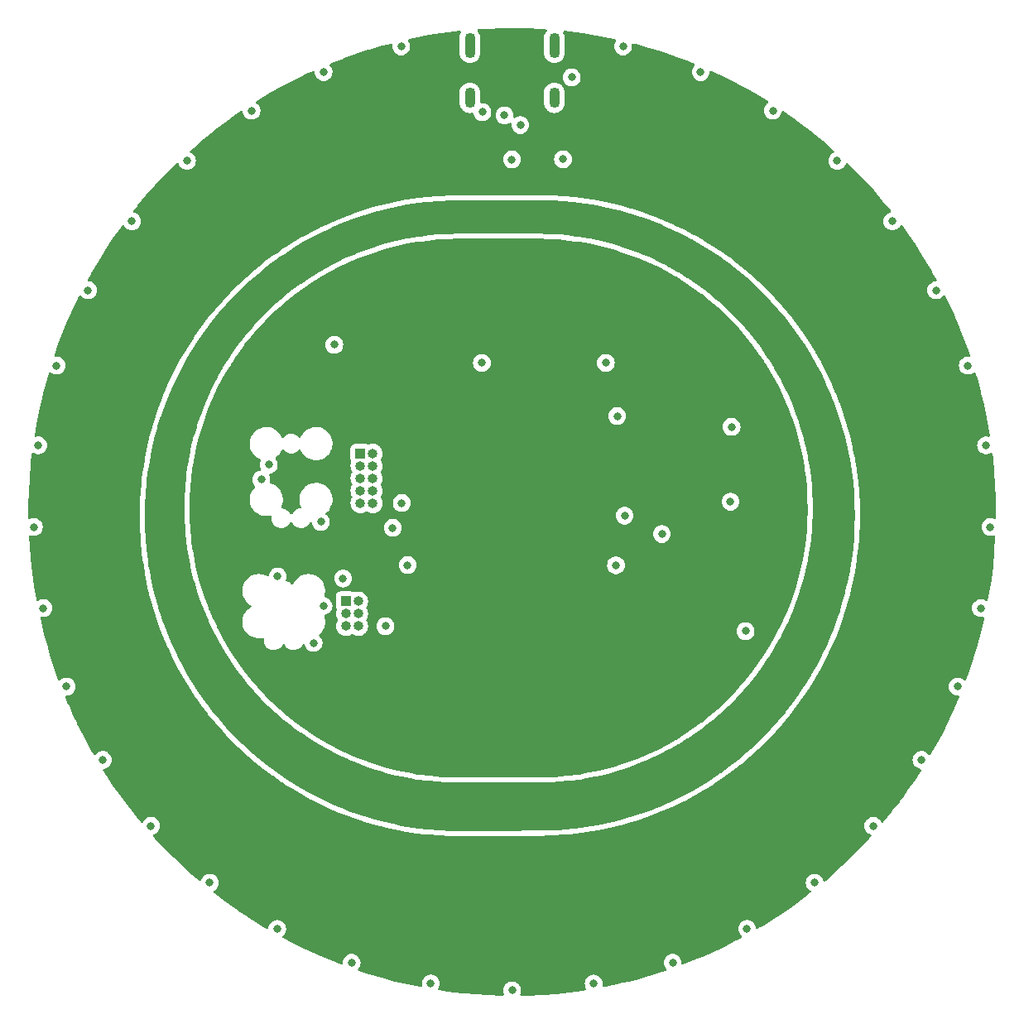
<source format=gbr>
%TF.GenerationSoftware,KiCad,Pcbnew,(6.0.7)*%
%TF.CreationDate,2022-10-20T10:19:37-04:00*%
%TF.ProjectId,SpiritBall,53706972-6974-4426-916c-6c2e6b696361,rev?*%
%TF.SameCoordinates,Original*%
%TF.FileFunction,Copper,L3,Inr*%
%TF.FilePolarity,Positive*%
%FSLAX46Y46*%
G04 Gerber Fmt 4.6, Leading zero omitted, Abs format (unit mm)*
G04 Created by KiCad (PCBNEW (6.0.7)) date 2022-10-20 10:19:37*
%MOMM*%
%LPD*%
G01*
G04 APERTURE LIST*
%TA.AperFunction,ComponentPad*%
%ADD10R,1.000000X1.000000*%
%TD*%
%TA.AperFunction,ComponentPad*%
%ADD11O,1.000000X1.000000*%
%TD*%
%TA.AperFunction,ComponentPad*%
%ADD12O,1.100000X2.100000*%
%TD*%
%TA.AperFunction,ComponentPad*%
%ADD13O,1.100000X2.600000*%
%TD*%
%TA.AperFunction,ViaPad*%
%ADD14C,0.800000*%
%TD*%
G04 APERTURE END LIST*
D10*
%TO.N,EN{slash}CHIP_PU*%
%TO.C,J3*%
X84582000Y-110744000D03*
D11*
%TO.N,Net-(D38-Pad2)*%
X85852000Y-110744000D03*
%TO.N,UART_0_TXD*%
X84582000Y-112014000D03*
%TO.N,GND*%
X85852000Y-112014000D03*
%TO.N,UART_0_RXD*%
X84582000Y-113284000D03*
%TO.N,GPIO0{slash}BOOT*%
X85852000Y-113284000D03*
%TD*%
D12*
%TO.N,unconnected-(J1-PadS1)*%
%TO.C,J1*%
X105920000Y-59240000D03*
X97280000Y-59240000D03*
D13*
X105920000Y-53880000D03*
X97280000Y-53880000D03*
%TD*%
D10*
%TO.N,Net-(D37-Pad2)*%
%TO.C,J4*%
X86077435Y-95634251D03*
D11*
%TO.N,/ESP32-S3/Debug/ESP_TMS*%
X87347435Y-95634251D03*
%TO.N,GND*%
X86077435Y-96904251D03*
%TO.N,/ESP32-S3/Debug/ESP_TCK*%
X87347435Y-96904251D03*
%TO.N,GND*%
X86077435Y-98174251D03*
%TO.N,/ESP32-S3/Debug/ESP_TDO*%
X87347435Y-98174251D03*
%TO.N,GND*%
X86077435Y-99444251D03*
%TO.N,/ESP32-S3/Debug/ESP_TDI*%
X87347435Y-99444251D03*
%TO.N,GND*%
X86077435Y-100714251D03*
%TO.N,unconnected-(J4-Pad10)*%
X87347435Y-100714251D03*
%TD*%
D14*
%TO.N,GND*%
X59733511Y-126955246D03*
X85181054Y-147709756D03*
X68344202Y-65687004D03*
X83413600Y-84505800D03*
X53653905Y-111441919D03*
X74942207Y-60550597D03*
X93268959Y-149831578D03*
X101600000Y-150545801D03*
X134855799Y-65687005D03*
X123926600Y-100558600D03*
X148202735Y-86637499D03*
X64660135Y-133711334D03*
X107696000Y-57150000D03*
X125627677Y-144242258D03*
X124041011Y-92908066D03*
X90256914Y-53986706D03*
X138539864Y-133711335D03*
X143466488Y-126955247D03*
X56028728Y-119459186D03*
X150069463Y-94788062D03*
X82318198Y-56612185D03*
X90906600Y-107035600D03*
X58224057Y-78923604D03*
X118018945Y-147709756D03*
X120881802Y-56612185D03*
X132535180Y-139530279D03*
X70664820Y-139530278D03*
X54997265Y-86637498D03*
X149546095Y-111441920D03*
X109931040Y-149831578D03*
X112215944Y-107054555D03*
X140483260Y-71871504D03*
X53130537Y-94788061D03*
X62716741Y-71871503D03*
X52678351Y-103137424D03*
X116916200Y-103860600D03*
X147171272Y-119459187D03*
X77572322Y-144242257D03*
X128257794Y-60550598D03*
X125476000Y-113792000D03*
X98552000Y-60706000D03*
X82300283Y-111217347D03*
X150521649Y-103137425D03*
X144975944Y-78923605D03*
X101574600Y-65557400D03*
X112943087Y-53986706D03*
%TO.N,EN{slash}CHIP_PU*%
X77622400Y-108204000D03*
X113106200Y-101981000D03*
%TO.N,/ESP32-S3/LED Data*%
X98501200Y-86360000D03*
X111175800Y-86360000D03*
%TO.N,UART_0_TXD*%
X84302600Y-108407200D03*
X89382600Y-103236971D03*
%TO.N,+5V*%
X142454949Y-109986316D03*
X73262677Y-70998476D03*
X140431359Y-116817843D03*
X64639284Y-82277405D03*
X115590612Y-140890202D03*
X141310270Y-88850427D03*
X138560715Y-82277405D03*
X127959920Y-133920454D03*
X129937322Y-70998475D03*
X111265463Y-61028631D03*
X124315151Y-66621734D03*
X118030056Y-63265806D03*
X68467508Y-76268298D03*
X122074025Y-137935540D03*
X87609389Y-140890202D03*
X99314000Y-67818000D03*
X137274506Y-123205248D03*
X108698894Y-142698210D03*
X60299088Y-95795536D03*
X91934536Y-61028631D03*
X62768642Y-116817843D03*
X81125976Y-137935540D03*
X138684000Y-109220000D03*
X61889730Y-88850428D03*
X101600000Y-143306800D03*
X68072000Y-84505800D03*
X60745051Y-109986317D03*
X78884848Y-66621735D03*
X85169943Y-63265807D03*
X142900912Y-95795535D03*
X143286220Y-102910042D03*
X94501107Y-142698210D03*
X59913780Y-102910043D03*
X65925494Y-123205249D03*
X75240081Y-133920455D03*
X134732491Y-76268297D03*
X62966600Y-106426000D03*
X64414400Y-91440000D03*
X133076522Y-128962122D03*
X70123479Y-128962123D03*
%TO.N,+3.3V*%
X114109888Y-106362112D03*
X112547400Y-97891600D03*
%TO.N,GPIO0{slash}BOOT*%
X88646000Y-113284000D03*
X81284283Y-114988896D03*
%TO.N,USB_D-*%
X106807000Y-65532000D03*
X112344742Y-91806598D03*
X100812600Y-61036200D03*
X102438700Y-62036100D03*
%TO.N,/ESP32-S3/Debug/ESP_TMS*%
X90311029Y-100696971D03*
X76708000Y-96774000D03*
%TO.N,/ESP32-S3/Debug/ESP_TCK*%
X75946000Y-98298000D03*
%TO.N,/ESP32-S3/Debug/ESP_TDO*%
X82042000Y-102616000D03*
%TD*%
%TA.AperFunction,Conductor*%
%TO.N,+3.3V*%
G36*
X104268199Y-73660023D02*
G01*
X104416357Y-73662861D01*
X105320175Y-73680177D01*
X105324998Y-73680362D01*
X106187665Y-73729993D01*
X106374225Y-73740726D01*
X106379036Y-73741096D01*
X107425144Y-73841600D01*
X107429939Y-73842153D01*
X108076741Y-73929408D01*
X108471482Y-73982659D01*
X108476231Y-73983393D01*
X109034783Y-74080655D01*
X109511610Y-74163686D01*
X109516348Y-74164605D01*
X110544058Y-74384424D01*
X110548758Y-74385524D01*
X111567280Y-74644542D01*
X111571935Y-74645821D01*
X112198385Y-74830949D01*
X112579804Y-74943665D01*
X112584386Y-74945115D01*
X113580148Y-75281358D01*
X113584651Y-75282976D01*
X114566760Y-75657097D01*
X114571237Y-75658901D01*
X115538318Y-76070375D01*
X115542722Y-76072350D01*
X116493293Y-76520544D01*
X116497619Y-76522686D01*
X117430334Y-77006967D01*
X117434575Y-77009273D01*
X118348054Y-77528921D01*
X118352203Y-77531387D01*
X119245126Y-78085654D01*
X119249178Y-78088278D01*
X120120207Y-78676335D01*
X120124155Y-78679112D01*
X120972029Y-79300106D01*
X120975868Y-79303033D01*
X121799311Y-79956028D01*
X121803035Y-79959099D01*
X122600879Y-80643169D01*
X122604482Y-80646380D01*
X123375545Y-81360514D01*
X123379023Y-81363862D01*
X124122138Y-82106977D01*
X124125486Y-82110455D01*
X124839620Y-82881518D01*
X124842831Y-82885121D01*
X125526901Y-83682965D01*
X125529972Y-83686689D01*
X126182967Y-84510132D01*
X126185894Y-84513971D01*
X126806888Y-85361845D01*
X126809665Y-85365793D01*
X127103693Y-85801307D01*
X127348419Y-86163794D01*
X127397722Y-86236822D01*
X127400340Y-86240865D01*
X127588112Y-86543365D01*
X127954613Y-87133797D01*
X127957079Y-87137946D01*
X128476727Y-88051425D01*
X128479033Y-88055666D01*
X128963314Y-88988381D01*
X128965456Y-88992707D01*
X129413650Y-89943278D01*
X129415625Y-89947682D01*
X129827099Y-90914763D01*
X129828900Y-90919232D01*
X130164430Y-91800033D01*
X130203017Y-91901329D01*
X130204642Y-91905852D01*
X130481146Y-92724701D01*
X130540882Y-92901604D01*
X130542335Y-92906196D01*
X130650832Y-93273337D01*
X130840179Y-93914065D01*
X130841458Y-93918720D01*
X131100476Y-94937242D01*
X131101576Y-94941942D01*
X131321395Y-95969652D01*
X131322314Y-95974390D01*
X131395856Y-96396721D01*
X131495719Y-96970206D01*
X131502605Y-97009753D01*
X131503341Y-97014518D01*
X131537991Y-97271374D01*
X131643847Y-98056061D01*
X131644400Y-98060856D01*
X131744904Y-99106964D01*
X131745274Y-99111777D01*
X131805638Y-100161002D01*
X131805823Y-100165825D01*
X131809001Y-100331700D01*
X131825706Y-101203622D01*
X131825954Y-101216586D01*
X131825954Y-101221401D01*
X131816274Y-101726680D01*
X131805823Y-102272175D01*
X131805638Y-102276998D01*
X131745274Y-103326223D01*
X131744904Y-103331036D01*
X131644400Y-104377144D01*
X131643847Y-104381939D01*
X131503342Y-105423476D01*
X131502605Y-105428247D01*
X131322314Y-106463610D01*
X131321395Y-106468348D01*
X131101576Y-107496058D01*
X131100476Y-107500758D01*
X130841458Y-108519280D01*
X130840179Y-108523935D01*
X130542338Y-109531794D01*
X130540885Y-109536386D01*
X130204696Y-110531990D01*
X130204649Y-110532128D01*
X130203024Y-110536651D01*
X129873872Y-111400712D01*
X129828903Y-111518760D01*
X129827102Y-111523230D01*
X129785649Y-111620656D01*
X129415625Y-112490318D01*
X129413650Y-112494722D01*
X129299822Y-112736139D01*
X129039845Y-113287523D01*
X128965456Y-113445293D01*
X128963318Y-113449611D01*
X128838841Y-113689351D01*
X128479033Y-114382334D01*
X128476727Y-114386575D01*
X127957079Y-115300054D01*
X127954613Y-115304203D01*
X127400346Y-116197126D01*
X127397722Y-116201178D01*
X126809665Y-117072207D01*
X126806888Y-117076155D01*
X126185894Y-117924029D01*
X126182967Y-117927868D01*
X125529972Y-118751311D01*
X125526901Y-118755035D01*
X124842831Y-119552879D01*
X124839620Y-119556482D01*
X124125486Y-120327545D01*
X124122138Y-120331023D01*
X123379023Y-121074138D01*
X123375545Y-121077486D01*
X122604482Y-121791620D01*
X122600879Y-121794831D01*
X121803035Y-122478901D01*
X121799311Y-122481972D01*
X120975868Y-123134967D01*
X120972029Y-123137894D01*
X120124155Y-123758888D01*
X120120207Y-123761665D01*
X119249178Y-124349722D01*
X119245126Y-124352346D01*
X118352203Y-124906613D01*
X118348054Y-124909079D01*
X117434575Y-125428727D01*
X117430334Y-125431033D01*
X116497619Y-125915314D01*
X116493293Y-125917456D01*
X115542722Y-126365650D01*
X115538318Y-126367625D01*
X114571237Y-126779099D01*
X114566768Y-126780900D01*
X113584651Y-127155024D01*
X113580148Y-127156642D01*
X112584386Y-127492885D01*
X112579804Y-127494335D01*
X112198385Y-127607051D01*
X111571935Y-127792179D01*
X111567280Y-127793458D01*
X110548758Y-128052476D01*
X110544058Y-128053576D01*
X109516348Y-128273395D01*
X109511610Y-128274314D01*
X109034783Y-128357345D01*
X108476231Y-128454607D01*
X108471482Y-128455341D01*
X108076741Y-128508592D01*
X107429939Y-128595847D01*
X107425144Y-128596400D01*
X106379036Y-128696904D01*
X106374225Y-128697274D01*
X106187665Y-128708007D01*
X105324998Y-128757638D01*
X105320175Y-128757823D01*
X104416357Y-128775139D01*
X104268199Y-128777977D01*
X104265788Y-128778000D01*
X96140212Y-128778000D01*
X96137801Y-128777977D01*
X95989643Y-128775139D01*
X95085825Y-128757823D01*
X95081002Y-128757638D01*
X94218335Y-128708007D01*
X94031775Y-128697274D01*
X94026964Y-128696904D01*
X92980856Y-128596400D01*
X92976061Y-128595847D01*
X92329259Y-128508592D01*
X91934518Y-128455341D01*
X91929769Y-128454607D01*
X91371217Y-128357345D01*
X90894390Y-128274314D01*
X90889652Y-128273395D01*
X89861942Y-128053576D01*
X89857242Y-128052476D01*
X88838720Y-127793458D01*
X88834065Y-127792179D01*
X88207615Y-127607051D01*
X87826196Y-127494335D01*
X87821614Y-127492885D01*
X86825852Y-127156642D01*
X86821349Y-127155024D01*
X85839232Y-126780900D01*
X85834763Y-126779099D01*
X84867682Y-126367625D01*
X84863278Y-126365650D01*
X83912707Y-125917456D01*
X83908381Y-125915314D01*
X82975666Y-125431033D01*
X82971425Y-125428727D01*
X82057946Y-124909079D01*
X82053797Y-124906613D01*
X81160874Y-124352346D01*
X81156822Y-124349722D01*
X80285793Y-123761665D01*
X80281845Y-123758888D01*
X79433971Y-123137894D01*
X79430132Y-123134967D01*
X78606689Y-122481972D01*
X78602965Y-122478901D01*
X77805121Y-121794831D01*
X77801518Y-121791620D01*
X77030455Y-121077486D01*
X77026977Y-121074138D01*
X76283862Y-120331023D01*
X76280514Y-120327545D01*
X75566380Y-119556482D01*
X75563169Y-119552879D01*
X74879099Y-118755035D01*
X74876028Y-118751311D01*
X74223033Y-117927868D01*
X74220106Y-117924029D01*
X73599112Y-117076155D01*
X73596335Y-117072207D01*
X73008278Y-116201178D01*
X73005654Y-116197126D01*
X72451387Y-115304203D01*
X72448921Y-115300054D01*
X71929273Y-114386575D01*
X71926967Y-114382334D01*
X71567159Y-113689351D01*
X71442682Y-113449611D01*
X71440544Y-113445293D01*
X71366156Y-113287523D01*
X71108411Y-112740876D01*
X73997673Y-112740876D01*
X74003752Y-112998833D01*
X74004586Y-113003537D01*
X74046057Y-113237536D01*
X74048780Y-113252903D01*
X74050318Y-113257433D01*
X74050318Y-113257434D01*
X74058146Y-113280495D01*
X74131721Y-113497238D01*
X74133925Y-113501480D01*
X74133925Y-113501481D01*
X74235063Y-113696179D01*
X74250666Y-113726217D01*
X74253492Y-113730085D01*
X74253493Y-113730087D01*
X74323454Y-113825852D01*
X74402877Y-113934569D01*
X74406248Y-113937958D01*
X74406250Y-113937960D01*
X74581477Y-114114107D01*
X74581482Y-114114111D01*
X74584853Y-114117500D01*
X74792405Y-114270800D01*
X74796635Y-114273026D01*
X74796639Y-114273028D01*
X75016521Y-114388713D01*
X75020758Y-114390942D01*
X75264656Y-114475161D01*
X75518486Y-114521519D01*
X75601050Y-114525846D01*
X75761896Y-114525846D01*
X75764275Y-114525665D01*
X75764276Y-114525665D01*
X75948802Y-114511629D01*
X75948807Y-114511628D01*
X75953569Y-114511266D01*
X75958222Y-114510187D01*
X75958225Y-114510187D01*
X76067137Y-114484942D01*
X76138015Y-114489046D01*
X76195422Y-114530817D01*
X76221133Y-114596995D01*
X76221415Y-114614276D01*
X76212511Y-114784184D01*
X76243005Y-114985818D01*
X76313420Y-115177202D01*
X76420881Y-115350518D01*
X76560997Y-115498687D01*
X76566227Y-115502349D01*
X76566228Y-115502350D01*
X76722811Y-115611990D01*
X76728044Y-115615654D01*
X76915199Y-115696643D01*
X76921447Y-115697948D01*
X76921446Y-115697948D01*
X77110071Y-115737355D01*
X77110075Y-115737355D01*
X77114816Y-115738346D01*
X77119653Y-115738599D01*
X77119657Y-115738600D01*
X77119723Y-115738603D01*
X77121495Y-115738696D01*
X77271250Y-115738696D01*
X77343896Y-115731317D01*
X77416817Y-115723910D01*
X77416818Y-115723910D01*
X77423166Y-115723265D01*
X77617761Y-115662282D01*
X77796120Y-115563417D01*
X77950956Y-115430706D01*
X78075944Y-115269572D01*
X78078757Y-115263855D01*
X78078764Y-115263844D01*
X78120710Y-115178598D01*
X78168732Y-115126307D01*
X78237402Y-115108281D01*
X78304917Y-115130241D01*
X78345388Y-115177114D01*
X78345420Y-115177202D01*
X78452881Y-115350518D01*
X78592997Y-115498687D01*
X78598227Y-115502349D01*
X78598228Y-115502350D01*
X78754811Y-115611990D01*
X78760044Y-115615654D01*
X78947199Y-115696643D01*
X78953447Y-115697948D01*
X78953446Y-115697948D01*
X79142071Y-115737355D01*
X79142075Y-115737355D01*
X79146816Y-115738346D01*
X79151653Y-115738599D01*
X79151657Y-115738600D01*
X79151723Y-115738603D01*
X79153495Y-115738696D01*
X79303250Y-115738696D01*
X79375896Y-115731317D01*
X79448817Y-115723910D01*
X79448818Y-115723910D01*
X79455166Y-115723265D01*
X79649761Y-115662282D01*
X79828120Y-115563417D01*
X79982956Y-115430706D01*
X80107944Y-115269572D01*
X80110757Y-115263855D01*
X80110764Y-115263844D01*
X80159031Y-115165752D01*
X80207053Y-115113461D01*
X80275723Y-115095435D01*
X80343238Y-115117395D01*
X80388162Y-115172371D01*
X80391917Y-115182443D01*
X80449756Y-115360452D01*
X80545243Y-115525840D01*
X80673030Y-115667762D01*
X80827531Y-115780014D01*
X80833559Y-115782698D01*
X80833561Y-115782699D01*
X80995964Y-115855005D01*
X81001995Y-115857690D01*
X81095395Y-115877543D01*
X81182339Y-115896024D01*
X81182344Y-115896024D01*
X81188796Y-115897396D01*
X81379770Y-115897396D01*
X81386222Y-115896024D01*
X81386227Y-115896024D01*
X81473171Y-115877543D01*
X81566571Y-115857690D01*
X81572602Y-115855005D01*
X81735005Y-115782699D01*
X81735007Y-115782698D01*
X81741035Y-115780014D01*
X81895536Y-115667762D01*
X82023323Y-115525840D01*
X82118810Y-115360452D01*
X82177825Y-115178824D01*
X82184282Y-115117395D01*
X82197097Y-114995461D01*
X82197787Y-114988896D01*
X82196800Y-114979501D01*
X82178515Y-114805531D01*
X82178515Y-114805529D01*
X82177825Y-114798968D01*
X82118810Y-114617340D01*
X82023323Y-114451952D01*
X82002074Y-114428352D01*
X81899958Y-114314941D01*
X81899957Y-114314940D01*
X81895536Y-114310030D01*
X81890192Y-114306147D01*
X81885285Y-114301729D01*
X81887279Y-114299515D01*
X81851906Y-114253322D01*
X81846069Y-114182565D01*
X81879412Y-114119886D01*
X81889924Y-114110291D01*
X81943423Y-114066737D01*
X81943429Y-114066731D01*
X81947134Y-114063715D01*
X82120290Y-113872415D01*
X82149978Y-113827477D01*
X82259880Y-113661117D01*
X82262518Y-113657124D01*
X82265285Y-113651123D01*
X82368538Y-113427148D01*
X82368539Y-113427145D01*
X82370544Y-113422796D01*
X82409461Y-113287523D01*
X82414545Y-113269851D01*
X83568719Y-113269851D01*
X83569235Y-113275995D01*
X83581562Y-113422796D01*
X83585268Y-113466934D01*
X83589074Y-113480206D01*
X83636134Y-113644324D01*
X83639783Y-113657050D01*
X83642602Y-113662535D01*
X83724014Y-113820944D01*
X83730187Y-113832956D01*
X83853035Y-113987953D01*
X83857728Y-113991947D01*
X83857729Y-113991948D01*
X83988051Y-114102860D01*
X84003650Y-114116136D01*
X84176294Y-114212624D01*
X84364392Y-114273740D01*
X84560777Y-114297158D01*
X84566912Y-114296686D01*
X84566914Y-114296686D01*
X84751830Y-114282457D01*
X84751834Y-114282456D01*
X84757972Y-114281984D01*
X84948463Y-114228798D01*
X84953967Y-114226018D01*
X84953969Y-114226017D01*
X85119493Y-114142405D01*
X85119495Y-114142404D01*
X85124996Y-114139625D01*
X85129850Y-114135833D01*
X85129859Y-114135827D01*
X85138548Y-114129038D01*
X85204542Y-114102860D01*
X85277592Y-114118339D01*
X85446294Y-114212624D01*
X85634392Y-114273740D01*
X85830777Y-114297158D01*
X85836912Y-114296686D01*
X85836914Y-114296686D01*
X86021830Y-114282457D01*
X86021834Y-114282456D01*
X86027972Y-114281984D01*
X86218463Y-114228798D01*
X86223967Y-114226018D01*
X86223969Y-114226017D01*
X86389495Y-114142404D01*
X86389497Y-114142403D01*
X86394996Y-114139625D01*
X86550847Y-114017861D01*
X86649749Y-113903282D01*
X86676049Y-113872813D01*
X86676050Y-113872811D01*
X86680078Y-113868145D01*
X86777769Y-113696179D01*
X86840197Y-113508513D01*
X86864985Y-113312295D01*
X86865380Y-113284000D01*
X87732496Y-113284000D01*
X87733186Y-113290565D01*
X87735100Y-113308771D01*
X87752458Y-113473928D01*
X87811473Y-113655556D01*
X87814776Y-113661278D01*
X87814777Y-113661279D01*
X87834927Y-113696179D01*
X87906960Y-113820944D01*
X87911378Y-113825851D01*
X87911379Y-113825852D01*
X88030325Y-113957955D01*
X88034747Y-113962866D01*
X88110441Y-114017861D01*
X88177713Y-114066737D01*
X88189248Y-114075118D01*
X88195276Y-114077802D01*
X88195278Y-114077803D01*
X88357681Y-114150109D01*
X88363712Y-114152794D01*
X88457112Y-114172647D01*
X88544056Y-114191128D01*
X88544061Y-114191128D01*
X88550513Y-114192500D01*
X88741487Y-114192500D01*
X88747939Y-114191128D01*
X88747944Y-114191128D01*
X88834888Y-114172647D01*
X88928288Y-114152794D01*
X88934319Y-114150109D01*
X89096722Y-114077803D01*
X89096724Y-114077802D01*
X89102752Y-114075118D01*
X89114288Y-114066737D01*
X89181559Y-114017861D01*
X89257253Y-113962866D01*
X89261675Y-113957955D01*
X89380621Y-113825852D01*
X89380622Y-113825851D01*
X89385040Y-113820944D01*
X89401751Y-113792000D01*
X124562496Y-113792000D01*
X124563186Y-113798565D01*
X124580863Y-113966749D01*
X124582458Y-113981928D01*
X124641473Y-114163556D01*
X124736960Y-114328944D01*
X124741378Y-114333851D01*
X124741379Y-114333852D01*
X124847717Y-114451952D01*
X124864747Y-114470866D01*
X125019248Y-114583118D01*
X125025276Y-114585802D01*
X125025278Y-114585803D01*
X125187681Y-114658109D01*
X125193712Y-114660794D01*
X125287113Y-114680647D01*
X125374056Y-114699128D01*
X125374061Y-114699128D01*
X125380513Y-114700500D01*
X125571487Y-114700500D01*
X125577939Y-114699128D01*
X125577944Y-114699128D01*
X125664887Y-114680647D01*
X125758288Y-114660794D01*
X125764319Y-114658109D01*
X125926722Y-114585803D01*
X125926724Y-114585802D01*
X125932752Y-114583118D01*
X126087253Y-114470866D01*
X126104283Y-114451952D01*
X126210621Y-114333852D01*
X126210622Y-114333851D01*
X126215040Y-114328944D01*
X126310527Y-114163556D01*
X126369542Y-113981928D01*
X126371138Y-113966749D01*
X126388814Y-113798565D01*
X126389504Y-113792000D01*
X126384657Y-113745882D01*
X126370232Y-113608635D01*
X126370232Y-113608633D01*
X126369542Y-113602072D01*
X126310527Y-113420444D01*
X126215040Y-113255056D01*
X126208862Y-113248194D01*
X126091675Y-113118045D01*
X126091674Y-113118044D01*
X126087253Y-113113134D01*
X125932752Y-113000882D01*
X125926724Y-112998198D01*
X125926722Y-112998197D01*
X125764319Y-112925891D01*
X125764318Y-112925891D01*
X125758288Y-112923206D01*
X125638909Y-112897831D01*
X125577944Y-112884872D01*
X125577939Y-112884872D01*
X125571487Y-112883500D01*
X125380513Y-112883500D01*
X125374061Y-112884872D01*
X125374056Y-112884872D01*
X125313091Y-112897831D01*
X125193712Y-112923206D01*
X125187682Y-112925891D01*
X125187681Y-112925891D01*
X125025278Y-112998197D01*
X125025276Y-112998198D01*
X125019248Y-113000882D01*
X124864747Y-113113134D01*
X124860326Y-113118044D01*
X124860325Y-113118045D01*
X124743139Y-113248194D01*
X124736960Y-113255056D01*
X124641473Y-113420444D01*
X124582458Y-113602072D01*
X124581768Y-113608633D01*
X124581768Y-113608635D01*
X124567343Y-113745882D01*
X124562496Y-113792000D01*
X89401751Y-113792000D01*
X89457073Y-113696179D01*
X89477223Y-113661279D01*
X89477224Y-113661278D01*
X89480527Y-113655556D01*
X89539542Y-113473928D01*
X89556901Y-113308771D01*
X89558814Y-113290565D01*
X89559504Y-113284000D01*
X89555741Y-113248194D01*
X89540232Y-113100635D01*
X89540232Y-113100633D01*
X89539542Y-113094072D01*
X89480527Y-112912444D01*
X89385040Y-112747056D01*
X89368465Y-112728647D01*
X89261675Y-112610045D01*
X89261674Y-112610044D01*
X89257253Y-112605134D01*
X89102752Y-112492882D01*
X89096724Y-112490198D01*
X89096722Y-112490197D01*
X88934319Y-112417891D01*
X88934318Y-112417891D01*
X88928288Y-112415206D01*
X88821630Y-112392535D01*
X88747944Y-112376872D01*
X88747939Y-112376872D01*
X88741487Y-112375500D01*
X88550513Y-112375500D01*
X88544061Y-112376872D01*
X88544056Y-112376872D01*
X88470370Y-112392535D01*
X88363712Y-112415206D01*
X88357682Y-112417891D01*
X88357681Y-112417891D01*
X88195278Y-112490197D01*
X88195276Y-112490198D01*
X88189248Y-112492882D01*
X88034747Y-112605134D01*
X88030326Y-112610044D01*
X88030325Y-112610045D01*
X87923536Y-112728647D01*
X87906960Y-112747056D01*
X87811473Y-112912444D01*
X87752458Y-113094072D01*
X87751768Y-113100633D01*
X87751768Y-113100635D01*
X87736259Y-113248194D01*
X87732496Y-113284000D01*
X86865380Y-113284000D01*
X86846080Y-113087167D01*
X86788916Y-112897831D01*
X86696066Y-112723204D01*
X86692167Y-112718424D01*
X86691715Y-112717743D01*
X86670676Y-112649935D01*
X86687105Y-112585775D01*
X86774723Y-112431542D01*
X86774725Y-112431537D01*
X86777769Y-112426179D01*
X86840197Y-112238513D01*
X86864985Y-112042295D01*
X86865380Y-112014000D01*
X86846080Y-111817167D01*
X86788916Y-111627831D01*
X86696066Y-111453204D01*
X86692167Y-111448424D01*
X86691715Y-111447743D01*
X86670676Y-111379935D01*
X86687105Y-111315775D01*
X86774723Y-111161542D01*
X86774725Y-111161537D01*
X86777769Y-111156179D01*
X86840197Y-110968513D01*
X86864985Y-110772295D01*
X86865380Y-110744000D01*
X86846080Y-110547167D01*
X86841540Y-110532128D01*
X86810738Y-110430110D01*
X86788916Y-110357831D01*
X86696066Y-110183204D01*
X86613880Y-110082434D01*
X86574960Y-110034713D01*
X86574957Y-110034710D01*
X86571065Y-110029938D01*
X86566316Y-110026009D01*
X86423425Y-109907799D01*
X86423421Y-109907797D01*
X86418675Y-109903870D01*
X86244701Y-109809802D01*
X86055768Y-109751318D01*
X86049643Y-109750674D01*
X86049642Y-109750674D01*
X85865204Y-109731289D01*
X85865202Y-109731289D01*
X85859075Y-109730645D01*
X85776576Y-109738153D01*
X85668251Y-109748011D01*
X85668248Y-109748012D01*
X85662112Y-109748570D01*
X85656206Y-109750308D01*
X85656202Y-109750309D01*
X85520551Y-109790233D01*
X85472381Y-109804410D01*
X85466797Y-109807329D01*
X85466727Y-109807343D01*
X85461209Y-109809573D01*
X85460785Y-109808524D01*
X85397164Y-109821165D01*
X85344846Y-109801096D01*
X85343760Y-109803079D01*
X85335892Y-109798771D01*
X85328705Y-109793385D01*
X85192316Y-109742255D01*
X85130134Y-109735500D01*
X84033866Y-109735500D01*
X83971684Y-109742255D01*
X83835295Y-109793385D01*
X83718739Y-109880739D01*
X83631385Y-109997295D01*
X83580255Y-110133684D01*
X83573500Y-110195866D01*
X83573500Y-111292134D01*
X83580255Y-111354316D01*
X83631385Y-111490705D01*
X83636771Y-111497892D01*
X83641079Y-111505760D01*
X83638858Y-111506976D01*
X83659013Y-111560910D01*
X83649993Y-111614605D01*
X83650567Y-111614787D01*
X83648706Y-111620654D01*
X83648705Y-111620656D01*
X83604757Y-111759199D01*
X83590765Y-111803306D01*
X83568719Y-111999851D01*
X83569235Y-112005995D01*
X83580594Y-112141267D01*
X83585268Y-112196934D01*
X83639783Y-112387050D01*
X83730187Y-112562956D01*
X83734016Y-112567787D01*
X83735839Y-112570088D01*
X83736414Y-112571509D01*
X83737353Y-112572966D01*
X83737076Y-112573144D01*
X83762474Y-112635898D01*
X83749301Y-112705662D01*
X83745846Y-112711474D01*
X83650567Y-112884787D01*
X83648706Y-112890654D01*
X83648705Y-112890656D01*
X83638815Y-112921834D01*
X83590765Y-113073306D01*
X83568719Y-113269851D01*
X82414545Y-113269851D01*
X82440562Y-113179418D01*
X82440563Y-113179413D01*
X82441883Y-113174825D01*
X82450342Y-113109251D01*
X82474282Y-112923653D01*
X82474893Y-112918916D01*
X82470152Y-112717743D01*
X82468927Y-112665738D01*
X82468927Y-112665733D01*
X82468814Y-112660959D01*
X82439714Y-112496763D01*
X82424621Y-112411598D01*
X82424620Y-112411592D01*
X82423786Y-112406889D01*
X82422247Y-112402354D01*
X82378498Y-112273474D01*
X82375542Y-112202539D01*
X82411405Y-112141267D01*
X82471614Y-112109726D01*
X82506356Y-112102341D01*
X82582571Y-112086141D01*
X82588602Y-112083456D01*
X82751005Y-112011150D01*
X82751007Y-112011149D01*
X82757035Y-112008465D01*
X82777322Y-111993726D01*
X82865438Y-111929705D01*
X82911536Y-111896213D01*
X83009532Y-111787377D01*
X83034904Y-111759199D01*
X83034905Y-111759198D01*
X83039323Y-111754291D01*
X83097597Y-111653357D01*
X83131506Y-111594626D01*
X83131507Y-111594625D01*
X83134810Y-111588903D01*
X83193825Y-111407275D01*
X83198614Y-111361715D01*
X83213097Y-111223912D01*
X83213787Y-111217347D01*
X83193825Y-111027419D01*
X83134810Y-110845791D01*
X83039323Y-110680403D01*
X82911536Y-110538481D01*
X82757035Y-110426229D01*
X82751007Y-110423545D01*
X82751005Y-110423544D01*
X82588602Y-110351238D01*
X82588601Y-110351238D01*
X82582571Y-110348553D01*
X82576110Y-110347180D01*
X82576105Y-110347178D01*
X82487728Y-110328392D01*
X82425254Y-110294664D01*
X82390933Y-110232514D01*
X82392836Y-110170310D01*
X82440562Y-110004418D01*
X82440563Y-110004413D01*
X82441883Y-109999825D01*
X82443137Y-109990109D01*
X82474282Y-109748653D01*
X82474893Y-109743916D01*
X82470586Y-109561139D01*
X82468927Y-109490738D01*
X82468927Y-109490733D01*
X82468814Y-109485959D01*
X82438464Y-109314708D01*
X82424621Y-109236598D01*
X82424620Y-109236592D01*
X82423786Y-109231889D01*
X82340845Y-108987554D01*
X82288841Y-108887442D01*
X82224109Y-108762827D01*
X82224107Y-108762824D01*
X82221900Y-108758575D01*
X82069689Y-108550223D01*
X82057350Y-108537819D01*
X81927413Y-108407200D01*
X83389096Y-108407200D01*
X83409058Y-108597128D01*
X83468073Y-108778756D01*
X83563560Y-108944144D01*
X83567978Y-108949051D01*
X83567979Y-108949052D01*
X83665756Y-109057644D01*
X83691347Y-109086066D01*
X83845848Y-109198318D01*
X83851876Y-109201002D01*
X83851878Y-109201003D01*
X84014281Y-109273309D01*
X84020312Y-109275994D01*
X84113712Y-109295847D01*
X84200656Y-109314328D01*
X84200661Y-109314328D01*
X84207113Y-109315700D01*
X84398087Y-109315700D01*
X84404539Y-109314328D01*
X84404544Y-109314328D01*
X84491488Y-109295847D01*
X84584888Y-109275994D01*
X84590919Y-109273309D01*
X84753322Y-109201003D01*
X84753324Y-109201002D01*
X84759352Y-109198318D01*
X84913853Y-109086066D01*
X84939444Y-109057644D01*
X85037221Y-108949052D01*
X85037222Y-108949051D01*
X85041640Y-108944144D01*
X85137127Y-108778756D01*
X85196142Y-108597128D01*
X85216104Y-108407200D01*
X85196142Y-108217272D01*
X85137127Y-108035644D01*
X85124673Y-108014072D01*
X85095218Y-107963055D01*
X85041640Y-107870256D01*
X85019506Y-107845673D01*
X84918275Y-107733245D01*
X84918274Y-107733244D01*
X84913853Y-107728334D01*
X84759352Y-107616082D01*
X84753324Y-107613398D01*
X84753322Y-107613397D01*
X84590919Y-107541091D01*
X84590918Y-107541091D01*
X84584888Y-107538406D01*
X84491488Y-107518553D01*
X84404544Y-107500072D01*
X84404539Y-107500072D01*
X84398087Y-107498700D01*
X84207113Y-107498700D01*
X84200661Y-107500072D01*
X84200656Y-107500072D01*
X84113712Y-107518553D01*
X84020312Y-107538406D01*
X84014282Y-107541091D01*
X84014281Y-107541091D01*
X83851878Y-107613397D01*
X83851876Y-107613398D01*
X83845848Y-107616082D01*
X83691347Y-107728334D01*
X83686926Y-107733244D01*
X83686925Y-107733245D01*
X83585695Y-107845673D01*
X83563560Y-107870256D01*
X83509982Y-107963055D01*
X83480528Y-108014072D01*
X83468073Y-108035644D01*
X83409058Y-108217272D01*
X83389096Y-108407200D01*
X81927413Y-108407200D01*
X81891089Y-108370685D01*
X81891084Y-108370681D01*
X81887713Y-108367292D01*
X81733070Y-108253071D01*
X81684013Y-108216837D01*
X81684012Y-108216836D01*
X81680161Y-108213992D01*
X81675931Y-108211766D01*
X81675927Y-108211764D01*
X81456045Y-108096079D01*
X81456043Y-108096078D01*
X81451808Y-108093850D01*
X81207910Y-108009631D01*
X80954080Y-107963273D01*
X80871516Y-107958946D01*
X80710670Y-107958946D01*
X80708291Y-107959127D01*
X80708290Y-107959127D01*
X80523764Y-107973163D01*
X80523759Y-107973164D01*
X80518997Y-107973526D01*
X80514344Y-107974605D01*
X80514341Y-107974605D01*
X80363231Y-108009631D01*
X80267632Y-108031790D01*
X80027972Y-108127404D01*
X79805533Y-108258170D01*
X79801822Y-108261191D01*
X79801818Y-108261194D01*
X79631068Y-108400206D01*
X79605432Y-108421077D01*
X79432276Y-108612377D01*
X79290048Y-108827668D01*
X79288047Y-108832008D01*
X79288045Y-108832012D01*
X79219091Y-108981586D01*
X79172407Y-109035075D01*
X79104215Y-109054834D01*
X79036166Y-109034589D01*
X79013116Y-109015408D01*
X78899954Y-108895742D01*
X78895569Y-108891105D01*
X78728522Y-108774138D01*
X78541367Y-108693149D01*
X78542281Y-108691037D01*
X78492036Y-108657189D01*
X78463946Y-108591986D01*
X78469189Y-108537819D01*
X78508103Y-108418055D01*
X78515942Y-108393928D01*
X78519041Y-108364448D01*
X78535214Y-108210565D01*
X78535904Y-108204000D01*
X78524163Y-108092286D01*
X78516632Y-108020635D01*
X78516632Y-108020633D01*
X78515942Y-108014072D01*
X78456927Y-107832444D01*
X78451381Y-107822837D01*
X78399654Y-107733245D01*
X78361440Y-107667056D01*
X78297828Y-107596407D01*
X78238075Y-107530045D01*
X78238074Y-107530044D01*
X78233653Y-107525134D01*
X78079152Y-107412882D01*
X78073124Y-107410198D01*
X78073122Y-107410197D01*
X77910719Y-107337891D01*
X77910718Y-107337891D01*
X77904688Y-107335206D01*
X77811288Y-107315353D01*
X77724344Y-107296872D01*
X77724339Y-107296872D01*
X77717887Y-107295500D01*
X77526913Y-107295500D01*
X77520461Y-107296872D01*
X77520456Y-107296872D01*
X77433513Y-107315353D01*
X77340112Y-107335206D01*
X77334082Y-107337891D01*
X77334081Y-107337891D01*
X77171678Y-107410197D01*
X77171676Y-107410198D01*
X77165648Y-107412882D01*
X77011147Y-107525134D01*
X77006726Y-107530044D01*
X77006725Y-107530045D01*
X76946973Y-107596407D01*
X76883360Y-107667056D01*
X76845146Y-107733245D01*
X76793420Y-107822837D01*
X76787873Y-107832444D01*
X76728858Y-108014072D01*
X76728168Y-108020633D01*
X76728168Y-108020635D01*
X76721638Y-108082770D01*
X76694625Y-108148427D01*
X76636404Y-108189057D01*
X76565459Y-108191760D01*
X76537661Y-108181109D01*
X76376045Y-108096079D01*
X76376043Y-108096078D01*
X76371808Y-108093850D01*
X76127910Y-108009631D01*
X75874080Y-107963273D01*
X75791516Y-107958946D01*
X75630670Y-107958946D01*
X75628291Y-107959127D01*
X75628290Y-107959127D01*
X75443764Y-107973163D01*
X75443759Y-107973164D01*
X75438997Y-107973526D01*
X75434344Y-107974605D01*
X75434341Y-107974605D01*
X75283231Y-108009631D01*
X75187632Y-108031790D01*
X74947972Y-108127404D01*
X74725533Y-108258170D01*
X74721822Y-108261191D01*
X74721818Y-108261194D01*
X74551068Y-108400206D01*
X74525432Y-108421077D01*
X74352276Y-108612377D01*
X74210048Y-108827668D01*
X74208047Y-108832008D01*
X74208045Y-108832012D01*
X74104028Y-109057644D01*
X74102022Y-109061996D01*
X74100698Y-109066597D01*
X74100698Y-109066598D01*
X74040457Y-109275994D01*
X74030683Y-109309967D01*
X74030072Y-109314702D01*
X74030071Y-109314708D01*
X74007365Y-109490738D01*
X73997673Y-109565876D01*
X73997786Y-109570653D01*
X74003362Y-109807264D01*
X74003752Y-109823833D01*
X74004586Y-109828537D01*
X74041126Y-110034713D01*
X74048780Y-110077903D01*
X74131721Y-110322238D01*
X74133925Y-110326480D01*
X74133925Y-110326481D01*
X74243100Y-110536651D01*
X74250666Y-110551217D01*
X74253492Y-110555085D01*
X74253493Y-110555087D01*
X74329114Y-110658600D01*
X74402877Y-110759569D01*
X74406248Y-110762958D01*
X74406250Y-110762960D01*
X74581477Y-110939107D01*
X74581482Y-110939111D01*
X74584853Y-110942500D01*
X74792405Y-111095800D01*
X74796636Y-111098026D01*
X74796644Y-111098031D01*
X74859621Y-111131165D01*
X74910594Y-111180585D01*
X74926756Y-111249717D01*
X74902977Y-111316613D01*
X74864808Y-111351294D01*
X74725533Y-111433170D01*
X74721822Y-111436191D01*
X74721818Y-111436194D01*
X74614911Y-111523230D01*
X74525432Y-111596077D01*
X74352276Y-111787377D01*
X74210048Y-112002668D01*
X74208047Y-112007008D01*
X74208045Y-112007012D01*
X74104144Y-112232393D01*
X74102022Y-112236996D01*
X74100698Y-112241597D01*
X74100698Y-112241598D01*
X74047596Y-112426179D01*
X74030683Y-112484967D01*
X74030072Y-112489702D01*
X74030071Y-112489708D01*
X73999250Y-112728647D01*
X73997673Y-112740876D01*
X71108411Y-112740876D01*
X71106178Y-112736139D01*
X70992350Y-112494722D01*
X70990375Y-112490318D01*
X70620351Y-111620656D01*
X70578898Y-111523230D01*
X70577097Y-111518760D01*
X70532128Y-111400712D01*
X70202976Y-110536651D01*
X70201351Y-110532128D01*
X70201305Y-110531990D01*
X69865115Y-109536386D01*
X69863662Y-109531794D01*
X69565821Y-108523935D01*
X69564542Y-108519280D01*
X69305524Y-107500758D01*
X69304424Y-107496058D01*
X69205936Y-107035600D01*
X89993096Y-107035600D01*
X90013058Y-107225528D01*
X90072073Y-107407156D01*
X90075376Y-107412878D01*
X90075377Y-107412879D01*
X90079388Y-107419826D01*
X90167560Y-107572544D01*
X90171978Y-107577451D01*
X90171979Y-107577452D01*
X90184627Y-107591499D01*
X90295347Y-107714466D01*
X90449848Y-107826718D01*
X90455876Y-107829402D01*
X90455878Y-107829403D01*
X90547636Y-107870256D01*
X90624312Y-107904394D01*
X90700856Y-107920664D01*
X90804656Y-107942728D01*
X90804661Y-107942728D01*
X90811113Y-107944100D01*
X91002087Y-107944100D01*
X91008539Y-107942728D01*
X91008544Y-107942728D01*
X91112344Y-107920664D01*
X91188888Y-107904394D01*
X91265564Y-107870256D01*
X91357322Y-107829403D01*
X91357324Y-107829402D01*
X91363352Y-107826718D01*
X91517853Y-107714466D01*
X91628573Y-107591499D01*
X91641221Y-107577452D01*
X91641222Y-107577451D01*
X91645640Y-107572544D01*
X91733812Y-107419826D01*
X91737823Y-107412879D01*
X91737824Y-107412878D01*
X91741127Y-107407156D01*
X91800142Y-107225528D01*
X91818112Y-107054555D01*
X111302440Y-107054555D01*
X111303130Y-107061120D01*
X111321070Y-107231806D01*
X111322402Y-107244483D01*
X111381417Y-107426111D01*
X111476904Y-107591499D01*
X111481322Y-107596406D01*
X111481323Y-107596407D01*
X111544936Y-107667056D01*
X111604691Y-107733421D01*
X111759192Y-107845673D01*
X111765220Y-107848357D01*
X111765222Y-107848358D01*
X111927625Y-107920664D01*
X111933656Y-107923349D01*
X112024827Y-107942728D01*
X112114000Y-107961683D01*
X112114005Y-107961683D01*
X112120457Y-107963055D01*
X112311431Y-107963055D01*
X112317883Y-107961683D01*
X112317888Y-107961683D01*
X112407061Y-107942728D01*
X112498232Y-107923349D01*
X112504263Y-107920664D01*
X112666666Y-107848358D01*
X112666668Y-107848357D01*
X112672696Y-107845673D01*
X112827197Y-107733421D01*
X112886952Y-107667056D01*
X112950565Y-107596407D01*
X112950566Y-107596406D01*
X112954984Y-107591499D01*
X113050471Y-107426111D01*
X113109486Y-107244483D01*
X113110819Y-107231806D01*
X113128758Y-107061120D01*
X113129448Y-107054555D01*
X113109486Y-106864627D01*
X113050471Y-106682999D01*
X112954984Y-106517611D01*
X112943066Y-106504374D01*
X112831619Y-106380600D01*
X112831618Y-106380599D01*
X112827197Y-106375689D01*
X112672696Y-106263437D01*
X112666668Y-106260753D01*
X112666666Y-106260752D01*
X112504263Y-106188446D01*
X112504262Y-106188446D01*
X112498232Y-106185761D01*
X112402602Y-106165434D01*
X112317888Y-106147427D01*
X112317883Y-106147427D01*
X112311431Y-106146055D01*
X112120457Y-106146055D01*
X112114005Y-106147427D01*
X112114000Y-106147427D01*
X112029286Y-106165434D01*
X111933656Y-106185761D01*
X111927626Y-106188446D01*
X111927625Y-106188446D01*
X111765222Y-106260752D01*
X111765220Y-106260753D01*
X111759192Y-106263437D01*
X111604691Y-106375689D01*
X111600270Y-106380599D01*
X111600269Y-106380600D01*
X111488823Y-106504374D01*
X111476904Y-106517611D01*
X111381417Y-106682999D01*
X111322402Y-106864627D01*
X111302440Y-107054555D01*
X91818112Y-107054555D01*
X91820104Y-107035600D01*
X91802134Y-106864627D01*
X91800832Y-106852235D01*
X91800832Y-106852233D01*
X91800142Y-106845672D01*
X91741127Y-106664044D01*
X91645640Y-106498656D01*
X91614085Y-106463610D01*
X91522275Y-106361645D01*
X91522274Y-106361644D01*
X91517853Y-106356734D01*
X91363352Y-106244482D01*
X91357324Y-106241798D01*
X91357322Y-106241797D01*
X91194919Y-106169491D01*
X91194918Y-106169491D01*
X91188888Y-106166806D01*
X91091263Y-106146055D01*
X91008544Y-106128472D01*
X91008539Y-106128472D01*
X91002087Y-106127100D01*
X90811113Y-106127100D01*
X90804661Y-106128472D01*
X90804656Y-106128472D01*
X90721937Y-106146055D01*
X90624312Y-106166806D01*
X90618282Y-106169491D01*
X90618281Y-106169491D01*
X90455878Y-106241797D01*
X90455876Y-106241798D01*
X90449848Y-106244482D01*
X90295347Y-106356734D01*
X90290926Y-106361644D01*
X90290925Y-106361645D01*
X90199116Y-106463610D01*
X90167560Y-106498656D01*
X90072073Y-106664044D01*
X90013058Y-106845672D01*
X90012368Y-106852233D01*
X90012368Y-106852235D01*
X90011066Y-106864627D01*
X89993096Y-107035600D01*
X69205936Y-107035600D01*
X69084605Y-106468348D01*
X69083686Y-106463610D01*
X68903395Y-105428247D01*
X68902658Y-105423476D01*
X68762153Y-104381939D01*
X68761600Y-104377144D01*
X68661096Y-103331036D01*
X68660726Y-103326223D01*
X68600362Y-102276998D01*
X68600177Y-102272175D01*
X68589726Y-101726680D01*
X68580046Y-101221401D01*
X68580046Y-101216586D01*
X68580295Y-101203622D01*
X68596999Y-100331700D01*
X68598737Y-100240980D01*
X74755390Y-100240980D01*
X74761469Y-100498937D01*
X74780754Y-100607752D01*
X74800253Y-100717774D01*
X74806497Y-100753007D01*
X74889438Y-100997342D01*
X74891642Y-101001584D01*
X74891642Y-101001585D01*
X74989233Y-101189455D01*
X75008383Y-101226321D01*
X75011209Y-101230189D01*
X75011210Y-101230191D01*
X75156279Y-101428766D01*
X75160594Y-101434673D01*
X75163965Y-101438062D01*
X75163967Y-101438064D01*
X75339194Y-101614211D01*
X75339199Y-101614215D01*
X75342570Y-101617604D01*
X75550122Y-101770904D01*
X75554352Y-101773130D01*
X75554356Y-101773132D01*
X75763750Y-101883299D01*
X75778475Y-101891046D01*
X76022373Y-101975265D01*
X76276203Y-102021623D01*
X76358767Y-102025950D01*
X76519613Y-102025950D01*
X76521992Y-102025769D01*
X76521993Y-102025769D01*
X76706519Y-102011733D01*
X76706524Y-102011732D01*
X76711286Y-102011370D01*
X76715939Y-102010291D01*
X76715942Y-102010291D01*
X76824854Y-101985046D01*
X76895732Y-101989150D01*
X76953139Y-102030921D01*
X76978850Y-102097099D01*
X76979132Y-102114380D01*
X76976169Y-102170928D01*
X76970863Y-102272175D01*
X76970228Y-102284288D01*
X77000722Y-102485922D01*
X77002928Y-102491917D01*
X77002928Y-102491918D01*
X77062914Y-102654955D01*
X77071137Y-102677306D01*
X77178598Y-102850622D01*
X77182979Y-102855255D01*
X77182980Y-102855256D01*
X77215363Y-102889500D01*
X77318714Y-102998791D01*
X77323944Y-103002453D01*
X77323945Y-103002454D01*
X77425214Y-103073363D01*
X77485761Y-103115758D01*
X77571693Y-103152944D01*
X77649572Y-103186645D01*
X77672916Y-103196747D01*
X77679164Y-103198052D01*
X77679163Y-103198052D01*
X77867788Y-103237459D01*
X77867792Y-103237459D01*
X77872533Y-103238450D01*
X77877370Y-103238703D01*
X77877374Y-103238704D01*
X77877440Y-103238707D01*
X77879212Y-103238800D01*
X78028967Y-103238800D01*
X78111605Y-103230406D01*
X78174534Y-103224014D01*
X78174535Y-103224014D01*
X78180883Y-103223369D01*
X78375478Y-103162386D01*
X78553837Y-103063521D01*
X78708673Y-102930810D01*
X78833661Y-102769676D01*
X78836474Y-102763959D01*
X78836481Y-102763948D01*
X78878427Y-102678702D01*
X78926449Y-102626411D01*
X78995119Y-102608385D01*
X79062634Y-102630345D01*
X79103105Y-102677218D01*
X79103137Y-102677306D01*
X79210598Y-102850622D01*
X79214979Y-102855255D01*
X79214980Y-102855256D01*
X79247363Y-102889500D01*
X79350714Y-102998791D01*
X79355944Y-103002453D01*
X79355945Y-103002454D01*
X79457214Y-103073363D01*
X79517761Y-103115758D01*
X79603693Y-103152944D01*
X79681572Y-103186645D01*
X79704916Y-103196747D01*
X79711164Y-103198052D01*
X79711163Y-103198052D01*
X79899788Y-103237459D01*
X79899792Y-103237459D01*
X79904533Y-103238450D01*
X79909370Y-103238703D01*
X79909374Y-103238704D01*
X79909440Y-103238707D01*
X79911212Y-103238800D01*
X80060967Y-103238800D01*
X80143605Y-103230406D01*
X80206534Y-103224014D01*
X80206535Y-103224014D01*
X80212883Y-103223369D01*
X80407478Y-103162386D01*
X80585837Y-103063521D01*
X80740673Y-102930810D01*
X80865661Y-102769676D01*
X80902810Y-102694179D01*
X80950832Y-102641888D01*
X81019502Y-102623861D01*
X81087017Y-102645821D01*
X81131942Y-102700796D01*
X81141175Y-102736637D01*
X81147768Y-102799365D01*
X81148458Y-102805928D01*
X81207473Y-102987556D01*
X81210776Y-102993278D01*
X81210777Y-102993279D01*
X81216074Y-103002454D01*
X81302960Y-103152944D01*
X81307378Y-103157851D01*
X81307379Y-103157852D01*
X81380186Y-103238712D01*
X81430747Y-103294866D01*
X81585248Y-103407118D01*
X81591276Y-103409802D01*
X81591278Y-103409803D01*
X81753681Y-103482109D01*
X81759712Y-103484794D01*
X81853113Y-103504647D01*
X81940056Y-103523128D01*
X81940061Y-103523128D01*
X81946513Y-103524500D01*
X82137487Y-103524500D01*
X82143939Y-103523128D01*
X82143944Y-103523128D01*
X82230888Y-103504647D01*
X82324288Y-103484794D01*
X82330319Y-103482109D01*
X82492722Y-103409803D01*
X82492724Y-103409802D01*
X82498752Y-103407118D01*
X82653253Y-103294866D01*
X82703814Y-103238712D01*
X82705382Y-103236971D01*
X88469096Y-103236971D01*
X88469786Y-103243536D01*
X88478983Y-103331036D01*
X88489058Y-103426899D01*
X88548073Y-103608527D01*
X88551376Y-103614249D01*
X88551377Y-103614250D01*
X88585002Y-103672489D01*
X88643560Y-103773915D01*
X88647978Y-103778822D01*
X88647979Y-103778823D01*
X88766925Y-103910926D01*
X88771347Y-103915837D01*
X88925848Y-104028089D01*
X88931876Y-104030773D01*
X88931878Y-104030774D01*
X89094281Y-104103080D01*
X89100312Y-104105765D01*
X89193712Y-104125618D01*
X89280656Y-104144099D01*
X89280661Y-104144099D01*
X89287113Y-104145471D01*
X89478087Y-104145471D01*
X89484539Y-104144099D01*
X89484544Y-104144099D01*
X89571487Y-104125618D01*
X89664888Y-104105765D01*
X89670919Y-104103080D01*
X89833322Y-104030774D01*
X89833324Y-104030773D01*
X89839352Y-104028089D01*
X89993853Y-103915837D01*
X89998275Y-103910926D01*
X90043589Y-103860600D01*
X116002696Y-103860600D01*
X116003386Y-103867165D01*
X116020300Y-104028089D01*
X116022658Y-104050528D01*
X116081673Y-104232156D01*
X116177160Y-104397544D01*
X116181578Y-104402451D01*
X116181579Y-104402452D01*
X116300525Y-104534555D01*
X116304947Y-104539466D01*
X116459448Y-104651718D01*
X116465476Y-104654402D01*
X116465478Y-104654403D01*
X116627881Y-104726709D01*
X116633912Y-104729394D01*
X116727313Y-104749247D01*
X116814256Y-104767728D01*
X116814261Y-104767728D01*
X116820713Y-104769100D01*
X117011687Y-104769100D01*
X117018139Y-104767728D01*
X117018144Y-104767728D01*
X117105088Y-104749247D01*
X117198488Y-104729394D01*
X117204519Y-104726709D01*
X117366922Y-104654403D01*
X117366924Y-104654402D01*
X117372952Y-104651718D01*
X117527453Y-104539466D01*
X117531875Y-104534555D01*
X117650821Y-104402452D01*
X117650822Y-104402451D01*
X117655240Y-104397544D01*
X117750727Y-104232156D01*
X117809742Y-104050528D01*
X117812101Y-104028089D01*
X117829014Y-103867165D01*
X117829704Y-103860600D01*
X117809742Y-103670672D01*
X117750727Y-103489044D01*
X117714848Y-103426899D01*
X117658541Y-103329374D01*
X117655240Y-103323656D01*
X117629318Y-103294866D01*
X117531875Y-103186645D01*
X117531874Y-103186644D01*
X117527453Y-103181734D01*
X117372952Y-103069482D01*
X117366924Y-103066798D01*
X117366922Y-103066797D01*
X117204519Y-102994491D01*
X117204518Y-102994491D01*
X117198488Y-102991806D01*
X117105088Y-102971953D01*
X117018144Y-102953472D01*
X117018139Y-102953472D01*
X117011687Y-102952100D01*
X116820713Y-102952100D01*
X116814261Y-102953472D01*
X116814256Y-102953472D01*
X116727313Y-102971953D01*
X116633912Y-102991806D01*
X116627882Y-102994491D01*
X116627881Y-102994491D01*
X116465478Y-103066797D01*
X116465476Y-103066798D01*
X116459448Y-103069482D01*
X116304947Y-103181734D01*
X116300526Y-103186644D01*
X116300525Y-103186645D01*
X116203083Y-103294866D01*
X116177160Y-103323656D01*
X116173859Y-103329374D01*
X116117553Y-103426899D01*
X116081673Y-103489044D01*
X116022658Y-103670672D01*
X116002696Y-103860600D01*
X90043589Y-103860600D01*
X90117221Y-103778823D01*
X90117222Y-103778822D01*
X90121640Y-103773915D01*
X90180198Y-103672489D01*
X90213823Y-103614250D01*
X90213824Y-103614249D01*
X90217127Y-103608527D01*
X90276142Y-103426899D01*
X90286218Y-103331036D01*
X90295414Y-103243536D01*
X90296104Y-103236971D01*
X90294474Y-103221460D01*
X90276832Y-103053606D01*
X90276832Y-103053604D01*
X90276142Y-103047043D01*
X90217127Y-102865415D01*
X90121640Y-102700027D01*
X90116375Y-102694179D01*
X89998275Y-102563016D01*
X89998274Y-102563015D01*
X89993853Y-102558105D01*
X89894502Y-102485922D01*
X89844694Y-102449734D01*
X89844693Y-102449733D01*
X89839352Y-102445853D01*
X89833324Y-102443169D01*
X89833322Y-102443168D01*
X89670919Y-102370862D01*
X89670918Y-102370862D01*
X89664888Y-102368177D01*
X89561829Y-102346271D01*
X89484544Y-102329843D01*
X89484539Y-102329843D01*
X89478087Y-102328471D01*
X89287113Y-102328471D01*
X89280661Y-102329843D01*
X89280656Y-102329843D01*
X89203371Y-102346271D01*
X89100312Y-102368177D01*
X89094282Y-102370862D01*
X89094281Y-102370862D01*
X88931878Y-102443168D01*
X88931876Y-102443169D01*
X88925848Y-102445853D01*
X88920507Y-102449733D01*
X88920506Y-102449734D01*
X88870698Y-102485922D01*
X88771347Y-102558105D01*
X88766926Y-102563015D01*
X88766925Y-102563016D01*
X88648826Y-102694179D01*
X88643560Y-102700027D01*
X88548073Y-102865415D01*
X88489058Y-103047043D01*
X88488368Y-103053604D01*
X88488368Y-103053606D01*
X88470726Y-103221460D01*
X88469096Y-103236971D01*
X82705382Y-103236971D01*
X82776621Y-103157852D01*
X82776622Y-103157851D01*
X82781040Y-103152944D01*
X82867926Y-103002454D01*
X82873223Y-102993279D01*
X82873224Y-102993278D01*
X82876527Y-102987556D01*
X82935542Y-102805928D01*
X82938814Y-102774803D01*
X82954814Y-102622565D01*
X82955504Y-102616000D01*
X82942463Y-102491918D01*
X82936232Y-102432635D01*
X82936232Y-102432633D01*
X82935542Y-102426072D01*
X82876527Y-102244444D01*
X82781040Y-102079056D01*
X82728675Y-102020898D01*
X82692750Y-101981000D01*
X112192696Y-101981000D01*
X112193386Y-101987565D01*
X112203169Y-102080641D01*
X112212658Y-102170928D01*
X112271673Y-102352556D01*
X112367160Y-102517944D01*
X112371578Y-102522851D01*
X112371579Y-102522852D01*
X112482301Y-102645821D01*
X112494947Y-102659866D01*
X112550224Y-102700027D01*
X112638209Y-102763952D01*
X112649448Y-102772118D01*
X112655476Y-102774802D01*
X112655478Y-102774803D01*
X112817881Y-102847109D01*
X112823912Y-102849794D01*
X112897403Y-102865415D01*
X113004256Y-102888128D01*
X113004261Y-102888128D01*
X113010713Y-102889500D01*
X113201687Y-102889500D01*
X113208139Y-102888128D01*
X113208144Y-102888128D01*
X113314997Y-102865415D01*
X113388488Y-102849794D01*
X113394519Y-102847109D01*
X113556922Y-102774803D01*
X113556924Y-102774802D01*
X113562952Y-102772118D01*
X113574192Y-102763952D01*
X113662176Y-102700027D01*
X113717453Y-102659866D01*
X113730099Y-102645821D01*
X113840821Y-102522852D01*
X113840822Y-102522851D01*
X113845240Y-102517944D01*
X113940727Y-102352556D01*
X113999742Y-102170928D01*
X114009232Y-102080641D01*
X114019014Y-101987565D01*
X114019704Y-101981000D01*
X114014364Y-101930190D01*
X114000432Y-101797635D01*
X114000432Y-101797633D01*
X113999742Y-101791072D01*
X113940727Y-101609444D01*
X113935275Y-101600000D01*
X113872213Y-101490774D01*
X113845240Y-101444056D01*
X113833312Y-101430808D01*
X113721875Y-101307045D01*
X113721874Y-101307044D01*
X113717453Y-101302134D01*
X113599707Y-101216586D01*
X113568294Y-101193763D01*
X113568293Y-101193762D01*
X113562952Y-101189882D01*
X113556924Y-101187198D01*
X113556922Y-101187197D01*
X113394519Y-101114891D01*
X113394518Y-101114891D01*
X113388488Y-101112206D01*
X113271320Y-101087301D01*
X113208144Y-101073872D01*
X113208139Y-101073872D01*
X113201687Y-101072500D01*
X113010713Y-101072500D01*
X113004261Y-101073872D01*
X113004256Y-101073872D01*
X112941080Y-101087301D01*
X112823912Y-101112206D01*
X112817882Y-101114891D01*
X112817881Y-101114891D01*
X112655478Y-101187197D01*
X112655476Y-101187198D01*
X112649448Y-101189882D01*
X112644107Y-101193762D01*
X112644106Y-101193763D01*
X112612693Y-101216586D01*
X112494947Y-101302134D01*
X112490526Y-101307044D01*
X112490525Y-101307045D01*
X112379089Y-101430808D01*
X112367160Y-101444056D01*
X112340187Y-101490774D01*
X112277126Y-101600000D01*
X112271673Y-101609444D01*
X112212658Y-101791072D01*
X112211968Y-101797633D01*
X112211968Y-101797635D01*
X112198036Y-101930190D01*
X112192696Y-101981000D01*
X82692750Y-101981000D01*
X82657675Y-101942045D01*
X82657674Y-101942044D01*
X82653253Y-101937134D01*
X82570698Y-101877154D01*
X82527344Y-101820932D01*
X82521269Y-101750195D01*
X82554401Y-101687404D01*
X82565209Y-101677505D01*
X82701139Y-101566841D01*
X82704851Y-101563819D01*
X82878007Y-101372519D01*
X83020235Y-101157228D01*
X83037132Y-101120577D01*
X83126255Y-100927252D01*
X83126256Y-100927249D01*
X83128261Y-100922900D01*
X83129585Y-100918298D01*
X83192358Y-100700102D01*
X85064154Y-100700102D01*
X85080703Y-100897185D01*
X85092626Y-100938764D01*
X85131476Y-101074250D01*
X85135218Y-101087301D01*
X85138037Y-101092786D01*
X85216772Y-101245986D01*
X85225622Y-101263207D01*
X85348470Y-101418204D01*
X85353163Y-101422198D01*
X85353164Y-101422199D01*
X85490629Y-101539190D01*
X85499085Y-101546387D01*
X85671729Y-101642875D01*
X85859827Y-101703991D01*
X86056212Y-101727409D01*
X86062347Y-101726937D01*
X86062349Y-101726937D01*
X86247265Y-101712708D01*
X86247269Y-101712707D01*
X86253407Y-101712235D01*
X86443898Y-101659049D01*
X86449402Y-101656269D01*
X86449404Y-101656268D01*
X86614928Y-101572656D01*
X86614930Y-101572655D01*
X86620431Y-101569876D01*
X86625285Y-101566084D01*
X86625294Y-101566078D01*
X86633983Y-101559289D01*
X86699977Y-101533111D01*
X86773027Y-101548590D01*
X86941729Y-101642875D01*
X87129827Y-101703991D01*
X87326212Y-101727409D01*
X87332347Y-101726937D01*
X87332349Y-101726937D01*
X87517265Y-101712708D01*
X87517269Y-101712707D01*
X87523407Y-101712235D01*
X87713898Y-101659049D01*
X87719402Y-101656269D01*
X87719404Y-101656268D01*
X87884930Y-101572655D01*
X87884932Y-101572654D01*
X87890431Y-101569876D01*
X88046282Y-101448112D01*
X88164882Y-101310712D01*
X88171484Y-101303064D01*
X88171485Y-101303062D01*
X88175513Y-101298396D01*
X88273204Y-101126430D01*
X88335632Y-100938764D01*
X88360420Y-100742546D01*
X88360815Y-100714251D01*
X88359121Y-100696971D01*
X89397525Y-100696971D01*
X89398215Y-100703536D01*
X89403415Y-100753007D01*
X89417487Y-100886899D01*
X89476502Y-101068527D01*
X89571989Y-101233915D01*
X89576407Y-101238822D01*
X89576408Y-101238823D01*
X89634251Y-101303064D01*
X89699776Y-101375837D01*
X89854277Y-101488089D01*
X89860305Y-101490773D01*
X89860307Y-101490774D01*
X90016394Y-101560268D01*
X90028741Y-101565765D01*
X90122142Y-101585618D01*
X90209085Y-101604099D01*
X90209090Y-101604099D01*
X90215542Y-101605471D01*
X90406516Y-101605471D01*
X90412968Y-101604099D01*
X90412973Y-101604099D01*
X90499916Y-101585618D01*
X90593317Y-101565765D01*
X90605664Y-101560268D01*
X90761751Y-101490774D01*
X90761753Y-101490773D01*
X90767781Y-101488089D01*
X90922282Y-101375837D01*
X90987807Y-101303064D01*
X91045650Y-101238823D01*
X91045651Y-101238822D01*
X91050069Y-101233915D01*
X91145556Y-101068527D01*
X91204571Y-100886899D01*
X91218644Y-100753007D01*
X91223843Y-100703536D01*
X91224533Y-100696971D01*
X91209990Y-100558600D01*
X123013096Y-100558600D01*
X123013786Y-100565165D01*
X123029826Y-100717774D01*
X123033058Y-100748528D01*
X123092073Y-100930156D01*
X123095376Y-100935878D01*
X123095377Y-100935879D01*
X123128249Y-100992814D01*
X123187560Y-101095544D01*
X123191978Y-101100451D01*
X123191979Y-101100452D01*
X123309359Y-101230816D01*
X123315347Y-101237466D01*
X123469848Y-101349718D01*
X123475876Y-101352402D01*
X123475878Y-101352403D01*
X123638281Y-101424709D01*
X123644312Y-101427394D01*
X123737712Y-101447247D01*
X123824656Y-101465728D01*
X123824661Y-101465728D01*
X123831113Y-101467100D01*
X124022087Y-101467100D01*
X124028539Y-101465728D01*
X124028544Y-101465728D01*
X124115487Y-101447247D01*
X124208888Y-101427394D01*
X124214919Y-101424709D01*
X124377322Y-101352403D01*
X124377324Y-101352402D01*
X124383352Y-101349718D01*
X124537853Y-101237466D01*
X124543841Y-101230816D01*
X124661221Y-101100452D01*
X124661222Y-101100451D01*
X124665640Y-101095544D01*
X124724951Y-100992814D01*
X124757823Y-100935879D01*
X124757824Y-100935878D01*
X124761127Y-100930156D01*
X124820142Y-100748528D01*
X124823375Y-100717774D01*
X124839414Y-100565165D01*
X124840104Y-100558600D01*
X124820142Y-100368672D01*
X124761127Y-100187044D01*
X124738582Y-100147994D01*
X124699111Y-100079629D01*
X124665640Y-100021656D01*
X124658947Y-100014222D01*
X124542275Y-99884645D01*
X124542274Y-99884644D01*
X124537853Y-99879734D01*
X124383352Y-99767482D01*
X124377324Y-99764798D01*
X124377322Y-99764797D01*
X124214919Y-99692491D01*
X124214918Y-99692491D01*
X124208888Y-99689806D01*
X124102470Y-99667186D01*
X124028544Y-99651472D01*
X124028539Y-99651472D01*
X124022087Y-99650100D01*
X123831113Y-99650100D01*
X123824661Y-99651472D01*
X123824656Y-99651472D01*
X123750730Y-99667186D01*
X123644312Y-99689806D01*
X123638282Y-99692491D01*
X123638281Y-99692491D01*
X123475878Y-99764797D01*
X123475876Y-99764798D01*
X123469848Y-99767482D01*
X123315347Y-99879734D01*
X123310926Y-99884644D01*
X123310925Y-99884645D01*
X123194254Y-100014222D01*
X123187560Y-100021656D01*
X123154089Y-100079629D01*
X123114619Y-100147994D01*
X123092073Y-100187044D01*
X123033058Y-100368672D01*
X123013096Y-100558600D01*
X91209990Y-100558600D01*
X91206306Y-100523552D01*
X91205261Y-100513606D01*
X91205261Y-100513604D01*
X91204571Y-100507043D01*
X91145556Y-100325415D01*
X91050069Y-100160027D01*
X91039235Y-100147994D01*
X90926704Y-100023016D01*
X90926703Y-100023015D01*
X90922282Y-100018105D01*
X90823186Y-99946107D01*
X90773123Y-99909734D01*
X90773122Y-99909733D01*
X90767781Y-99905853D01*
X90761753Y-99903169D01*
X90761751Y-99903168D01*
X90599348Y-99830862D01*
X90599347Y-99830862D01*
X90593317Y-99828177D01*
X90499916Y-99808324D01*
X90412973Y-99789843D01*
X90412968Y-99789843D01*
X90406516Y-99788471D01*
X90215542Y-99788471D01*
X90209090Y-99789843D01*
X90209085Y-99789843D01*
X90122142Y-99808324D01*
X90028741Y-99828177D01*
X90022711Y-99830862D01*
X90022710Y-99830862D01*
X89860307Y-99903168D01*
X89860305Y-99903169D01*
X89854277Y-99905853D01*
X89848936Y-99909733D01*
X89848935Y-99909734D01*
X89798872Y-99946107D01*
X89699776Y-100018105D01*
X89695355Y-100023015D01*
X89695354Y-100023016D01*
X89582824Y-100147994D01*
X89571989Y-100160027D01*
X89476502Y-100325415D01*
X89417487Y-100507043D01*
X89416797Y-100513604D01*
X89416797Y-100513606D01*
X89415752Y-100523552D01*
X89397525Y-100696971D01*
X88359121Y-100696971D01*
X88341515Y-100517418D01*
X88337356Y-100503641D01*
X88286132Y-100333982D01*
X88284351Y-100328082D01*
X88191501Y-100153455D01*
X88187602Y-100148675D01*
X88187150Y-100147994D01*
X88166111Y-100080186D01*
X88182540Y-100016026D01*
X88270158Y-99861793D01*
X88270160Y-99861788D01*
X88273204Y-99856430D01*
X88335632Y-99668764D01*
X88360420Y-99472546D01*
X88360815Y-99444251D01*
X88341515Y-99247418D01*
X88284351Y-99058082D01*
X88191501Y-98883455D01*
X88187602Y-98878675D01*
X88187150Y-98877994D01*
X88166111Y-98810186D01*
X88182540Y-98746026D01*
X88270158Y-98591793D01*
X88270160Y-98591788D01*
X88273204Y-98586430D01*
X88335632Y-98398764D01*
X88360420Y-98202546D01*
X88360815Y-98174251D01*
X88341515Y-97977418D01*
X88284351Y-97788082D01*
X88191501Y-97613455D01*
X88187602Y-97608675D01*
X88187150Y-97607994D01*
X88166111Y-97540186D01*
X88182540Y-97476026D01*
X88270158Y-97321793D01*
X88270160Y-97321788D01*
X88273204Y-97316430D01*
X88335632Y-97128764D01*
X88360420Y-96932546D01*
X88360815Y-96904251D01*
X88341515Y-96707418D01*
X88284351Y-96518082D01*
X88191501Y-96343455D01*
X88187602Y-96338675D01*
X88187150Y-96337994D01*
X88166111Y-96270186D01*
X88182540Y-96206026D01*
X88270158Y-96051793D01*
X88270160Y-96051788D01*
X88273204Y-96046430D01*
X88335632Y-95858764D01*
X88360420Y-95662546D01*
X88360815Y-95634251D01*
X88341515Y-95437418D01*
X88284351Y-95248082D01*
X88191501Y-95073455D01*
X88095045Y-94955188D01*
X88070395Y-94924964D01*
X88070392Y-94924961D01*
X88066500Y-94920189D01*
X88037205Y-94895954D01*
X87918860Y-94798050D01*
X87918856Y-94798048D01*
X87914110Y-94794121D01*
X87740136Y-94700053D01*
X87551203Y-94641569D01*
X87545078Y-94640925D01*
X87545077Y-94640925D01*
X87360639Y-94621540D01*
X87360637Y-94621540D01*
X87354510Y-94620896D01*
X87272011Y-94628404D01*
X87163686Y-94638262D01*
X87163683Y-94638263D01*
X87157547Y-94638821D01*
X87151641Y-94640559D01*
X87151637Y-94640560D01*
X87015986Y-94680484D01*
X86967816Y-94694661D01*
X86962232Y-94697580D01*
X86962162Y-94697594D01*
X86956644Y-94699824D01*
X86956220Y-94698775D01*
X86892599Y-94711416D01*
X86840281Y-94691347D01*
X86839195Y-94693330D01*
X86831327Y-94689022D01*
X86824140Y-94683636D01*
X86687751Y-94632506D01*
X86625569Y-94625751D01*
X85529301Y-94625751D01*
X85467119Y-94632506D01*
X85330730Y-94683636D01*
X85214174Y-94770990D01*
X85126820Y-94887546D01*
X85075690Y-95023935D01*
X85068935Y-95086117D01*
X85068935Y-96182385D01*
X85075690Y-96244567D01*
X85126820Y-96380956D01*
X85132206Y-96388143D01*
X85136514Y-96396011D01*
X85134293Y-96397227D01*
X85154448Y-96451161D01*
X85145428Y-96504856D01*
X85146002Y-96505038D01*
X85144141Y-96510905D01*
X85144140Y-96510907D01*
X85122922Y-96577794D01*
X85086200Y-96693557D01*
X85064154Y-96890102D01*
X85080703Y-97087185D01*
X85135218Y-97277301D01*
X85225622Y-97453207D01*
X85229451Y-97458038D01*
X85231274Y-97460339D01*
X85231849Y-97461760D01*
X85232788Y-97463217D01*
X85232511Y-97463395D01*
X85257909Y-97526149D01*
X85244736Y-97595913D01*
X85241281Y-97601725D01*
X85146002Y-97775038D01*
X85144141Y-97780905D01*
X85144140Y-97780907D01*
X85139763Y-97794706D01*
X85086200Y-97963557D01*
X85064154Y-98160102D01*
X85064670Y-98166246D01*
X85076285Y-98304565D01*
X85080703Y-98357185D01*
X85135218Y-98547301D01*
X85138037Y-98552786D01*
X85216683Y-98705813D01*
X85225622Y-98723207D01*
X85229451Y-98728038D01*
X85231274Y-98730339D01*
X85231849Y-98731760D01*
X85232788Y-98733217D01*
X85232511Y-98733395D01*
X85257909Y-98796149D01*
X85244736Y-98865913D01*
X85241281Y-98871725D01*
X85146002Y-99045038D01*
X85144141Y-99050905D01*
X85144140Y-99050907D01*
X85130737Y-99093159D01*
X85086200Y-99233557D01*
X85064154Y-99430102D01*
X85080703Y-99627185D01*
X85082402Y-99633109D01*
X85127345Y-99789843D01*
X85135218Y-99817301D01*
X85152320Y-99850577D01*
X85221441Y-99985071D01*
X85225622Y-99993207D01*
X85229451Y-99998038D01*
X85231274Y-100000339D01*
X85231849Y-100001760D01*
X85232788Y-100003217D01*
X85232511Y-100003395D01*
X85257909Y-100066149D01*
X85244736Y-100135913D01*
X85241281Y-100141725D01*
X85146002Y-100315038D01*
X85144141Y-100320905D01*
X85144140Y-100320907D01*
X85088062Y-100497687D01*
X85086200Y-100503557D01*
X85064154Y-100700102D01*
X83192358Y-100700102D01*
X83198279Y-100679522D01*
X83198280Y-100679517D01*
X83199600Y-100674929D01*
X83214606Y-100558600D01*
X83231999Y-100423757D01*
X83232610Y-100419020D01*
X83227876Y-100218116D01*
X83226644Y-100165842D01*
X83226644Y-100165837D01*
X83226531Y-100161063D01*
X83198588Y-100003395D01*
X83182338Y-99911702D01*
X83182337Y-99911696D01*
X83181503Y-99906993D01*
X83098562Y-99662658D01*
X83028359Y-99527511D01*
X82981826Y-99437931D01*
X82981824Y-99437928D01*
X82979617Y-99433679D01*
X82827406Y-99225327D01*
X82702298Y-99099562D01*
X82648806Y-99045789D01*
X82648801Y-99045785D01*
X82645430Y-99042396D01*
X82437878Y-98889096D01*
X82433648Y-98886870D01*
X82433644Y-98886868D01*
X82213762Y-98771183D01*
X82213760Y-98771182D01*
X82209525Y-98768954D01*
X81965627Y-98684735D01*
X81711797Y-98638377D01*
X81629233Y-98634050D01*
X81468387Y-98634050D01*
X81466008Y-98634231D01*
X81466007Y-98634231D01*
X81281481Y-98648267D01*
X81281476Y-98648268D01*
X81276714Y-98648630D01*
X81272061Y-98649709D01*
X81272058Y-98649709D01*
X81120948Y-98684735D01*
X81025349Y-98706894D01*
X80785689Y-98802508D01*
X80563250Y-98933274D01*
X80559539Y-98936295D01*
X80559535Y-98936298D01*
X80409658Y-99058317D01*
X80363149Y-99096181D01*
X80189993Y-99287481D01*
X80047765Y-99502772D01*
X80045764Y-99507112D01*
X80045762Y-99507116D01*
X79960304Y-99692491D01*
X79939739Y-99737100D01*
X79938415Y-99741701D01*
X79938415Y-99741702D01*
X79889508Y-99911702D01*
X79868400Y-99985071D01*
X79867789Y-99989806D01*
X79867788Y-99989812D01*
X79838339Y-100218116D01*
X79835390Y-100240980D01*
X79841469Y-100498937D01*
X79860754Y-100607752D01*
X79880253Y-100717774D01*
X79886497Y-100753007D01*
X79969438Y-100997342D01*
X79971642Y-101001584D01*
X79971642Y-101001585D01*
X79998761Y-101053791D01*
X80012413Y-101123463D01*
X79986230Y-101189455D01*
X79928526Y-101230816D01*
X79899681Y-101237229D01*
X79860014Y-101241258D01*
X79813465Y-101245986D01*
X79813463Y-101245986D01*
X79807117Y-101246631D01*
X79612522Y-101307614D01*
X79434163Y-101406479D01*
X79279327Y-101539190D01*
X79154339Y-101700324D01*
X79151526Y-101706041D01*
X79151519Y-101706052D01*
X79109573Y-101791298D01*
X79061551Y-101843589D01*
X78992881Y-101861615D01*
X78925366Y-101839655D01*
X78884895Y-101792782D01*
X78884863Y-101792694D01*
X78819580Y-101687404D01*
X78780764Y-101624800D01*
X78780763Y-101624799D01*
X78777402Y-101619378D01*
X78762954Y-101604099D01*
X78641671Y-101475846D01*
X78637286Y-101471209D01*
X78629459Y-101465728D01*
X78475472Y-101357906D01*
X78475471Y-101357905D01*
X78470239Y-101354242D01*
X78283084Y-101273253D01*
X78152567Y-101245986D01*
X78088216Y-101232542D01*
X78088214Y-101232542D01*
X78084958Y-101231862D01*
X78084957Y-101231861D01*
X78083467Y-101231550D01*
X78083533Y-101231234D01*
X78020809Y-101203622D01*
X77981610Y-101144428D01*
X77980636Y-101073438D01*
X77987582Y-101054524D01*
X78046255Y-100927252D01*
X78046256Y-100927249D01*
X78048261Y-100922900D01*
X78049585Y-100918298D01*
X78118279Y-100679522D01*
X78118280Y-100679517D01*
X78119600Y-100674929D01*
X78134606Y-100558600D01*
X78151999Y-100423757D01*
X78152610Y-100419020D01*
X78147876Y-100218116D01*
X78146644Y-100165842D01*
X78146644Y-100165837D01*
X78146531Y-100161063D01*
X78118588Y-100003395D01*
X78102338Y-99911702D01*
X78102337Y-99911696D01*
X78101503Y-99906993D01*
X78018562Y-99662658D01*
X77948359Y-99527511D01*
X77901826Y-99437931D01*
X77901824Y-99437928D01*
X77899617Y-99433679D01*
X77747406Y-99225327D01*
X77622298Y-99099562D01*
X77568806Y-99045789D01*
X77568801Y-99045785D01*
X77565430Y-99042396D01*
X77357878Y-98889096D01*
X77353648Y-98886870D01*
X77353644Y-98886868D01*
X77133762Y-98771183D01*
X77133760Y-98771182D01*
X77129525Y-98768954D01*
X76903630Y-98690951D01*
X76845770Y-98649812D01*
X76819336Y-98583920D01*
X76824924Y-98532916D01*
X76837503Y-98494203D01*
X76839542Y-98487928D01*
X76848914Y-98398764D01*
X76858814Y-98304565D01*
X76859504Y-98298000D01*
X76849840Y-98206050D01*
X76840232Y-98114635D01*
X76840232Y-98114633D01*
X76839542Y-98108072D01*
X76780527Y-97926444D01*
X76744302Y-97863700D01*
X76727564Y-97794706D01*
X76750784Y-97727614D01*
X76806591Y-97683727D01*
X76827218Y-97677456D01*
X76990288Y-97642794D01*
X76996319Y-97640109D01*
X77158722Y-97567803D01*
X77158724Y-97567802D01*
X77164752Y-97565118D01*
X77199835Y-97539629D01*
X77305006Y-97463217D01*
X77319253Y-97452866D01*
X77437272Y-97321793D01*
X77442621Y-97315852D01*
X77442622Y-97315851D01*
X77447040Y-97310944D01*
X77542527Y-97145556D01*
X77601542Y-96963928D01*
X77604841Y-96932546D01*
X77620814Y-96780565D01*
X77621504Y-96774000D01*
X77601542Y-96584072D01*
X77542527Y-96402444D01*
X77447040Y-96237056D01*
X77409052Y-96194866D01*
X77378336Y-96130860D01*
X77387101Y-96060407D01*
X77425864Y-96013094D01*
X77424750Y-96011726D01*
X77621139Y-95851841D01*
X77624851Y-95848819D01*
X77798007Y-95657519D01*
X77823650Y-95618704D01*
X77937597Y-95446221D01*
X77940235Y-95442228D01*
X77942453Y-95437418D01*
X78011192Y-95288310D01*
X78057876Y-95234821D01*
X78126068Y-95215062D01*
X78194117Y-95235307D01*
X78217166Y-95254488D01*
X78334714Y-95378791D01*
X78339944Y-95382453D01*
X78339945Y-95382454D01*
X78496528Y-95492094D01*
X78501761Y-95495758D01*
X78688916Y-95576747D01*
X78695164Y-95578052D01*
X78695163Y-95578052D01*
X78883788Y-95617459D01*
X78883792Y-95617459D01*
X78888533Y-95618450D01*
X78893370Y-95618703D01*
X78893374Y-95618704D01*
X78893440Y-95618707D01*
X78895212Y-95618800D01*
X79044967Y-95618800D01*
X79117613Y-95611421D01*
X79190534Y-95604014D01*
X79190535Y-95604014D01*
X79196883Y-95603369D01*
X79391478Y-95542386D01*
X79569837Y-95443521D01*
X79724673Y-95310810D01*
X79728587Y-95305765D01*
X79728591Y-95305760D01*
X79759485Y-95265932D01*
X79817041Y-95224365D01*
X79887933Y-95220515D01*
X79949653Y-95255602D01*
X79970857Y-95285073D01*
X80019539Y-95378791D01*
X80080299Y-95495758D01*
X80088383Y-95511321D01*
X80091209Y-95515189D01*
X80091210Y-95515191D01*
X80166831Y-95618704D01*
X80240594Y-95719673D01*
X80243965Y-95723062D01*
X80243967Y-95723064D01*
X80419194Y-95899211D01*
X80419199Y-95899215D01*
X80422570Y-95902604D01*
X80630122Y-96055904D01*
X80634352Y-96058130D01*
X80634356Y-96058132D01*
X80854238Y-96173817D01*
X80858475Y-96176046D01*
X80863003Y-96177609D01*
X80863004Y-96177610D01*
X80886670Y-96185782D01*
X81102373Y-96260265D01*
X81294155Y-96295291D01*
X81310177Y-96298217D01*
X81356203Y-96306623D01*
X81438767Y-96310950D01*
X81599613Y-96310950D01*
X81601992Y-96310769D01*
X81601993Y-96310769D01*
X81786519Y-96296733D01*
X81786524Y-96296732D01*
X81791286Y-96296370D01*
X81795939Y-96295291D01*
X81795942Y-96295291D01*
X81982856Y-96251966D01*
X82042651Y-96238106D01*
X82282311Y-96142492D01*
X82504750Y-96011726D01*
X82508461Y-96008705D01*
X82508465Y-96008702D01*
X82701139Y-95851841D01*
X82704851Y-95848819D01*
X82878007Y-95657519D01*
X82903650Y-95618704D01*
X83017597Y-95446221D01*
X83020235Y-95442228D01*
X83022453Y-95437418D01*
X83126255Y-95212252D01*
X83126256Y-95212249D01*
X83128261Y-95207900D01*
X83177138Y-95038007D01*
X83198279Y-94964522D01*
X83198280Y-94964517D01*
X83199600Y-94959929D01*
X83201921Y-94941942D01*
X83231999Y-94708757D01*
X83232610Y-94704020D01*
X83226531Y-94446063D01*
X83181503Y-94191993D01*
X83098562Y-93947658D01*
X83029753Y-93815194D01*
X82981826Y-93722931D01*
X82981824Y-93722928D01*
X82979617Y-93718679D01*
X82967337Y-93701869D01*
X82830228Y-93514190D01*
X82827406Y-93510327D01*
X82824033Y-93506936D01*
X82648806Y-93330789D01*
X82648801Y-93330785D01*
X82645430Y-93327396D01*
X82437878Y-93174096D01*
X82433648Y-93171870D01*
X82433644Y-93171868D01*
X82213762Y-93056183D01*
X82213760Y-93056182D01*
X82209525Y-93053954D01*
X81965627Y-92969735D01*
X81711797Y-92923377D01*
X81629233Y-92919050D01*
X81468387Y-92919050D01*
X81466008Y-92919231D01*
X81466007Y-92919231D01*
X81281481Y-92933267D01*
X81281476Y-92933268D01*
X81276714Y-92933630D01*
X81272061Y-92934709D01*
X81272058Y-92934709D01*
X81120948Y-92969735D01*
X81025349Y-92991894D01*
X80785689Y-93087508D01*
X80563250Y-93218274D01*
X80559539Y-93221295D01*
X80559535Y-93221298D01*
X80432707Y-93324552D01*
X80363149Y-93381181D01*
X80189993Y-93572481D01*
X80187352Y-93576479D01*
X80187351Y-93576480D01*
X80164201Y-93611523D01*
X80047765Y-93787772D01*
X80045764Y-93792112D01*
X80045762Y-93792116D01*
X79976808Y-93941690D01*
X79930124Y-93995179D01*
X79861932Y-94014938D01*
X79793883Y-93994693D01*
X79770833Y-93975512D01*
X79741909Y-93944925D01*
X79653286Y-93851209D01*
X79603811Y-93816566D01*
X79491472Y-93737906D01*
X79491471Y-93737905D01*
X79486239Y-93734242D01*
X79299084Y-93653253D01*
X79248627Y-93642712D01*
X79104212Y-93612541D01*
X79104208Y-93612541D01*
X79099467Y-93611550D01*
X79094630Y-93611297D01*
X79094626Y-93611296D01*
X79094560Y-93611293D01*
X79092788Y-93611200D01*
X78943033Y-93611200D01*
X78870387Y-93618579D01*
X78797466Y-93625986D01*
X78797465Y-93625986D01*
X78791117Y-93626631D01*
X78596522Y-93687614D01*
X78418163Y-93786479D01*
X78263327Y-93919190D01*
X78259413Y-93924235D01*
X78259409Y-93924240D01*
X78228515Y-93964068D01*
X78170959Y-94005635D01*
X78100067Y-94009485D01*
X78038347Y-93974398D01*
X78017142Y-93944925D01*
X77970870Y-93855846D01*
X77949753Y-93815194D01*
X77901826Y-93722931D01*
X77901824Y-93722928D01*
X77899617Y-93718679D01*
X77887337Y-93701869D01*
X77750228Y-93514190D01*
X77747406Y-93510327D01*
X77744033Y-93506936D01*
X77568806Y-93330789D01*
X77568801Y-93330785D01*
X77565430Y-93327396D01*
X77357878Y-93174096D01*
X77353648Y-93171870D01*
X77353644Y-93171868D01*
X77133762Y-93056183D01*
X77133760Y-93056182D01*
X77129525Y-93053954D01*
X76885627Y-92969735D01*
X76631797Y-92923377D01*
X76549233Y-92919050D01*
X76388387Y-92919050D01*
X76386008Y-92919231D01*
X76386007Y-92919231D01*
X76201481Y-92933267D01*
X76201476Y-92933268D01*
X76196714Y-92933630D01*
X76192061Y-92934709D01*
X76192058Y-92934709D01*
X76040948Y-92969735D01*
X75945349Y-92991894D01*
X75705689Y-93087508D01*
X75483250Y-93218274D01*
X75479539Y-93221295D01*
X75479535Y-93221298D01*
X75352707Y-93324552D01*
X75283149Y-93381181D01*
X75109993Y-93572481D01*
X75107352Y-93576479D01*
X75107351Y-93576480D01*
X75084201Y-93611523D01*
X74967765Y-93787772D01*
X74965764Y-93792112D01*
X74965762Y-93792116D01*
X74861745Y-94017748D01*
X74859739Y-94022100D01*
X74858415Y-94026701D01*
X74858415Y-94026702D01*
X74809508Y-94196702D01*
X74788400Y-94270071D01*
X74787789Y-94274806D01*
X74787788Y-94274812D01*
X74765082Y-94450842D01*
X74755390Y-94525980D01*
X74761469Y-94783937D01*
X74763274Y-94794121D01*
X74802692Y-95016536D01*
X74806497Y-95038007D01*
X74889438Y-95282342D01*
X74891642Y-95286584D01*
X74891642Y-95286585D01*
X75000299Y-95495758D01*
X75008383Y-95511321D01*
X75011209Y-95515189D01*
X75011210Y-95515191D01*
X75086831Y-95618704D01*
X75160594Y-95719673D01*
X75163965Y-95723062D01*
X75163967Y-95723064D01*
X75339194Y-95899211D01*
X75339199Y-95899215D01*
X75342570Y-95902604D01*
X75550122Y-96055904D01*
X75554352Y-96058130D01*
X75554356Y-96058132D01*
X75774247Y-96173822D01*
X75774252Y-96173824D01*
X75778475Y-96176046D01*
X75822315Y-96191184D01*
X75880177Y-96232325D01*
X75906611Y-96298217D01*
X75890308Y-96373285D01*
X75873473Y-96402444D01*
X75814458Y-96584072D01*
X75794496Y-96774000D01*
X75795186Y-96780565D01*
X75811160Y-96932546D01*
X75814458Y-96963928D01*
X75873473Y-97145556D01*
X75876776Y-97151278D01*
X75876777Y-97151279D01*
X75909698Y-97208299D01*
X75926436Y-97277294D01*
X75903216Y-97344386D01*
X75847409Y-97388273D01*
X75826782Y-97394544D01*
X75663712Y-97429206D01*
X75657682Y-97431891D01*
X75657681Y-97431891D01*
X75495278Y-97504197D01*
X75495276Y-97504198D01*
X75489248Y-97506882D01*
X75334747Y-97619134D01*
X75206960Y-97761056D01*
X75111473Y-97926444D01*
X75052458Y-98108072D01*
X75051768Y-98114633D01*
X75051768Y-98114635D01*
X75042160Y-98206050D01*
X75032496Y-98298000D01*
X75033186Y-98304565D01*
X75043087Y-98398764D01*
X75052458Y-98487928D01*
X75111473Y-98669556D01*
X75114776Y-98675278D01*
X75114777Y-98675279D01*
X75132406Y-98705813D01*
X75206960Y-98834944D01*
X75287017Y-98923856D01*
X75317734Y-98987864D01*
X75308969Y-99058317D01*
X75282739Y-99095810D01*
X75283149Y-99096181D01*
X75279939Y-99099727D01*
X75279934Y-99099732D01*
X75153264Y-99239676D01*
X75109993Y-99287481D01*
X74967765Y-99502772D01*
X74965764Y-99507112D01*
X74965762Y-99507116D01*
X74880304Y-99692491D01*
X74859739Y-99737100D01*
X74858415Y-99741701D01*
X74858415Y-99741702D01*
X74809508Y-99911702D01*
X74788400Y-99985071D01*
X74787789Y-99989806D01*
X74787788Y-99989812D01*
X74758339Y-100218116D01*
X74755390Y-100240980D01*
X68598737Y-100240980D01*
X68600177Y-100165825D01*
X68600362Y-100161002D01*
X68660726Y-99111777D01*
X68661096Y-99106964D01*
X68761600Y-98060856D01*
X68762153Y-98056061D01*
X68868009Y-97271374D01*
X68902659Y-97014518D01*
X68903395Y-97009753D01*
X68910282Y-96970206D01*
X69010144Y-96396721D01*
X69083686Y-95974390D01*
X69084605Y-95969652D01*
X69304424Y-94941942D01*
X69305524Y-94937242D01*
X69564542Y-93918720D01*
X69565821Y-93914065D01*
X69755168Y-93273337D01*
X69863112Y-92908066D01*
X123127507Y-92908066D01*
X123128197Y-92914631D01*
X123143075Y-93056183D01*
X123147469Y-93097994D01*
X123206484Y-93279622D01*
X123301971Y-93445010D01*
X123306389Y-93449917D01*
X123306390Y-93449918D01*
X123364261Y-93514190D01*
X123429758Y-93586932D01*
X123584259Y-93699184D01*
X123590287Y-93701868D01*
X123590289Y-93701869D01*
X123671230Y-93737906D01*
X123758723Y-93776860D01*
X123852123Y-93796713D01*
X123939067Y-93815194D01*
X123939072Y-93815194D01*
X123945524Y-93816566D01*
X124136498Y-93816566D01*
X124142950Y-93815194D01*
X124142955Y-93815194D01*
X124229899Y-93796713D01*
X124323299Y-93776860D01*
X124410792Y-93737906D01*
X124491733Y-93701869D01*
X124491735Y-93701868D01*
X124497763Y-93699184D01*
X124652264Y-93586932D01*
X124717761Y-93514190D01*
X124775632Y-93449918D01*
X124775633Y-93449917D01*
X124780051Y-93445010D01*
X124875538Y-93279622D01*
X124934553Y-93097994D01*
X124938948Y-93056183D01*
X124953825Y-92914631D01*
X124954515Y-92908066D01*
X124934553Y-92718138D01*
X124875538Y-92536510D01*
X124780051Y-92371122D01*
X124750070Y-92337824D01*
X124656686Y-92234111D01*
X124656685Y-92234110D01*
X124652264Y-92229200D01*
X124497763Y-92116948D01*
X124491735Y-92114264D01*
X124491733Y-92114263D01*
X124329330Y-92041957D01*
X124329329Y-92041957D01*
X124323299Y-92039272D01*
X124229898Y-92019419D01*
X124142955Y-92000938D01*
X124142950Y-92000938D01*
X124136498Y-91999566D01*
X123945524Y-91999566D01*
X123939072Y-92000938D01*
X123939067Y-92000938D01*
X123852124Y-92019419D01*
X123758723Y-92039272D01*
X123752693Y-92041957D01*
X123752692Y-92041957D01*
X123590289Y-92114263D01*
X123590287Y-92114264D01*
X123584259Y-92116948D01*
X123429758Y-92229200D01*
X123425337Y-92234110D01*
X123425336Y-92234111D01*
X123331953Y-92337824D01*
X123301971Y-92371122D01*
X123206484Y-92536510D01*
X123147469Y-92718138D01*
X123127507Y-92908066D01*
X69863112Y-92908066D01*
X69863665Y-92906196D01*
X69865118Y-92901604D01*
X69924854Y-92724701D01*
X70201358Y-91905852D01*
X70202983Y-91901329D01*
X70239070Y-91806598D01*
X111431238Y-91806598D01*
X111431928Y-91813163D01*
X111441195Y-91901329D01*
X111451200Y-91996526D01*
X111510215Y-92178154D01*
X111605702Y-92343542D01*
X111610120Y-92348449D01*
X111610121Y-92348450D01*
X111729067Y-92480553D01*
X111733489Y-92485464D01*
X111887990Y-92597716D01*
X111894018Y-92600400D01*
X111894020Y-92600401D01*
X112040993Y-92665837D01*
X112062454Y-92675392D01*
X112155854Y-92695245D01*
X112242798Y-92713726D01*
X112242803Y-92713726D01*
X112249255Y-92715098D01*
X112440229Y-92715098D01*
X112446681Y-92713726D01*
X112446686Y-92713726D01*
X112533629Y-92695245D01*
X112627030Y-92675392D01*
X112648491Y-92665837D01*
X112795464Y-92600401D01*
X112795466Y-92600400D01*
X112801494Y-92597716D01*
X112955995Y-92485464D01*
X112960417Y-92480553D01*
X113079363Y-92348450D01*
X113079364Y-92348449D01*
X113083782Y-92343542D01*
X113179269Y-92178154D01*
X113238284Y-91996526D01*
X113248290Y-91901329D01*
X113257556Y-91813163D01*
X113258246Y-91806598D01*
X113238284Y-91616670D01*
X113179269Y-91435042D01*
X113083782Y-91269654D01*
X112955995Y-91127732D01*
X112801494Y-91015480D01*
X112795466Y-91012796D01*
X112795464Y-91012795D01*
X112633061Y-90940489D01*
X112633060Y-90940489D01*
X112627030Y-90937804D01*
X112533629Y-90917951D01*
X112446686Y-90899470D01*
X112446681Y-90899470D01*
X112440229Y-90898098D01*
X112249255Y-90898098D01*
X112242803Y-90899470D01*
X112242798Y-90899470D01*
X112155854Y-90917951D01*
X112062454Y-90937804D01*
X112056424Y-90940489D01*
X112056423Y-90940489D01*
X111894020Y-91012795D01*
X111894018Y-91012796D01*
X111887990Y-91015480D01*
X111733489Y-91127732D01*
X111605702Y-91269654D01*
X111510215Y-91435042D01*
X111451200Y-91616670D01*
X111431238Y-91806598D01*
X70239070Y-91806598D01*
X70241571Y-91800033D01*
X70577100Y-90919232D01*
X70578901Y-90914763D01*
X70990375Y-89947682D01*
X70992350Y-89943278D01*
X71440544Y-88992707D01*
X71442686Y-88988381D01*
X71926967Y-88055666D01*
X71929273Y-88051425D01*
X72448921Y-87137946D01*
X72451387Y-87133797D01*
X72817888Y-86543365D01*
X72931709Y-86360000D01*
X97587696Y-86360000D01*
X97607658Y-86549928D01*
X97666673Y-86731556D01*
X97762160Y-86896944D01*
X97889947Y-87038866D01*
X98044448Y-87151118D01*
X98050476Y-87153802D01*
X98050478Y-87153803D01*
X98212881Y-87226109D01*
X98218912Y-87228794D01*
X98312313Y-87248647D01*
X98399256Y-87267128D01*
X98399261Y-87267128D01*
X98405713Y-87268500D01*
X98596687Y-87268500D01*
X98603139Y-87267128D01*
X98603144Y-87267128D01*
X98690087Y-87248647D01*
X98783488Y-87228794D01*
X98789519Y-87226109D01*
X98951922Y-87153803D01*
X98951924Y-87153802D01*
X98957952Y-87151118D01*
X99112453Y-87038866D01*
X99240240Y-86896944D01*
X99335727Y-86731556D01*
X99394742Y-86549928D01*
X99414704Y-86360000D01*
X110262296Y-86360000D01*
X110282258Y-86549928D01*
X110341273Y-86731556D01*
X110436760Y-86896944D01*
X110564547Y-87038866D01*
X110719048Y-87151118D01*
X110725076Y-87153802D01*
X110725078Y-87153803D01*
X110887481Y-87226109D01*
X110893512Y-87228794D01*
X110986913Y-87248647D01*
X111073856Y-87267128D01*
X111073861Y-87267128D01*
X111080313Y-87268500D01*
X111271287Y-87268500D01*
X111277739Y-87267128D01*
X111277744Y-87267128D01*
X111364687Y-87248647D01*
X111458088Y-87228794D01*
X111464119Y-87226109D01*
X111626522Y-87153803D01*
X111626524Y-87153802D01*
X111632552Y-87151118D01*
X111787053Y-87038866D01*
X111914840Y-86896944D01*
X112010327Y-86731556D01*
X112069342Y-86549928D01*
X112089304Y-86360000D01*
X112069342Y-86170072D01*
X112010327Y-85988444D01*
X112004330Y-85978056D01*
X111918141Y-85828774D01*
X111914840Y-85823056D01*
X111787053Y-85681134D01*
X111632552Y-85568882D01*
X111626524Y-85566198D01*
X111626522Y-85566197D01*
X111464119Y-85493891D01*
X111464118Y-85493891D01*
X111458088Y-85491206D01*
X111364687Y-85471353D01*
X111277744Y-85452872D01*
X111277739Y-85452872D01*
X111271287Y-85451500D01*
X111080313Y-85451500D01*
X111073861Y-85452872D01*
X111073856Y-85452872D01*
X110986913Y-85471353D01*
X110893512Y-85491206D01*
X110887482Y-85493891D01*
X110887481Y-85493891D01*
X110725078Y-85566197D01*
X110725076Y-85566198D01*
X110719048Y-85568882D01*
X110564547Y-85681134D01*
X110436760Y-85823056D01*
X110433459Y-85828774D01*
X110347271Y-85978056D01*
X110341273Y-85988444D01*
X110282258Y-86170072D01*
X110262296Y-86360000D01*
X99414704Y-86360000D01*
X99394742Y-86170072D01*
X99335727Y-85988444D01*
X99329730Y-85978056D01*
X99243541Y-85828774D01*
X99240240Y-85823056D01*
X99112453Y-85681134D01*
X98957952Y-85568882D01*
X98951924Y-85566198D01*
X98951922Y-85566197D01*
X98789519Y-85493891D01*
X98789518Y-85493891D01*
X98783488Y-85491206D01*
X98690087Y-85471353D01*
X98603144Y-85452872D01*
X98603139Y-85452872D01*
X98596687Y-85451500D01*
X98405713Y-85451500D01*
X98399261Y-85452872D01*
X98399256Y-85452872D01*
X98312313Y-85471353D01*
X98218912Y-85491206D01*
X98212882Y-85493891D01*
X98212881Y-85493891D01*
X98050478Y-85566197D01*
X98050476Y-85566198D01*
X98044448Y-85568882D01*
X97889947Y-85681134D01*
X97762160Y-85823056D01*
X97758859Y-85828774D01*
X97672671Y-85978056D01*
X97666673Y-85988444D01*
X97607658Y-86170072D01*
X97587696Y-86360000D01*
X72931709Y-86360000D01*
X73005660Y-86240865D01*
X73008278Y-86236822D01*
X73057582Y-86163794D01*
X73302307Y-85801307D01*
X73596335Y-85365793D01*
X73599112Y-85361845D01*
X74220106Y-84513971D01*
X74223033Y-84510132D01*
X74226468Y-84505800D01*
X82500096Y-84505800D01*
X82520058Y-84695728D01*
X82579073Y-84877356D01*
X82674560Y-85042744D01*
X82802347Y-85184666D01*
X82956848Y-85296918D01*
X82962876Y-85299602D01*
X82962878Y-85299603D01*
X83125281Y-85371909D01*
X83131312Y-85374594D01*
X83224712Y-85394447D01*
X83311656Y-85412928D01*
X83311661Y-85412928D01*
X83318113Y-85414300D01*
X83509087Y-85414300D01*
X83515539Y-85412928D01*
X83515544Y-85412928D01*
X83602488Y-85394447D01*
X83695888Y-85374594D01*
X83701919Y-85371909D01*
X83864322Y-85299603D01*
X83864324Y-85299602D01*
X83870352Y-85296918D01*
X84024853Y-85184666D01*
X84152640Y-85042744D01*
X84248127Y-84877356D01*
X84307142Y-84695728D01*
X84327104Y-84505800D01*
X84307142Y-84315872D01*
X84248127Y-84134244D01*
X84152640Y-83968856D01*
X84024853Y-83826934D01*
X83870352Y-83714682D01*
X83864324Y-83711998D01*
X83864322Y-83711997D01*
X83701919Y-83639691D01*
X83701918Y-83639691D01*
X83695888Y-83637006D01*
X83602487Y-83617153D01*
X83515544Y-83598672D01*
X83515539Y-83598672D01*
X83509087Y-83597300D01*
X83318113Y-83597300D01*
X83311661Y-83598672D01*
X83311656Y-83598672D01*
X83224713Y-83617153D01*
X83131312Y-83637006D01*
X83125282Y-83639691D01*
X83125281Y-83639691D01*
X82962878Y-83711997D01*
X82962876Y-83711998D01*
X82956848Y-83714682D01*
X82802347Y-83826934D01*
X82674560Y-83968856D01*
X82579073Y-84134244D01*
X82520058Y-84315872D01*
X82500096Y-84505800D01*
X74226468Y-84505800D01*
X74876028Y-83686689D01*
X74879099Y-83682965D01*
X75563169Y-82885121D01*
X75566380Y-82881518D01*
X76280514Y-82110455D01*
X76283862Y-82106977D01*
X77026977Y-81363862D01*
X77030455Y-81360514D01*
X77801518Y-80646380D01*
X77805121Y-80643169D01*
X78602965Y-79959099D01*
X78606689Y-79956028D01*
X79430132Y-79303033D01*
X79433971Y-79300106D01*
X80281845Y-78679112D01*
X80285793Y-78676335D01*
X81156822Y-78088278D01*
X81160874Y-78085654D01*
X82053797Y-77531387D01*
X82057946Y-77528921D01*
X82971425Y-77009273D01*
X82975666Y-77006967D01*
X83908381Y-76522686D01*
X83912707Y-76520544D01*
X84863278Y-76072350D01*
X84867682Y-76070375D01*
X85834763Y-75658901D01*
X85839240Y-75657097D01*
X86821349Y-75282976D01*
X86825852Y-75281358D01*
X87821614Y-74945115D01*
X87826196Y-74943665D01*
X88207615Y-74830949D01*
X88834065Y-74645821D01*
X88838720Y-74644542D01*
X89857242Y-74385524D01*
X89861942Y-74384424D01*
X90889652Y-74164605D01*
X90894390Y-74163686D01*
X91371217Y-74080655D01*
X91929769Y-73983393D01*
X91934518Y-73982659D01*
X92329259Y-73929408D01*
X92976061Y-73842153D01*
X92980856Y-73841600D01*
X94026964Y-73741096D01*
X94031775Y-73740726D01*
X94218335Y-73729993D01*
X95081002Y-73680362D01*
X95085825Y-73680177D01*
X95989643Y-73662861D01*
X96137801Y-73660023D01*
X96140212Y-73660000D01*
X104265788Y-73660000D01*
X104268199Y-73660023D01*
G37*
%TD.AperFunction*%
%TD*%
%TA.AperFunction,NonConductor*%
G36*
X97686952Y-69716479D02*
G01*
X104132617Y-69738936D01*
X104581232Y-69740499D01*
X104583446Y-69740527D01*
X105583030Y-69761812D01*
X105725980Y-69764856D01*
X105730465Y-69765031D01*
X106870333Y-69829964D01*
X106874757Y-69830295D01*
X107823879Y-69918357D01*
X108011581Y-69935773D01*
X108016040Y-69936267D01*
X108414783Y-69987640D01*
X109148350Y-70082150D01*
X109152773Y-70082800D01*
X110279248Y-70268921D01*
X110283625Y-70269726D01*
X110922877Y-70398881D01*
X111402663Y-70495818D01*
X111407045Y-70496784D01*
X111713931Y-70570251D01*
X112517420Y-70762601D01*
X112521724Y-70763714D01*
X113621870Y-71068882D01*
X113626137Y-71070148D01*
X114250350Y-71267487D01*
X114714719Y-71414293D01*
X114718970Y-71415720D01*
X115327126Y-71632088D01*
X115794620Y-71798412D01*
X115798812Y-71799988D01*
X116860176Y-72220746D01*
X116864278Y-72222458D01*
X117295955Y-72411640D01*
X117909957Y-72680727D01*
X117914034Y-72682601D01*
X118942733Y-73177811D01*
X118946721Y-73179819D01*
X119509503Y-73475868D01*
X119957121Y-73711336D01*
X119961054Y-73713495D01*
X120951907Y-74280661D01*
X120955761Y-74282959D01*
X121925809Y-74885058D01*
X121929545Y-74887470D01*
X122877518Y-75523712D01*
X122881187Y-75526271D01*
X123278843Y-75814215D01*
X123805903Y-76195862D01*
X123809490Y-76198558D01*
X124709782Y-76900652D01*
X124713261Y-76903467D01*
X125587966Y-77637157D01*
X125591344Y-77640094D01*
X126439408Y-78404498D01*
X126442654Y-78407530D01*
X126791465Y-78745203D01*
X127262950Y-79201633D01*
X127266118Y-79204811D01*
X128057590Y-80027588D01*
X128060643Y-80030876D01*
X128822361Y-80881361D01*
X128825294Y-80884757D01*
X129108985Y-81225156D01*
X129549846Y-81754143D01*
X129556192Y-81761758D01*
X129559003Y-81765255D01*
X130258241Y-82667765D01*
X130260926Y-82671361D01*
X130927571Y-83598173D01*
X130930122Y-83601855D01*
X131327855Y-84198535D01*
X131563369Y-84551854D01*
X131565791Y-84555632D01*
X132164801Y-85527560D01*
X132167086Y-85531421D01*
X132731094Y-86524033D01*
X132733234Y-86527960D01*
X133261566Y-87540072D01*
X133263542Y-87544026D01*
X133743188Y-88548519D01*
X133755512Y-88574329D01*
X133757373Y-88578412D01*
X134212330Y-89625542D01*
X134214040Y-89629678D01*
X134254599Y-89732944D01*
X134631413Y-90692319D01*
X134632979Y-90696523D01*
X134643703Y-90726969D01*
X135012270Y-91773399D01*
X135013669Y-91777612D01*
X135093079Y-92031591D01*
X135354371Y-92867294D01*
X135355633Y-92871599D01*
X135657307Y-93972677D01*
X135658416Y-93977025D01*
X135920702Y-95088182D01*
X135921655Y-95092567D01*
X136144210Y-96212351D01*
X136145006Y-96216767D01*
X136327548Y-97343764D01*
X136328186Y-97348205D01*
X136470483Y-98480971D01*
X136470963Y-98485433D01*
X136572837Y-99622550D01*
X136573158Y-99627025D01*
X136600804Y-100140986D01*
X136634480Y-100767070D01*
X136634641Y-100771555D01*
X136655331Y-101913029D01*
X136655333Y-101917512D01*
X136635382Y-103060241D01*
X136635224Y-103064717D01*
X136574673Y-104205998D01*
X136574356Y-104210465D01*
X136473285Y-105348852D01*
X136472810Y-105353306D01*
X136331340Y-106487408D01*
X136330709Y-106491830D01*
X136246706Y-107013522D01*
X136149018Y-107620208D01*
X136148227Y-107624617D01*
X135926561Y-108745766D01*
X135925615Y-108750143D01*
X135920062Y-108773782D01*
X135702273Y-109700826D01*
X135664228Y-109862767D01*
X135663132Y-109867085D01*
X135661784Y-109872029D01*
X135362372Y-110969696D01*
X135361117Y-110973995D01*
X135028398Y-112042618D01*
X135021356Y-112065234D01*
X135019952Y-112069473D01*
X134641626Y-113147940D01*
X134640091Y-113152079D01*
X134439815Y-113663972D01*
X134223664Y-114216441D01*
X134221958Y-114220582D01*
X133767982Y-115269439D01*
X133766136Y-115273505D01*
X133312165Y-116227796D01*
X133275170Y-116305564D01*
X133273181Y-116309561D01*
X133009505Y-116816556D01*
X132745834Y-117323540D01*
X132743697Y-117327476D01*
X132229552Y-118235684D01*
X132180670Y-118322031D01*
X132178395Y-118325889D01*
X131580364Y-119299825D01*
X131577953Y-119303600D01*
X131190591Y-119886890D01*
X130945676Y-120255682D01*
X130943132Y-120259368D01*
X130277441Y-121188342D01*
X130274768Y-121191936D01*
X129576462Y-122096691D01*
X129573663Y-122100187D01*
X128843651Y-122979541D01*
X128840729Y-122982936D01*
X128079923Y-123835794D01*
X128076883Y-123839082D01*
X127286250Y-124664358D01*
X127283094Y-124667537D01*
X126463630Y-125464191D01*
X126460364Y-125467255D01*
X126021935Y-125864167D01*
X125613099Y-126234289D01*
X125609762Y-126237204D01*
X125101434Y-126665527D01*
X124735730Y-126973673D01*
X124732254Y-126976497D01*
X123832673Y-127681382D01*
X123829099Y-127684082D01*
X123000269Y-128287245D01*
X122904979Y-128356590D01*
X122901322Y-128359153D01*
X121953908Y-128998378D01*
X121950208Y-129000780D01*
X120980622Y-129605961D01*
X120976825Y-129608239D01*
X119986351Y-130178573D01*
X119982430Y-130180738D01*
X118972386Y-130715471D01*
X118968391Y-130717496D01*
X117939969Y-131215999D01*
X117935905Y-131217881D01*
X117397335Y-131455689D01*
X116890370Y-131679540D01*
X116886280Y-131681260D01*
X116353718Y-131894132D01*
X115825010Y-132105462D01*
X115820822Y-132107050D01*
X114745135Y-132493271D01*
X114740954Y-132494689D01*
X113652236Y-132842431D01*
X113647963Y-132843713D01*
X112547552Y-133152547D01*
X112543249Y-133153672D01*
X111957490Y-133295818D01*
X111432601Y-133423192D01*
X111428230Y-133424171D01*
X110308706Y-133654047D01*
X110304304Y-133654870D01*
X109177283Y-133844819D01*
X109172854Y-133845484D01*
X108039848Y-133995251D01*
X108035398Y-133995759D01*
X106897776Y-134105165D01*
X106893311Y-134105515D01*
X106467994Y-134131204D01*
X105752467Y-134174422D01*
X105748008Y-134174612D01*
X104604362Y-134202957D01*
X104602179Y-134202992D01*
X100433305Y-134232199D01*
X96468329Y-134259977D01*
X96466120Y-134259973D01*
X95339805Y-134248122D01*
X95335390Y-134247998D01*
X94211303Y-134196729D01*
X94206895Y-134196451D01*
X93085254Y-134105814D01*
X93080859Y-134105381D01*
X91963103Y-133975491D01*
X91958725Y-133974904D01*
X90846209Y-133805917D01*
X90841855Y-133805177D01*
X90279994Y-133699567D01*
X89735968Y-133597308D01*
X89731667Y-133596422D01*
X88633664Y-133349903D01*
X88629414Y-133348870D01*
X87540738Y-133064023D01*
X87536514Y-133062838D01*
X86458530Y-132740021D01*
X86454346Y-132738688D01*
X85388288Y-132378271D01*
X85384177Y-132376800D01*
X84857809Y-132178027D01*
X84331465Y-131979263D01*
X84327361Y-131977631D01*
X83289195Y-131543430D01*
X83285151Y-131541654D01*
X82262894Y-131071358D01*
X82258914Y-131069442D01*
X81253748Y-130563596D01*
X81249838Y-130561542D01*
X80554923Y-130180738D01*
X80262990Y-130020763D01*
X80259181Y-130018587D01*
X79567068Y-129607139D01*
X79291921Y-129443569D01*
X79288164Y-129441246D01*
X78341617Y-128832659D01*
X78337945Y-128830205D01*
X77413379Y-128188866D01*
X77409794Y-128186286D01*
X76508215Y-127512891D01*
X76504723Y-127510186D01*
X75627317Y-126805622D01*
X75623923Y-126802797D01*
X75135641Y-126381721D01*
X74771727Y-126067894D01*
X74768488Y-126065001D01*
X73996499Y-125350586D01*
X73942582Y-125300690D01*
X73939393Y-125297634D01*
X73140782Y-124504846D01*
X73137703Y-124501680D01*
X72367394Y-123681418D01*
X72364427Y-123678146D01*
X71623322Y-122831369D01*
X71620472Y-122827995D01*
X71090608Y-122177949D01*
X70909498Y-121955760D01*
X70906774Y-121952296D01*
X70515980Y-121436988D01*
X70226804Y-121055675D01*
X70224209Y-121052126D01*
X69576098Y-120132247D01*
X69573618Y-120128593D01*
X68958137Y-119186553D01*
X68955786Y-119182813D01*
X68390017Y-118246777D01*
X68373699Y-118219780D01*
X68371486Y-118215969D01*
X67823512Y-117233128D01*
X67821429Y-117229233D01*
X67435438Y-116476012D01*
X67308228Y-116227773D01*
X67306294Y-116223831D01*
X66992313Y-115554296D01*
X66828511Y-115205006D01*
X66826713Y-115200990D01*
X66587574Y-114640768D01*
X66384923Y-114166024D01*
X66383269Y-114161952D01*
X66196310Y-113677622D01*
X65978035Y-113112170D01*
X65976522Y-113108035D01*
X65840125Y-112714118D01*
X65608330Y-112044692D01*
X65606965Y-112040515D01*
X65509838Y-111724608D01*
X65276264Y-110964911D01*
X65275044Y-110960681D01*
X65207514Y-110710085D01*
X64982247Y-109874154D01*
X64981173Y-109869870D01*
X64726642Y-108773782D01*
X64725718Y-108769463D01*
X64509751Y-107665076D01*
X64508980Y-107660727D01*
X64409340Y-107035600D01*
X64331858Y-106549491D01*
X64331241Y-106545131D01*
X64193172Y-105428348D01*
X64192707Y-105423956D01*
X64093866Y-104303036D01*
X64093555Y-104298630D01*
X64034059Y-103174917D01*
X64033903Y-103170503D01*
X64018056Y-102282377D01*
X64013828Y-102045390D01*
X64013827Y-102040985D01*
X64027911Y-101221401D01*
X68066546Y-101221401D01*
X68066640Y-101231237D01*
X68066646Y-101231547D01*
X68066647Y-101231627D01*
X68084472Y-102162032D01*
X68086771Y-102282011D01*
X68086782Y-102282377D01*
X68087030Y-102291009D01*
X68087054Y-102291857D01*
X68087239Y-102296680D01*
X68087255Y-102297008D01*
X68087255Y-102297014D01*
X68087652Y-102305278D01*
X68087710Y-102306492D01*
X68141242Y-103236971D01*
X68148074Y-103355717D01*
X68148737Y-103365582D01*
X68149107Y-103370395D01*
X68149950Y-103380144D01*
X68196109Y-103860600D01*
X68250454Y-104426252D01*
X68251481Y-104435975D01*
X68252034Y-104440770D01*
X68253263Y-104450589D01*
X68253293Y-104450808D01*
X68253304Y-104450897D01*
X68385164Y-105428348D01*
X68393768Y-105492126D01*
X68395177Y-105501869D01*
X68395914Y-105506640D01*
X68397508Y-105516339D01*
X68451580Y-105826858D01*
X68577414Y-106549491D01*
X68577799Y-106551702D01*
X68579581Y-106561388D01*
X68580500Y-106566126D01*
X68582463Y-106575752D01*
X68680821Y-107035600D01*
X68703794Y-107143004D01*
X68802282Y-107603462D01*
X68804435Y-107613077D01*
X68805535Y-107617777D01*
X68807864Y-107627317D01*
X68807924Y-107627553D01*
X68807934Y-107627593D01*
X69066797Y-108645507D01*
X69066820Y-108645597D01*
X69066882Y-108645839D01*
X69069392Y-108655327D01*
X69070671Y-108659982D01*
X69070750Y-108660258D01*
X69070755Y-108660277D01*
X69073311Y-108669243D01*
X69073334Y-108669321D01*
X69073374Y-108669462D01*
X69371215Y-109677321D01*
X69374086Y-109686706D01*
X69375539Y-109691298D01*
X69378603Y-109700668D01*
X69378638Y-109700772D01*
X69378656Y-109700826D01*
X69487807Y-110024068D01*
X69714839Y-110696410D01*
X69718094Y-110705750D01*
X69719719Y-110710273D01*
X69723114Y-110719448D01*
X70097235Y-111701557D01*
X70100803Y-111710663D01*
X70102604Y-111715133D01*
X70106390Y-111724273D01*
X70517867Y-112691361D01*
X70521833Y-112700438D01*
X70523808Y-112704842D01*
X70527888Y-112713714D01*
X70528046Y-112714049D01*
X70528078Y-112714118D01*
X70553406Y-112767835D01*
X70643949Y-112959868D01*
X70643950Y-112959870D01*
X70976083Y-113664287D01*
X70980364Y-113673145D01*
X70982502Y-113677463D01*
X70986950Y-113686234D01*
X71471235Y-114618957D01*
X71475843Y-114627628D01*
X71478149Y-114631869D01*
X71482938Y-114640480D01*
X72002586Y-115553959D01*
X72007504Y-115562415D01*
X72009970Y-115566564D01*
X72015105Y-115575018D01*
X72015186Y-115575148D01*
X72015226Y-115575214D01*
X72569210Y-116467681D01*
X72569258Y-116467757D01*
X72569372Y-116467941D01*
X72574637Y-116476244D01*
X72574719Y-116476371D01*
X72574755Y-116476427D01*
X72577057Y-116479981D01*
X72577261Y-116480296D01*
X72582690Y-116488505D01*
X73170747Y-117359534D01*
X73170905Y-117359764D01*
X73170947Y-117359825D01*
X73173759Y-117363905D01*
X73176330Y-117367636D01*
X73176443Y-117367796D01*
X73176480Y-117367850D01*
X73179019Y-117371459D01*
X73179107Y-117371584D01*
X73184841Y-117379572D01*
X73184973Y-117379752D01*
X73805698Y-118227260D01*
X73805764Y-118227349D01*
X73805835Y-118227446D01*
X73811757Y-118235370D01*
X73814684Y-118239209D01*
X73820688Y-118246930D01*
X74473683Y-119070373D01*
X74479860Y-119078011D01*
X74482931Y-119081735D01*
X74489270Y-119089274D01*
X74569470Y-119182813D01*
X75173144Y-119886890D01*
X75173188Y-119886941D01*
X75173340Y-119887118D01*
X75179815Y-119894525D01*
X75183026Y-119898128D01*
X75189639Y-119905407D01*
X75189794Y-119905574D01*
X75189823Y-119905606D01*
X75485552Y-120224909D01*
X75903773Y-120676470D01*
X75910567Y-120683665D01*
X75913915Y-120687143D01*
X75914014Y-120687243D01*
X75914081Y-120687313D01*
X75920571Y-120693927D01*
X75920626Y-120693982D01*
X75920763Y-120694122D01*
X76663878Y-121437237D01*
X76664018Y-121437374D01*
X76664073Y-121437429D01*
X76670687Y-121443919D01*
X76670757Y-121443986D01*
X76670857Y-121444085D01*
X76674335Y-121447433D01*
X76681530Y-121454227D01*
X76681795Y-121454472D01*
X77428102Y-122145678D01*
X77452593Y-122168361D01*
X77459872Y-122174974D01*
X77463475Y-122178185D01*
X77470882Y-122184660D01*
X77471059Y-122184812D01*
X77471110Y-122184856D01*
X77647922Y-122336454D01*
X78268726Y-122868730D01*
X78268925Y-122868897D01*
X78275979Y-122874829D01*
X78276043Y-122874882D01*
X78276265Y-122875069D01*
X78279989Y-122878140D01*
X78287627Y-122884317D01*
X79111070Y-123537312D01*
X79118791Y-123543316D01*
X79122630Y-123546243D01*
X79122920Y-123546460D01*
X79122964Y-123546493D01*
X79130346Y-123552010D01*
X79130418Y-123552063D01*
X79130554Y-123552165D01*
X79130651Y-123552236D01*
X79130740Y-123552302D01*
X79737044Y-123996366D01*
X79978428Y-124173159D01*
X79986416Y-124178893D01*
X79986530Y-124178973D01*
X79986541Y-124178981D01*
X79990150Y-124181520D01*
X79990204Y-124181557D01*
X79990364Y-124181670D01*
X79994095Y-124184241D01*
X79998175Y-124187053D01*
X79998236Y-124187095D01*
X79998466Y-124187253D01*
X80869495Y-124775310D01*
X80877704Y-124780739D01*
X80877860Y-124780840D01*
X80881573Y-124783245D01*
X80881629Y-124783281D01*
X80881756Y-124783363D01*
X80890059Y-124788628D01*
X80890243Y-124788742D01*
X80890319Y-124788790D01*
X81782786Y-125342774D01*
X81782852Y-125342814D01*
X81782982Y-125342895D01*
X81791436Y-125348030D01*
X81795585Y-125350496D01*
X81804041Y-125355414D01*
X82717520Y-125875062D01*
X82726131Y-125879851D01*
X82730372Y-125882157D01*
X82739042Y-125886765D01*
X82739389Y-125886945D01*
X83671394Y-126370858D01*
X83671472Y-126370898D01*
X83671757Y-126371046D01*
X83680526Y-126375492D01*
X83684852Y-126377634D01*
X83693714Y-126381917D01*
X84644285Y-126830111D01*
X84644563Y-126830239D01*
X84644619Y-126830265D01*
X84647945Y-126831794D01*
X84653158Y-126834192D01*
X84657562Y-126836167D01*
X84657901Y-126836315D01*
X84657939Y-126836332D01*
X84666345Y-126840005D01*
X84666412Y-126840034D01*
X84666639Y-126840133D01*
X84980496Y-126973673D01*
X85633557Y-127251538D01*
X85633599Y-127251556D01*
X85633720Y-127251607D01*
X85642823Y-127255378D01*
X85647292Y-127257179D01*
X85647605Y-127257302D01*
X85647699Y-127257339D01*
X85656080Y-127260623D01*
X85656435Y-127260762D01*
X86638552Y-127634886D01*
X86641408Y-127635943D01*
X86647405Y-127638163D01*
X86647510Y-127638201D01*
X86647709Y-127638275D01*
X86647874Y-127638334D01*
X86647980Y-127638373D01*
X86651978Y-127639809D01*
X86652212Y-127639893D01*
X86661570Y-127643154D01*
X87657332Y-127979397D01*
X87660834Y-127980542D01*
X87666443Y-127982377D01*
X87666509Y-127982398D01*
X87666686Y-127982456D01*
X87671268Y-127983906D01*
X87680669Y-127986782D01*
X87680900Y-127986850D01*
X87680972Y-127986872D01*
X88304058Y-128171005D01*
X88688538Y-128284626D01*
X88688679Y-128284666D01*
X88688757Y-128284689D01*
X88697723Y-128287245D01*
X88698018Y-128287329D01*
X88698375Y-128287427D01*
X88698389Y-128287431D01*
X88702337Y-128288516D01*
X88702400Y-128288533D01*
X88702673Y-128288608D01*
X88712161Y-128291118D01*
X88712403Y-128291180D01*
X88712493Y-128291203D01*
X89730407Y-128550066D01*
X89730447Y-128550076D01*
X89730683Y-128550136D01*
X89730892Y-128550187D01*
X89730944Y-128550200D01*
X89739870Y-128552379D01*
X89739900Y-128552386D01*
X89740223Y-128552465D01*
X89743886Y-128553322D01*
X89744602Y-128553490D01*
X89744626Y-128553495D01*
X89744923Y-128553565D01*
X89745261Y-128553641D01*
X89745293Y-128553648D01*
X89754117Y-128555624D01*
X89754166Y-128555635D01*
X89754538Y-128555718D01*
X90782248Y-128775537D01*
X90782508Y-128775590D01*
X90782565Y-128775602D01*
X90791648Y-128777454D01*
X90791874Y-128777500D01*
X90794993Y-128778105D01*
X90796374Y-128778373D01*
X90796407Y-128778379D01*
X90796612Y-128778419D01*
X90796807Y-128778455D01*
X90796850Y-128778463D01*
X90803120Y-128779616D01*
X90806299Y-128780201D01*
X90806558Y-128780246D01*
X90806641Y-128780261D01*
X91570556Y-128913283D01*
X91841678Y-128960494D01*
X91851334Y-128962081D01*
X91852924Y-128962327D01*
X91855699Y-128962756D01*
X91855770Y-128962767D01*
X91856083Y-128962815D01*
X91856394Y-128962860D01*
X91856414Y-128962863D01*
X91859441Y-128963301D01*
X91865868Y-128964231D01*
X91866139Y-128964267D01*
X91866135Y-128964267D01*
X92907103Y-129104696D01*
X92907192Y-129104707D01*
X92907411Y-129104737D01*
X92907779Y-129104783D01*
X92916867Y-129105921D01*
X92916947Y-129105931D01*
X92917230Y-129105966D01*
X92917577Y-129106006D01*
X92921761Y-129106489D01*
X92921842Y-129106498D01*
X92922025Y-129106519D01*
X92931748Y-129107546D01*
X93111875Y-129124852D01*
X93977435Y-129208010D01*
X93977522Y-129208018D01*
X93977856Y-129208050D01*
X93987588Y-129208892D01*
X93992399Y-129209262D01*
X93997249Y-129209588D01*
X94001976Y-129209906D01*
X94002072Y-129209912D01*
X94002281Y-129209926D01*
X94002522Y-129209940D01*
X94002637Y-129209947D01*
X94687896Y-129249371D01*
X95051508Y-129270290D01*
X95051868Y-129270307D01*
X95051919Y-129270310D01*
X95060986Y-129270745D01*
X95060992Y-129270745D01*
X95061320Y-129270761D01*
X95062646Y-129270812D01*
X95065713Y-129270930D01*
X95065816Y-129270933D01*
X95066143Y-129270946D01*
X95066465Y-129270955D01*
X95066517Y-129270957D01*
X95069637Y-129271046D01*
X95075989Y-129271229D01*
X95076310Y-129271235D01*
X95076344Y-129271236D01*
X96127696Y-129291378D01*
X96127750Y-129291379D01*
X96127965Y-129291383D01*
X96129565Y-129291406D01*
X96132616Y-129291450D01*
X96132657Y-129291450D01*
X96132903Y-129291454D01*
X96135314Y-129291477D01*
X96135447Y-129291478D01*
X96135490Y-129291478D01*
X96136799Y-129291484D01*
X96140212Y-129291500D01*
X104265788Y-129291500D01*
X104269201Y-129291484D01*
X104270510Y-129291478D01*
X104270553Y-129291478D01*
X104270686Y-129291477D01*
X104273097Y-129291454D01*
X104273343Y-129291450D01*
X104273384Y-129291450D01*
X104276435Y-129291406D01*
X104278035Y-129291383D01*
X104278250Y-129291379D01*
X104278304Y-129291378D01*
X105329656Y-129271236D01*
X105329690Y-129271235D01*
X105330011Y-129271229D01*
X105336363Y-129271046D01*
X105339483Y-129270957D01*
X105339535Y-129270955D01*
X105339857Y-129270946D01*
X105340184Y-129270933D01*
X105340287Y-129270930D01*
X105343354Y-129270812D01*
X105344680Y-129270761D01*
X105345008Y-129270745D01*
X105345014Y-129270745D01*
X105354081Y-129270310D01*
X105354132Y-129270307D01*
X105354492Y-129270290D01*
X105718104Y-129249371D01*
X106403363Y-129209947D01*
X106403478Y-129209940D01*
X106403719Y-129209926D01*
X106403928Y-129209912D01*
X106404024Y-129209906D01*
X106408751Y-129209588D01*
X106413601Y-129209262D01*
X106418412Y-129208892D01*
X106428144Y-129208050D01*
X106428478Y-129208018D01*
X106428565Y-129208010D01*
X107294125Y-129124852D01*
X107474252Y-129107546D01*
X107483975Y-129106519D01*
X107484158Y-129106498D01*
X107484239Y-129106489D01*
X107488423Y-129106006D01*
X107488770Y-129105966D01*
X107489053Y-129105931D01*
X107489133Y-129105921D01*
X107498221Y-129104783D01*
X107498589Y-129104737D01*
X107498808Y-129104707D01*
X107498897Y-129104696D01*
X108539865Y-128964267D01*
X108539861Y-128964267D01*
X108540132Y-128964231D01*
X108546559Y-128963301D01*
X108549586Y-128962863D01*
X108549606Y-128962860D01*
X108549917Y-128962815D01*
X108550230Y-128962767D01*
X108550301Y-128962756D01*
X108553076Y-128962327D01*
X108554666Y-128962081D01*
X108564322Y-128960494D01*
X108835444Y-128913283D01*
X109599359Y-128780261D01*
X109599442Y-128780246D01*
X109599701Y-128780201D01*
X109602880Y-128779616D01*
X109609150Y-128778463D01*
X109609193Y-128778455D01*
X109609388Y-128778419D01*
X109609593Y-128778379D01*
X109609626Y-128778373D01*
X109611007Y-128778105D01*
X109614126Y-128777500D01*
X109614352Y-128777454D01*
X109623435Y-128775602D01*
X109623492Y-128775590D01*
X109623752Y-128775537D01*
X110651462Y-128555718D01*
X110651834Y-128555635D01*
X110651883Y-128555624D01*
X110660707Y-128553648D01*
X110660739Y-128553641D01*
X110661077Y-128553565D01*
X110661374Y-128553495D01*
X110661398Y-128553490D01*
X110662114Y-128553322D01*
X110665777Y-128552465D01*
X110666100Y-128552386D01*
X110666130Y-128552379D01*
X110675056Y-128550200D01*
X110675108Y-128550187D01*
X110675317Y-128550136D01*
X110675553Y-128550076D01*
X110675593Y-128550066D01*
X111693507Y-128291203D01*
X111693597Y-128291180D01*
X111693839Y-128291118D01*
X111703327Y-128288608D01*
X111703600Y-128288533D01*
X111703663Y-128288516D01*
X111707611Y-128287431D01*
X111707625Y-128287427D01*
X111707982Y-128287329D01*
X111708277Y-128287245D01*
X111717243Y-128284689D01*
X111717321Y-128284666D01*
X111717462Y-128284626D01*
X112101942Y-128171005D01*
X112725028Y-127986872D01*
X112725100Y-127986850D01*
X112725331Y-127986782D01*
X112734732Y-127983906D01*
X112739314Y-127982456D01*
X112739491Y-127982398D01*
X112739557Y-127982377D01*
X112745166Y-127980542D01*
X112748668Y-127979397D01*
X113744430Y-127643154D01*
X113753788Y-127639893D01*
X113754022Y-127639809D01*
X113758020Y-127638373D01*
X113758126Y-127638334D01*
X113758291Y-127638275D01*
X113758490Y-127638201D01*
X113758595Y-127638163D01*
X113764592Y-127635943D01*
X113767448Y-127634886D01*
X114749565Y-127260762D01*
X114749920Y-127260623D01*
X114758301Y-127257339D01*
X114758395Y-127257302D01*
X114758708Y-127257179D01*
X114763177Y-127255378D01*
X114772280Y-127251607D01*
X114772401Y-127251556D01*
X114772443Y-127251538D01*
X115425504Y-126973673D01*
X115739361Y-126840133D01*
X115739588Y-126840034D01*
X115739655Y-126840005D01*
X115748061Y-126836332D01*
X115748099Y-126836315D01*
X115748438Y-126836167D01*
X115752842Y-126834192D01*
X115758055Y-126831794D01*
X115761381Y-126830265D01*
X115761437Y-126830239D01*
X115761715Y-126830111D01*
X116712286Y-126381917D01*
X116721148Y-126377634D01*
X116725474Y-126375492D01*
X116734243Y-126371046D01*
X116734528Y-126370898D01*
X116734606Y-126370858D01*
X117666611Y-125886945D01*
X117666958Y-125886765D01*
X117675628Y-125882157D01*
X117679869Y-125879851D01*
X117688480Y-125875062D01*
X118601959Y-125355414D01*
X118610415Y-125350496D01*
X118614564Y-125348030D01*
X118623018Y-125342895D01*
X118623148Y-125342814D01*
X118623214Y-125342774D01*
X119515681Y-124788790D01*
X119515757Y-124788742D01*
X119515941Y-124788628D01*
X119524244Y-124783363D01*
X119524371Y-124783281D01*
X119524427Y-124783245D01*
X119528140Y-124780840D01*
X119528296Y-124780739D01*
X119536505Y-124775310D01*
X120407534Y-124187253D01*
X120407764Y-124187095D01*
X120407825Y-124187053D01*
X120411905Y-124184241D01*
X120415636Y-124181670D01*
X120415796Y-124181557D01*
X120415850Y-124181520D01*
X120419459Y-124178981D01*
X120419470Y-124178973D01*
X120419584Y-124178893D01*
X120427572Y-124173159D01*
X120668956Y-123996366D01*
X121275260Y-123552302D01*
X121275349Y-123552236D01*
X121275446Y-123552165D01*
X121275582Y-123552063D01*
X121275654Y-123552010D01*
X121283036Y-123546493D01*
X121283080Y-123546460D01*
X121283370Y-123546243D01*
X121287209Y-123543316D01*
X121294930Y-123537312D01*
X122118373Y-122884317D01*
X122126011Y-122878140D01*
X122129735Y-122875069D01*
X122129957Y-122874882D01*
X122130021Y-122874829D01*
X122137075Y-122868897D01*
X122137274Y-122868730D01*
X122758078Y-122336454D01*
X122934890Y-122184856D01*
X122934941Y-122184812D01*
X122935118Y-122184660D01*
X122942525Y-122178185D01*
X122946128Y-122174974D01*
X122953407Y-122168361D01*
X122977899Y-122145678D01*
X123724205Y-121454472D01*
X123724470Y-121454227D01*
X123731665Y-121447433D01*
X123735143Y-121444085D01*
X123735243Y-121443986D01*
X123735313Y-121443919D01*
X123741927Y-121437429D01*
X123741982Y-121437374D01*
X123742122Y-121437237D01*
X124485237Y-120694122D01*
X124485374Y-120693982D01*
X124485429Y-120693927D01*
X124491919Y-120687313D01*
X124491986Y-120687243D01*
X124492085Y-120687143D01*
X124495433Y-120683665D01*
X124502227Y-120676470D01*
X124920448Y-120224909D01*
X125216177Y-119905606D01*
X125216206Y-119905574D01*
X125216361Y-119905407D01*
X125222974Y-119898128D01*
X125226185Y-119894525D01*
X125232660Y-119887118D01*
X125232812Y-119886941D01*
X125232856Y-119886890D01*
X125836530Y-119182813D01*
X125916730Y-119089274D01*
X125923069Y-119081735D01*
X125926140Y-119078011D01*
X125932317Y-119070373D01*
X126585312Y-118246930D01*
X126591316Y-118239209D01*
X126594243Y-118235370D01*
X126600165Y-118227446D01*
X126600236Y-118227349D01*
X126600302Y-118227260D01*
X127221027Y-117379752D01*
X127221159Y-117379572D01*
X127226893Y-117371584D01*
X127226981Y-117371459D01*
X127229520Y-117367850D01*
X127229557Y-117367796D01*
X127229670Y-117367636D01*
X127232241Y-117363905D01*
X127235053Y-117359825D01*
X127235095Y-117359764D01*
X127235253Y-117359534D01*
X127823310Y-116488505D01*
X127828739Y-116480296D01*
X127828943Y-116479981D01*
X127831245Y-116476427D01*
X127831281Y-116476371D01*
X127831363Y-116476244D01*
X127836628Y-116467941D01*
X127836742Y-116467757D01*
X127836790Y-116467681D01*
X128390774Y-115575214D01*
X128390814Y-115575148D01*
X128390895Y-115575018D01*
X128396030Y-115566564D01*
X128398496Y-115562415D01*
X128403414Y-115553959D01*
X128923062Y-114640480D01*
X128927851Y-114631869D01*
X128930157Y-114627628D01*
X128934765Y-114618957D01*
X129419050Y-113686234D01*
X129423498Y-113677463D01*
X129425636Y-113673145D01*
X129429917Y-113664286D01*
X129517825Y-113477844D01*
X129877914Y-112714133D01*
X129877923Y-112714115D01*
X129878111Y-112713715D01*
X129882192Y-112704842D01*
X129884167Y-112700438D01*
X129888133Y-112691361D01*
X130299610Y-111724273D01*
X130303396Y-111715133D01*
X130305197Y-111710663D01*
X130308765Y-111701557D01*
X130682886Y-110719448D01*
X130686281Y-110710273D01*
X130687906Y-110705750D01*
X130691161Y-110696410D01*
X130918193Y-110024068D01*
X131027344Y-109700826D01*
X131027362Y-109700772D01*
X131027397Y-109700668D01*
X131030461Y-109691298D01*
X131031914Y-109686706D01*
X131034785Y-109677321D01*
X131332626Y-108669462D01*
X131332666Y-108669321D01*
X131332689Y-108669243D01*
X131335245Y-108660277D01*
X131335250Y-108660258D01*
X131335329Y-108659982D01*
X131336608Y-108655327D01*
X131339118Y-108645839D01*
X131339180Y-108645597D01*
X131339203Y-108645507D01*
X131598066Y-107627593D01*
X131598076Y-107627553D01*
X131598136Y-107627317D01*
X131600465Y-107617777D01*
X131601565Y-107613077D01*
X131603718Y-107603462D01*
X131823537Y-106575752D01*
X131825500Y-106566126D01*
X131826419Y-106561388D01*
X131828201Y-106551702D01*
X131828587Y-106549491D01*
X131954420Y-105826858D01*
X132008492Y-105516339D01*
X132010086Y-105506640D01*
X132010823Y-105501869D01*
X132012232Y-105492126D01*
X132020836Y-105428348D01*
X132152696Y-104450897D01*
X132152707Y-104450808D01*
X132152737Y-104450589D01*
X132153966Y-104440770D01*
X132154519Y-104435975D01*
X132155546Y-104426252D01*
X132256050Y-103380144D01*
X132256893Y-103370395D01*
X132257263Y-103365582D01*
X132257926Y-103355717D01*
X132318290Y-102306492D01*
X132318349Y-102305278D01*
X132318745Y-102297014D01*
X132318745Y-102297008D01*
X132318761Y-102296680D01*
X132318946Y-102291857D01*
X132318971Y-102291009D01*
X132319218Y-102282377D01*
X132319229Y-102282011D01*
X132321528Y-102162032D01*
X132339353Y-101231627D01*
X132339354Y-101231547D01*
X132339360Y-101231237D01*
X132339454Y-101221401D01*
X132339454Y-101216586D01*
X132339360Y-101206750D01*
X132333656Y-100908991D01*
X132319236Y-100156355D01*
X132319236Y-100156354D01*
X132319229Y-100155989D01*
X132318946Y-100146143D01*
X132318761Y-100141320D01*
X132318290Y-100131508D01*
X132257926Y-99082283D01*
X132257263Y-99072418D01*
X132256893Y-99067605D01*
X132256050Y-99057856D01*
X132155546Y-98011748D01*
X132154519Y-98002025D01*
X132153966Y-97997230D01*
X132152737Y-97987411D01*
X132152707Y-97987192D01*
X132152696Y-97987103D01*
X132012264Y-96946109D01*
X132012253Y-96946032D01*
X132012231Y-96945868D01*
X132010823Y-96936133D01*
X132010087Y-96931368D01*
X132008492Y-96921661D01*
X131884978Y-96212351D01*
X131828256Y-95886611D01*
X131828241Y-95886525D01*
X131828201Y-95886298D01*
X131826419Y-95876612D01*
X131825500Y-95871874D01*
X131823537Y-95862248D01*
X131603718Y-94834538D01*
X131601565Y-94824923D01*
X131600465Y-94820223D01*
X131598136Y-94810683D01*
X131532590Y-94552939D01*
X131339203Y-93792493D01*
X131339180Y-93792403D01*
X131339118Y-93792161D01*
X131336608Y-93782673D01*
X131335329Y-93778018D01*
X131335245Y-93777723D01*
X131332689Y-93768757D01*
X131332666Y-93768679D01*
X131332626Y-93768538D01*
X131034782Y-92760669D01*
X131031911Y-92751284D01*
X131030458Y-92746692D01*
X131027394Y-92737321D01*
X130882692Y-92308794D01*
X130691210Y-91741734D01*
X130691197Y-91741695D01*
X130691154Y-91741569D01*
X130687899Y-91732230D01*
X130686274Y-91727707D01*
X130682879Y-91718532D01*
X130308762Y-90736435D01*
X130305179Y-90727292D01*
X130303378Y-90722823D01*
X130299607Y-90713720D01*
X130290502Y-90692319D01*
X129888245Y-89746903D01*
X129888133Y-89746639D01*
X129884167Y-89737562D01*
X129882192Y-89733158D01*
X129878111Y-89724285D01*
X129429917Y-88773714D01*
X129425634Y-88764852D01*
X129423492Y-88760526D01*
X129419046Y-88751757D01*
X129329043Y-88578412D01*
X128934945Y-87819389D01*
X128934765Y-87819042D01*
X128930157Y-87810372D01*
X128927851Y-87806131D01*
X128923062Y-87797520D01*
X128403414Y-86884041D01*
X128398496Y-86875585D01*
X128396030Y-86871436D01*
X128390895Y-86862982D01*
X128390814Y-86862852D01*
X128390774Y-86862786D01*
X127836721Y-85970209D01*
X127836698Y-85970173D01*
X127836622Y-85970050D01*
X127831365Y-85961760D01*
X127828747Y-85957717D01*
X127823310Y-85949495D01*
X127235253Y-85078466D01*
X127235095Y-85078236D01*
X127235053Y-85078175D01*
X127229837Y-85070607D01*
X127229670Y-85070364D01*
X127229557Y-85070204D01*
X127229520Y-85070150D01*
X127226981Y-85066541D01*
X127226973Y-85066530D01*
X127226893Y-85066416D01*
X127221159Y-85058428D01*
X126816407Y-84505800D01*
X126600302Y-84210740D01*
X126600236Y-84210651D01*
X126600165Y-84210554D01*
X126594243Y-84202630D01*
X126591316Y-84198791D01*
X126585312Y-84191070D01*
X125932317Y-83367627D01*
X125926140Y-83359989D01*
X125923069Y-83356265D01*
X125916730Y-83348726D01*
X125395028Y-82740255D01*
X125232856Y-82551110D01*
X125232812Y-82551059D01*
X125232660Y-82550882D01*
X125226185Y-82543475D01*
X125222974Y-82539872D01*
X125216361Y-82532593D01*
X125155920Y-82467333D01*
X124502438Y-81761758D01*
X124502227Y-81761530D01*
X124495433Y-81754335D01*
X124492085Y-81750857D01*
X124491986Y-81750757D01*
X124491919Y-81750687D01*
X124485429Y-81744073D01*
X124485374Y-81744018D01*
X124485237Y-81743878D01*
X123742122Y-81000763D01*
X123741982Y-81000626D01*
X123741927Y-81000571D01*
X123735313Y-80994081D01*
X123735243Y-80994014D01*
X123735143Y-80993915D01*
X123731665Y-80990567D01*
X123724470Y-80983773D01*
X123272909Y-80565552D01*
X122953606Y-80269823D01*
X122953574Y-80269794D01*
X122953407Y-80269639D01*
X122946128Y-80263026D01*
X122942525Y-80259815D01*
X122935118Y-80253340D01*
X122934941Y-80253188D01*
X122934890Y-80253144D01*
X122478303Y-79861667D01*
X122137274Y-79569270D01*
X122134217Y-79566700D01*
X122130021Y-79563171D01*
X122129957Y-79563118D01*
X122129735Y-79562931D01*
X122126011Y-79559860D01*
X122118373Y-79553683D01*
X121294930Y-78900688D01*
X121287209Y-78894684D01*
X121283370Y-78891757D01*
X121283080Y-78891540D01*
X121283036Y-78891507D01*
X121275654Y-78885990D01*
X121275582Y-78885937D01*
X121275446Y-78885835D01*
X121275349Y-78885764D01*
X121275260Y-78885698D01*
X120427752Y-78264973D01*
X120427572Y-78264841D01*
X120419584Y-78259107D01*
X120419459Y-78259019D01*
X120415850Y-78256480D01*
X120415796Y-78256443D01*
X120415636Y-78256330D01*
X120411905Y-78253759D01*
X120407825Y-78250947D01*
X120407764Y-78250905D01*
X120407534Y-78250747D01*
X119536505Y-77662690D01*
X119528296Y-77657261D01*
X119527981Y-77657057D01*
X119524427Y-77654755D01*
X119524371Y-77654719D01*
X119524244Y-77654637D01*
X119515941Y-77649372D01*
X119515757Y-77649258D01*
X119515681Y-77649210D01*
X118623214Y-77095226D01*
X118623148Y-77095186D01*
X118623018Y-77095105D01*
X118614564Y-77089970D01*
X118610415Y-77087504D01*
X118601959Y-77082586D01*
X117688480Y-76562938D01*
X117679869Y-76558149D01*
X117675628Y-76555843D01*
X117666958Y-76551235D01*
X117423194Y-76424669D01*
X116734606Y-76067142D01*
X116734528Y-76067102D01*
X116734243Y-76066954D01*
X116725474Y-76062508D01*
X116721148Y-76060366D01*
X116712286Y-76056083D01*
X115761715Y-75607889D01*
X115761437Y-75607761D01*
X115761381Y-75607735D01*
X115758055Y-75606206D01*
X115752842Y-75603808D01*
X115748438Y-75601833D01*
X115748099Y-75601685D01*
X115748061Y-75601668D01*
X115739655Y-75597995D01*
X115739588Y-75597966D01*
X115739361Y-75597867D01*
X114808820Y-75201940D01*
X114772464Y-75186471D01*
X114772426Y-75186455D01*
X114772280Y-75186393D01*
X114768881Y-75184985D01*
X114763459Y-75182739D01*
X114763385Y-75182709D01*
X114763156Y-75182614D01*
X114758679Y-75180810D01*
X114749557Y-75177235D01*
X114749279Y-75177129D01*
X114749240Y-75177114D01*
X113767739Y-74803225D01*
X113767448Y-74803114D01*
X113764592Y-74802057D01*
X113758595Y-74799837D01*
X113758490Y-74799799D01*
X113758291Y-74799725D01*
X113758126Y-74799666D01*
X113758020Y-74799627D01*
X113754022Y-74798191D01*
X113754009Y-74798186D01*
X113753788Y-74798107D01*
X113744430Y-74794846D01*
X112748668Y-74458603D01*
X112745166Y-74457458D01*
X112739557Y-74455623D01*
X112739491Y-74455602D01*
X112739314Y-74455544D01*
X112734732Y-74454094D01*
X112725331Y-74451218D01*
X112725100Y-74451150D01*
X112725028Y-74451128D01*
X112080395Y-74260627D01*
X111717462Y-74153374D01*
X111717321Y-74153334D01*
X111717243Y-74153311D01*
X111708277Y-74150755D01*
X111708258Y-74150750D01*
X111707982Y-74150671D01*
X111707611Y-74150569D01*
X111703663Y-74149484D01*
X111703600Y-74149467D01*
X111703327Y-74149392D01*
X111693839Y-74146882D01*
X111693597Y-74146820D01*
X111693507Y-74146797D01*
X110675593Y-73887934D01*
X110675553Y-73887924D01*
X110675317Y-73887864D01*
X110675108Y-73887813D01*
X110675056Y-73887800D01*
X110666130Y-73885621D01*
X110666100Y-73885614D01*
X110665777Y-73885535D01*
X110662114Y-73884678D01*
X110661398Y-73884510D01*
X110661374Y-73884505D01*
X110661077Y-73884435D01*
X110660739Y-73884359D01*
X110660707Y-73884352D01*
X110651883Y-73882376D01*
X110651834Y-73882365D01*
X110651462Y-73882282D01*
X109623752Y-73662463D01*
X109623492Y-73662410D01*
X109623435Y-73662398D01*
X109614352Y-73660546D01*
X109614337Y-73660543D01*
X109614126Y-73660500D01*
X109611007Y-73659895D01*
X109609626Y-73659627D01*
X109609593Y-73659621D01*
X109609388Y-73659581D01*
X109609193Y-73659545D01*
X109609150Y-73659537D01*
X109602880Y-73658384D01*
X109599701Y-73657799D01*
X109599442Y-73657754D01*
X109599359Y-73657739D01*
X108835444Y-73524717D01*
X108564322Y-73477506D01*
X108554666Y-73475919D01*
X108553076Y-73475673D01*
X108550301Y-73475244D01*
X108550230Y-73475233D01*
X108549917Y-73475185D01*
X108549606Y-73475140D01*
X108549586Y-73475137D01*
X108546559Y-73474699D01*
X108540132Y-73473769D01*
X108433477Y-73459381D01*
X107498897Y-73333304D01*
X107498808Y-73333293D01*
X107498589Y-73333263D01*
X107497105Y-73333077D01*
X107489133Y-73332079D01*
X107489053Y-73332069D01*
X107488770Y-73332034D01*
X107488252Y-73331974D01*
X107484239Y-73331511D01*
X107484158Y-73331502D01*
X107483975Y-73331481D01*
X107474252Y-73330454D01*
X107294125Y-73313148D01*
X106428565Y-73229990D01*
X106428478Y-73229982D01*
X106428144Y-73229950D01*
X106418412Y-73229108D01*
X106413601Y-73228738D01*
X106408751Y-73228412D01*
X106404024Y-73228094D01*
X106403928Y-73228088D01*
X106403719Y-73228074D01*
X106403478Y-73228060D01*
X106403363Y-73228053D01*
X105718104Y-73188629D01*
X105354492Y-73167710D01*
X105354132Y-73167693D01*
X105354081Y-73167690D01*
X105345014Y-73167255D01*
X105345008Y-73167255D01*
X105344680Y-73167239D01*
X105343354Y-73167188D01*
X105340287Y-73167070D01*
X105340184Y-73167067D01*
X105339857Y-73167054D01*
X105339535Y-73167045D01*
X105339483Y-73167043D01*
X105336363Y-73166954D01*
X105330011Y-73166771D01*
X105329690Y-73166765D01*
X105329656Y-73166764D01*
X104278304Y-73146622D01*
X104278250Y-73146621D01*
X104278035Y-73146617D01*
X104276435Y-73146594D01*
X104273384Y-73146550D01*
X104273343Y-73146550D01*
X104273097Y-73146546D01*
X104270686Y-73146523D01*
X104270553Y-73146522D01*
X104270510Y-73146522D01*
X104269201Y-73146516D01*
X104265788Y-73146500D01*
X96140212Y-73146500D01*
X96136799Y-73146516D01*
X96135490Y-73146522D01*
X96135447Y-73146522D01*
X96135314Y-73146523D01*
X96132903Y-73146546D01*
X96132657Y-73146550D01*
X96132616Y-73146550D01*
X96129565Y-73146594D01*
X96127965Y-73146617D01*
X96127750Y-73146621D01*
X96127696Y-73146622D01*
X95076344Y-73166764D01*
X95076310Y-73166765D01*
X95075989Y-73166771D01*
X95069637Y-73166954D01*
X95066517Y-73167043D01*
X95066465Y-73167045D01*
X95066143Y-73167054D01*
X95065816Y-73167067D01*
X95065713Y-73167070D01*
X95062646Y-73167188D01*
X95061320Y-73167239D01*
X95060992Y-73167255D01*
X95060986Y-73167255D01*
X95051919Y-73167690D01*
X95051868Y-73167693D01*
X95051508Y-73167710D01*
X94687896Y-73188629D01*
X94002637Y-73228053D01*
X94002522Y-73228060D01*
X94002281Y-73228074D01*
X94002072Y-73228088D01*
X94001976Y-73228094D01*
X93997249Y-73228412D01*
X93992399Y-73228738D01*
X93987588Y-73229108D01*
X93977856Y-73229950D01*
X93977522Y-73229982D01*
X93977435Y-73229990D01*
X93111875Y-73313148D01*
X92931748Y-73330454D01*
X92922025Y-73331481D01*
X92921842Y-73331502D01*
X92921761Y-73331511D01*
X92917748Y-73331974D01*
X92917230Y-73332034D01*
X92916947Y-73332069D01*
X92916867Y-73332079D01*
X92908895Y-73333077D01*
X92907411Y-73333263D01*
X92907192Y-73333293D01*
X92907103Y-73333304D01*
X91972523Y-73459381D01*
X91865868Y-73473769D01*
X91859441Y-73474699D01*
X91856414Y-73475137D01*
X91856394Y-73475140D01*
X91856083Y-73475185D01*
X91855770Y-73475233D01*
X91855699Y-73475244D01*
X91852924Y-73475673D01*
X91851334Y-73475919D01*
X91841678Y-73477506D01*
X91570556Y-73524717D01*
X90806641Y-73657739D01*
X90806558Y-73657754D01*
X90806299Y-73657799D01*
X90803120Y-73658384D01*
X90796850Y-73659537D01*
X90796807Y-73659545D01*
X90796612Y-73659581D01*
X90796407Y-73659621D01*
X90796374Y-73659627D01*
X90794993Y-73659895D01*
X90791874Y-73660500D01*
X90791663Y-73660543D01*
X90791648Y-73660546D01*
X90782565Y-73662398D01*
X90782508Y-73662410D01*
X90782248Y-73662463D01*
X89754538Y-73882282D01*
X89754166Y-73882365D01*
X89754117Y-73882376D01*
X89745293Y-73884352D01*
X89745261Y-73884359D01*
X89744923Y-73884435D01*
X89744626Y-73884505D01*
X89744602Y-73884510D01*
X89743886Y-73884678D01*
X89740223Y-73885535D01*
X89739900Y-73885614D01*
X89739870Y-73885621D01*
X89730944Y-73887800D01*
X89730892Y-73887813D01*
X89730683Y-73887864D01*
X89730447Y-73887924D01*
X89730407Y-73887934D01*
X88712493Y-74146797D01*
X88712403Y-74146820D01*
X88712161Y-74146882D01*
X88702673Y-74149392D01*
X88702400Y-74149467D01*
X88702337Y-74149484D01*
X88698389Y-74150569D01*
X88698018Y-74150671D01*
X88697742Y-74150750D01*
X88697723Y-74150755D01*
X88688757Y-74153311D01*
X88688679Y-74153334D01*
X88688538Y-74153374D01*
X88325605Y-74260627D01*
X87680972Y-74451128D01*
X87680900Y-74451150D01*
X87680669Y-74451218D01*
X87671268Y-74454094D01*
X87666686Y-74455544D01*
X87666509Y-74455602D01*
X87666443Y-74455623D01*
X87660834Y-74457458D01*
X87657332Y-74458603D01*
X86661570Y-74794846D01*
X86652212Y-74798107D01*
X86651991Y-74798186D01*
X86651978Y-74798191D01*
X86647980Y-74799627D01*
X86647874Y-74799666D01*
X86647709Y-74799725D01*
X86647510Y-74799799D01*
X86647405Y-74799837D01*
X86641408Y-74802057D01*
X86638552Y-74803114D01*
X86638261Y-74803225D01*
X85656760Y-75177114D01*
X85656721Y-75177129D01*
X85656443Y-75177235D01*
X85647321Y-75180810D01*
X85642844Y-75182614D01*
X85642615Y-75182709D01*
X85642541Y-75182739D01*
X85637119Y-75184985D01*
X85633720Y-75186393D01*
X85633574Y-75186455D01*
X85633536Y-75186471D01*
X85597180Y-75201940D01*
X84666639Y-75597867D01*
X84666412Y-75597966D01*
X84666345Y-75597995D01*
X84657939Y-75601668D01*
X84657901Y-75601685D01*
X84657562Y-75601833D01*
X84653158Y-75603808D01*
X84647945Y-75606206D01*
X84644619Y-75607735D01*
X84644563Y-75607761D01*
X84644285Y-75607889D01*
X83693714Y-76056083D01*
X83684852Y-76060366D01*
X83680526Y-76062508D01*
X83671757Y-76066954D01*
X83671472Y-76067102D01*
X83671394Y-76067142D01*
X82982806Y-76424669D01*
X82739042Y-76551235D01*
X82730372Y-76555843D01*
X82726131Y-76558149D01*
X82717520Y-76562938D01*
X81804041Y-77082586D01*
X81795585Y-77087504D01*
X81791436Y-77089970D01*
X81782982Y-77095105D01*
X81782852Y-77095186D01*
X81782786Y-77095226D01*
X80890319Y-77649210D01*
X80890243Y-77649258D01*
X80890059Y-77649372D01*
X80881756Y-77654637D01*
X80881629Y-77654719D01*
X80881573Y-77654755D01*
X80878019Y-77657057D01*
X80877704Y-77657261D01*
X80869495Y-77662690D01*
X79998466Y-78250747D01*
X79998236Y-78250905D01*
X79998175Y-78250947D01*
X79994095Y-78253759D01*
X79990364Y-78256330D01*
X79990204Y-78256443D01*
X79990150Y-78256480D01*
X79986541Y-78259019D01*
X79986416Y-78259107D01*
X79978428Y-78264841D01*
X79978248Y-78264973D01*
X79130740Y-78885698D01*
X79130651Y-78885764D01*
X79130554Y-78885835D01*
X79130418Y-78885937D01*
X79130346Y-78885990D01*
X79122964Y-78891507D01*
X79122920Y-78891540D01*
X79122630Y-78891757D01*
X79118791Y-78894684D01*
X79111070Y-78900688D01*
X78287627Y-79553683D01*
X78279989Y-79559860D01*
X78276265Y-79562931D01*
X78276043Y-79563118D01*
X78275979Y-79563171D01*
X78271783Y-79566700D01*
X78268726Y-79569270D01*
X77927697Y-79861667D01*
X77471110Y-80253144D01*
X77471059Y-80253188D01*
X77470882Y-80253340D01*
X77463475Y-80259815D01*
X77459872Y-80263026D01*
X77452593Y-80269639D01*
X77452426Y-80269794D01*
X77452394Y-80269823D01*
X77133091Y-80565552D01*
X76681530Y-80983773D01*
X76674335Y-80990567D01*
X76670857Y-80993915D01*
X76670757Y-80994014D01*
X76670687Y-80994081D01*
X76664073Y-81000571D01*
X76664018Y-81000626D01*
X76663878Y-81000763D01*
X75920763Y-81743878D01*
X75920626Y-81744018D01*
X75920571Y-81744073D01*
X75914081Y-81750687D01*
X75914014Y-81750757D01*
X75913915Y-81750857D01*
X75910567Y-81754335D01*
X75903773Y-81761530D01*
X75903562Y-81761758D01*
X75250081Y-82467333D01*
X75189639Y-82532593D01*
X75183026Y-82539872D01*
X75179815Y-82543475D01*
X75173340Y-82550882D01*
X75173188Y-82551059D01*
X75173144Y-82551110D01*
X75010972Y-82740255D01*
X74489270Y-83348726D01*
X74482931Y-83356265D01*
X74479860Y-83359989D01*
X74473683Y-83367627D01*
X73824123Y-84186738D01*
X73824109Y-84186755D01*
X73820674Y-84191087D01*
X73814684Y-84198791D01*
X73811757Y-84202630D01*
X73805835Y-84210554D01*
X73805764Y-84210651D01*
X73805698Y-84210740D01*
X73589593Y-84505800D01*
X73184841Y-85058428D01*
X73179107Y-85066416D01*
X73179027Y-85066530D01*
X73179019Y-85066541D01*
X73176480Y-85070150D01*
X73176443Y-85070204D01*
X73176330Y-85070364D01*
X73176163Y-85070607D01*
X73170947Y-85078175D01*
X73170905Y-85078236D01*
X73170747Y-85078466D01*
X72582690Y-85949495D01*
X72577253Y-85957717D01*
X72574635Y-85961760D01*
X72569378Y-85970050D01*
X72569302Y-85970173D01*
X72569279Y-85970209D01*
X72495427Y-86089185D01*
X72327323Y-86360000D01*
X72015226Y-86862786D01*
X72015186Y-86862852D01*
X72015105Y-86862982D01*
X72009970Y-86871436D01*
X72007504Y-86875585D01*
X72002586Y-86884041D01*
X71482938Y-87797520D01*
X71478149Y-87806131D01*
X71475843Y-87810372D01*
X71471235Y-87819042D01*
X71471055Y-87819389D01*
X71076958Y-88578412D01*
X70986954Y-88751757D01*
X70982508Y-88760526D01*
X70980366Y-88764852D01*
X70976083Y-88773714D01*
X70527889Y-89724285D01*
X70523808Y-89733158D01*
X70521833Y-89737562D01*
X70517867Y-89746639D01*
X70517755Y-89746903D01*
X70115499Y-90692319D01*
X70106393Y-90713720D01*
X70102622Y-90722823D01*
X70100821Y-90727292D01*
X70097238Y-90736435D01*
X69759209Y-91623799D01*
X69723122Y-91718530D01*
X69719726Y-91727707D01*
X69718101Y-91732230D01*
X69714846Y-91741569D01*
X69714790Y-91741734D01*
X69714790Y-91741735D01*
X69692887Y-91806598D01*
X69549538Y-92231118D01*
X69378606Y-92737321D01*
X69375542Y-92746692D01*
X69374089Y-92751284D01*
X69371245Y-92760577D01*
X69370692Y-92762447D01*
X69370665Y-92762539D01*
X69327659Y-92908066D01*
X69073374Y-93768538D01*
X69073334Y-93768679D01*
X69073311Y-93768757D01*
X69070755Y-93777723D01*
X69070671Y-93778018D01*
X69069392Y-93782673D01*
X69066882Y-93792161D01*
X69066820Y-93792403D01*
X69066797Y-93792493D01*
X68873410Y-94552939D01*
X68807864Y-94810683D01*
X68805535Y-94820223D01*
X68804435Y-94824923D01*
X68802282Y-94834538D01*
X68582463Y-95862248D01*
X68580500Y-95871874D01*
X68579581Y-95876612D01*
X68577799Y-95886298D01*
X68577759Y-95886525D01*
X68577744Y-95886611D01*
X68521022Y-96212351D01*
X68397508Y-96921661D01*
X68395913Y-96931368D01*
X68395177Y-96936133D01*
X68393769Y-96945868D01*
X68393747Y-96946032D01*
X68393736Y-96946109D01*
X68253304Y-97987103D01*
X68253293Y-97987192D01*
X68253263Y-97987411D01*
X68252034Y-97997230D01*
X68251481Y-98002025D01*
X68250454Y-98011748D01*
X68149950Y-99057856D01*
X68149107Y-99067605D01*
X68148737Y-99072418D01*
X68148074Y-99082283D01*
X68087710Y-100131508D01*
X68087239Y-100141320D01*
X68087054Y-100146143D01*
X68086771Y-100155988D01*
X68086764Y-100156354D01*
X68085331Y-100231143D01*
X68085331Y-100231144D01*
X68084626Y-100267939D01*
X68072345Y-100908991D01*
X68066640Y-101206750D01*
X68066546Y-101216586D01*
X68066546Y-101221401D01*
X64027911Y-101221401D01*
X64033181Y-100914710D01*
X64033333Y-100910304D01*
X64092079Y-99785330D01*
X64092386Y-99780932D01*
X64190454Y-98658698D01*
X64190913Y-98654332D01*
X64211648Y-98485433D01*
X64328178Y-97536231D01*
X64328789Y-97531886D01*
X64358249Y-97345968D01*
X64505083Y-96419298D01*
X64505849Y-96414956D01*
X64720956Y-95309214D01*
X64721873Y-95304902D01*
X64975539Y-94207332D01*
X64976607Y-94203055D01*
X65093125Y-93768757D01*
X65268506Y-93115065D01*
X65269716Y-93110847D01*
X65342968Y-92871599D01*
X65599521Y-92033660D01*
X65600881Y-92029485D01*
X65705012Y-91727548D01*
X65968140Y-90964580D01*
X65969650Y-90960438D01*
X66373949Y-89909002D01*
X66375603Y-89904916D01*
X66816429Y-88868289D01*
X66818225Y-88864262D01*
X67295049Y-87843687D01*
X67296984Y-87839726D01*
X67809248Y-86836401D01*
X67811322Y-86832511D01*
X68358330Y-85847796D01*
X68360538Y-85843980D01*
X68941672Y-84878987D01*
X68944012Y-84875250D01*
X69558560Y-83931161D01*
X69561029Y-83927509D01*
X70208239Y-83005483D01*
X70210835Y-83001920D01*
X70889864Y-82103153D01*
X70892582Y-82099682D01*
X71602690Y-81225156D01*
X71605529Y-81221783D01*
X72345749Y-80372691D01*
X72348703Y-80369419D01*
X73118210Y-79546702D01*
X73121278Y-79543535D01*
X73919079Y-78748260D01*
X73922255Y-78745203D01*
X74747392Y-77978322D01*
X74750673Y-77975378D01*
X75602138Y-77237829D01*
X75605521Y-77235001D01*
X76482249Y-76527705D01*
X76485728Y-76524997D01*
X76924257Y-76195862D01*
X77386711Y-75848771D01*
X77390249Y-75846211D01*
X77852799Y-75523712D01*
X78314306Y-75201940D01*
X78317966Y-75199482D01*
X79263993Y-74587934D01*
X79267736Y-74585606D01*
X80234599Y-74007517D01*
X80238385Y-74005342D01*
X81224906Y-73461416D01*
X81228754Y-73459381D01*
X82233676Y-72950312D01*
X82237643Y-72948389D01*
X82813363Y-72681627D01*
X83259755Y-72474790D01*
X83263751Y-72473023D01*
X84301793Y-72035476D01*
X84305882Y-72033836D01*
X85358594Y-71632873D01*
X85362741Y-71631376D01*
X86428830Y-71267487D01*
X86433027Y-71266136D01*
X87096071Y-71065427D01*
X87511205Y-70939763D01*
X87515426Y-70938566D01*
X88604361Y-70650112D01*
X88608642Y-70649058D01*
X89279429Y-70496267D01*
X89706981Y-70398880D01*
X89711291Y-70397977D01*
X90817733Y-70186372D01*
X90822077Y-70185620D01*
X91378646Y-70099238D01*
X91935230Y-70012854D01*
X91939567Y-70012258D01*
X92725749Y-69918271D01*
X93058095Y-69878539D01*
X93062481Y-69878092D01*
X93857831Y-69811131D01*
X94185002Y-69783586D01*
X94189395Y-69783293D01*
X95314532Y-69728114D01*
X95318923Y-69727975D01*
X95617845Y-69723787D01*
X96446439Y-69712176D01*
X96448637Y-69712165D01*
X97686952Y-69716479D01*
G37*
%TD.AperFunction*%
%TA.AperFunction,Conductor*%
%TO.N,+5V*%
G36*
X101947275Y-52109743D02*
G01*
X102353731Y-52118257D01*
X103325441Y-52138612D01*
X103328957Y-52138734D01*
X104414376Y-52191819D01*
X104705849Y-52206075D01*
X104709345Y-52206294D01*
X105032174Y-52231135D01*
X105098559Y-52256305D01*
X105140799Y-52313369D01*
X105145481Y-52384211D01*
X105119029Y-52437755D01*
X105042391Y-52529089D01*
X105039427Y-52534481D01*
X105039424Y-52534485D01*
X104981731Y-52639428D01*
X104942387Y-52710995D01*
X104879621Y-52908861D01*
X104878935Y-52914978D01*
X104878934Y-52914982D01*
X104877989Y-52923408D01*
X104861500Y-53070413D01*
X104861500Y-54682237D01*
X104861800Y-54685293D01*
X104861800Y-54685300D01*
X104871136Y-54780509D01*
X104876635Y-54836592D01*
X104936632Y-55035315D01*
X105034087Y-55218599D01*
X105082917Y-55278471D01*
X105161390Y-55374689D01*
X105161393Y-55374692D01*
X105165285Y-55379464D01*
X105170033Y-55383392D01*
X105170034Y-55383393D01*
X105260902Y-55458566D01*
X105325230Y-55511783D01*
X105330647Y-55514712D01*
X105330650Y-55514714D01*
X105502410Y-55607584D01*
X105502415Y-55607586D01*
X105507830Y-55610514D01*
X105706129Y-55671898D01*
X105712254Y-55672542D01*
X105712255Y-55672542D01*
X105906446Y-55692952D01*
X105906448Y-55692952D01*
X105912575Y-55693596D01*
X105998485Y-55685777D01*
X106113164Y-55675341D01*
X106113167Y-55675340D01*
X106119303Y-55674782D01*
X106125209Y-55673044D01*
X106125213Y-55673043D01*
X106312531Y-55617912D01*
X106312530Y-55617912D01*
X106318440Y-55616173D01*
X106502400Y-55520001D01*
X106664177Y-55389929D01*
X106669662Y-55383393D01*
X106793650Y-55235629D01*
X106797609Y-55230911D01*
X106800573Y-55225519D01*
X106800576Y-55225515D01*
X106894646Y-55054402D01*
X106897613Y-55049005D01*
X106960379Y-54851139D01*
X106961350Y-54842489D01*
X106978107Y-54693087D01*
X106978500Y-54689587D01*
X106978500Y-53077763D01*
X106977780Y-53070413D01*
X106963966Y-52929534D01*
X106963965Y-52929531D01*
X106963365Y-52923408D01*
X106909637Y-52745448D01*
X106905152Y-52730593D01*
X106905151Y-52730590D01*
X106903368Y-52724685D01*
X106830717Y-52588050D01*
X106816397Y-52518513D01*
X106841944Y-52452272D01*
X106899249Y-52410359D01*
X106955139Y-52403586D01*
X107458258Y-52456466D01*
X107461753Y-52456883D01*
X108828135Y-52639197D01*
X108831592Y-52639707D01*
X109356260Y-52724685D01*
X110192373Y-52860106D01*
X110195838Y-52860717D01*
X111549900Y-53119019D01*
X111553347Y-53119726D01*
X112133858Y-53247359D01*
X112196094Y-53281523D01*
X112229981Y-53343910D01*
X112224759Y-53414714D01*
X112208738Y-53444480D01*
X112208467Y-53444853D01*
X112204047Y-53449762D01*
X112108560Y-53615150D01*
X112049545Y-53796778D01*
X112029583Y-53986706D01*
X112030273Y-53993271D01*
X112043815Y-54122112D01*
X112049545Y-54176634D01*
X112108560Y-54358262D01*
X112204047Y-54523650D01*
X112208465Y-54528557D01*
X112208466Y-54528558D01*
X112210472Y-54530786D01*
X112331834Y-54665572D01*
X112486335Y-54777824D01*
X112492363Y-54780508D01*
X112492365Y-54780509D01*
X112637256Y-54845018D01*
X112660799Y-54855500D01*
X112754200Y-54875353D01*
X112841143Y-54893834D01*
X112841148Y-54893834D01*
X112847600Y-54895206D01*
X113038574Y-54895206D01*
X113045026Y-54893834D01*
X113045031Y-54893834D01*
X113131974Y-54875353D01*
X113225375Y-54855500D01*
X113248918Y-54845018D01*
X113393809Y-54780509D01*
X113393811Y-54780508D01*
X113399839Y-54777824D01*
X113554340Y-54665572D01*
X113675702Y-54530786D01*
X113677708Y-54528558D01*
X113677709Y-54528557D01*
X113682127Y-54523650D01*
X113777614Y-54358262D01*
X113836629Y-54176634D01*
X113842360Y-54122112D01*
X113855901Y-53993271D01*
X113856591Y-53986706D01*
X113839520Y-53824283D01*
X113852292Y-53754445D01*
X113900794Y-53702598D01*
X113969627Y-53685204D01*
X113995312Y-53688856D01*
X114240692Y-53750036D01*
X114244094Y-53750935D01*
X115571797Y-54121636D01*
X115575172Y-54122629D01*
X116892017Y-54530261D01*
X116895363Y-54531348D01*
X118200333Y-54975596D01*
X118203616Y-54976765D01*
X118988473Y-55268650D01*
X119495717Y-55457293D01*
X119498997Y-55458566D01*
X119637969Y-55514714D01*
X120211341Y-55746371D01*
X120267008Y-55790434D01*
X120290016Y-55857599D01*
X120273059Y-55926541D01*
X120257776Y-55947504D01*
X120142762Y-56075241D01*
X120047275Y-56240629D01*
X119988260Y-56422257D01*
X119987570Y-56428818D01*
X119987570Y-56428820D01*
X119976972Y-56529657D01*
X119968298Y-56612185D01*
X119988260Y-56802113D01*
X120047275Y-56983741D01*
X120142762Y-57149129D01*
X120147180Y-57154036D01*
X120147181Y-57154037D01*
X120266127Y-57286140D01*
X120270549Y-57291051D01*
X120425050Y-57403303D01*
X120431078Y-57405987D01*
X120431080Y-57405988D01*
X120471123Y-57423816D01*
X120599514Y-57480979D01*
X120692914Y-57500832D01*
X120779858Y-57519313D01*
X120779863Y-57519313D01*
X120786315Y-57520685D01*
X120977289Y-57520685D01*
X120983741Y-57519313D01*
X120983746Y-57519313D01*
X121070690Y-57500832D01*
X121164090Y-57480979D01*
X121292481Y-57423816D01*
X121332524Y-57405988D01*
X121332526Y-57405987D01*
X121338554Y-57403303D01*
X121493055Y-57291051D01*
X121497477Y-57286140D01*
X121616423Y-57154037D01*
X121616424Y-57154036D01*
X121620842Y-57149129D01*
X121716329Y-56983741D01*
X121775344Y-56802113D01*
X121795306Y-56612185D01*
X121795109Y-56610310D01*
X121814618Y-56543868D01*
X121868274Y-56497375D01*
X121938548Y-56487271D01*
X121971058Y-56496526D01*
X122043599Y-56528219D01*
X122046732Y-56529641D01*
X123294061Y-57116588D01*
X123297170Y-57118104D01*
X124107198Y-57527279D01*
X124527644Y-57739662D01*
X124530762Y-57741292D01*
X124739309Y-57854053D01*
X125743392Y-58396958D01*
X125746433Y-58398659D01*
X126940233Y-59087899D01*
X126943255Y-59089700D01*
X127746614Y-59583930D01*
X127794154Y-59636661D01*
X127805638Y-59706723D01*
X127777421Y-59771871D01*
X127754654Y-59793183D01*
X127713414Y-59823146D01*
X127651887Y-59867848D01*
X127646541Y-59871732D01*
X127642120Y-59876642D01*
X127642119Y-59876643D01*
X127560751Y-59967012D01*
X127518754Y-60013654D01*
X127423267Y-60179042D01*
X127364252Y-60360670D01*
X127363562Y-60367231D01*
X127363562Y-60367233D01*
X127349686Y-60499256D01*
X127344290Y-60550598D01*
X127344980Y-60557162D01*
X127344980Y-60557163D01*
X127362149Y-60720514D01*
X127364252Y-60740526D01*
X127423267Y-60922154D01*
X127518754Y-61087542D01*
X127646541Y-61229464D01*
X127801042Y-61341716D01*
X127807070Y-61344400D01*
X127807072Y-61344401D01*
X127949371Y-61407756D01*
X127975506Y-61419392D01*
X128068907Y-61439245D01*
X128155850Y-61457726D01*
X128155855Y-61457726D01*
X128162307Y-61459098D01*
X128353281Y-61459098D01*
X128359733Y-61457726D01*
X128359738Y-61457726D01*
X128446681Y-61439245D01*
X128540082Y-61419392D01*
X128566217Y-61407756D01*
X128708516Y-61344401D01*
X128708518Y-61344400D01*
X128714546Y-61341716D01*
X128869047Y-61229464D01*
X128996834Y-61087542D01*
X129092321Y-60922154D01*
X129151336Y-60740526D01*
X129154238Y-60712915D01*
X129181251Y-60647258D01*
X129239473Y-60606629D01*
X129310418Y-60603926D01*
X129351458Y-60622621D01*
X130408713Y-61357433D01*
X130411524Y-61359445D01*
X131153349Y-61906366D01*
X131521128Y-62177516D01*
X131523930Y-62179644D01*
X132347821Y-62823337D01*
X132610163Y-63028301D01*
X132612896Y-63030498D01*
X133037710Y-63381935D01*
X133675073Y-63909208D01*
X133677753Y-63911489D01*
X133967469Y-64165116D01*
X134518061Y-64647123D01*
X134556140Y-64707042D01*
X134555779Y-64778038D01*
X134517093Y-64837568D01*
X134486314Y-64857033D01*
X134405077Y-64893202D01*
X134405075Y-64893203D01*
X134399047Y-64895887D01*
X134244546Y-65008139D01*
X134116759Y-65150061D01*
X134021272Y-65315449D01*
X133962257Y-65497077D01*
X133961567Y-65503638D01*
X133961567Y-65503640D01*
X133959276Y-65525435D01*
X133942295Y-65687005D01*
X133942985Y-65693569D01*
X133942985Y-65693570D01*
X133945966Y-65721928D01*
X133962257Y-65876933D01*
X134021272Y-66058561D01*
X134024575Y-66064283D01*
X134024576Y-66064284D01*
X134030100Y-66073852D01*
X134116759Y-66223949D01*
X134121177Y-66228856D01*
X134121178Y-66228857D01*
X134206051Y-66323118D01*
X134244546Y-66365871D01*
X134288918Y-66398109D01*
X134382224Y-66465900D01*
X134399047Y-66478123D01*
X134405075Y-66480807D01*
X134405077Y-66480808D01*
X134567478Y-66553113D01*
X134573511Y-66555799D01*
X134666912Y-66575652D01*
X134753855Y-66594133D01*
X134753860Y-66594133D01*
X134760312Y-66595505D01*
X134951286Y-66595505D01*
X134957738Y-66594133D01*
X134957743Y-66594133D01*
X135044686Y-66575652D01*
X135138087Y-66555799D01*
X135144120Y-66553113D01*
X135306521Y-66480808D01*
X135306523Y-66480807D01*
X135312551Y-66478123D01*
X135329375Y-66465900D01*
X135422680Y-66398109D01*
X135467052Y-66365871D01*
X135505547Y-66323118D01*
X135590420Y-66228857D01*
X135590421Y-66228856D01*
X135594839Y-66223949D01*
X135681498Y-66073852D01*
X135687022Y-66064284D01*
X135687023Y-66064283D01*
X135690326Y-66058561D01*
X135710858Y-65995370D01*
X135750932Y-65936765D01*
X135816329Y-65909128D01*
X135886285Y-65921235D01*
X135918848Y-65944282D01*
X136425569Y-66440500D01*
X136716474Y-66725376D01*
X136718953Y-66727873D01*
X137676542Y-67719485D01*
X137678950Y-67722050D01*
X138608461Y-68739995D01*
X138610797Y-68742626D01*
X139511528Y-69786132D01*
X139513790Y-69788827D01*
X140328601Y-70787885D01*
X140356155Y-70853317D01*
X140343960Y-70923258D01*
X140295887Y-70975504D01*
X140257156Y-70990768D01*
X140200972Y-71002710D01*
X140194944Y-71005394D01*
X140194941Y-71005395D01*
X140032538Y-71077701D01*
X140032536Y-71077702D01*
X140026508Y-71080386D01*
X139872007Y-71192638D01*
X139867586Y-71197548D01*
X139867585Y-71197549D01*
X139754873Y-71322729D01*
X139744220Y-71334560D01*
X139648733Y-71499948D01*
X139589718Y-71681576D01*
X139589028Y-71688137D01*
X139589028Y-71688139D01*
X139582316Y-71752004D01*
X139569756Y-71871504D01*
X139570446Y-71878068D01*
X139570446Y-71878069D01*
X139583618Y-72003389D01*
X139589718Y-72061432D01*
X139648733Y-72243060D01*
X139652036Y-72248782D01*
X139652037Y-72248783D01*
X139663419Y-72268497D01*
X139744220Y-72408448D01*
X139748638Y-72413355D01*
X139748639Y-72413356D01*
X139819662Y-72492235D01*
X139872007Y-72550370D01*
X140026508Y-72662622D01*
X140032536Y-72665306D01*
X140032538Y-72665307D01*
X140194939Y-72737612D01*
X140200972Y-72740298D01*
X140294372Y-72760151D01*
X140381316Y-72778632D01*
X140381321Y-72778632D01*
X140387773Y-72780004D01*
X140578747Y-72780004D01*
X140585199Y-72778632D01*
X140585204Y-72778632D01*
X140672148Y-72760151D01*
X140765548Y-72740298D01*
X140771581Y-72737612D01*
X140933982Y-72665307D01*
X140933984Y-72665306D01*
X140940012Y-72662622D01*
X141094513Y-72550370D01*
X141146858Y-72492235D01*
X141217881Y-72413356D01*
X141217882Y-72413355D01*
X141222300Y-72408448D01*
X141225599Y-72402735D01*
X141225602Y-72402730D01*
X141274815Y-72317490D01*
X141326198Y-72268497D01*
X141395911Y-72255061D01*
X141461822Y-72281448D01*
X141485870Y-72306429D01*
X142040694Y-73070079D01*
X142042722Y-73072954D01*
X142821534Y-74210379D01*
X142823481Y-74213310D01*
X143570212Y-75372012D01*
X143572077Y-75374996D01*
X144286184Y-76554126D01*
X144287964Y-76557160D01*
X144449253Y-76841080D01*
X144678088Y-77243901D01*
X144968854Y-77755742D01*
X144970550Y-77758826D01*
X145008368Y-77829952D01*
X145022687Y-77899490D01*
X144997139Y-77965730D01*
X144939834Y-78007643D01*
X144897116Y-78015105D01*
X144880457Y-78015105D01*
X144874005Y-78016477D01*
X144874000Y-78016477D01*
X144800841Y-78032028D01*
X144693656Y-78054811D01*
X144687628Y-78057495D01*
X144687625Y-78057496D01*
X144525222Y-78129802D01*
X144525220Y-78129803D01*
X144519192Y-78132487D01*
X144364691Y-78244739D01*
X144360270Y-78249649D01*
X144360269Y-78249650D01*
X144244583Y-78378133D01*
X144236904Y-78386661D01*
X144141417Y-78552049D01*
X144082402Y-78733677D01*
X144062440Y-78923605D01*
X144082402Y-79113533D01*
X144141417Y-79295161D01*
X144144720Y-79300883D01*
X144144721Y-79300884D01*
X144159834Y-79327060D01*
X144236904Y-79460549D01*
X144241322Y-79465456D01*
X144241323Y-79465457D01*
X144294036Y-79524001D01*
X144364691Y-79602471D01*
X144519192Y-79714723D01*
X144525220Y-79717407D01*
X144525222Y-79717408D01*
X144651994Y-79773850D01*
X144693656Y-79792399D01*
X144787057Y-79812252D01*
X144874000Y-79830733D01*
X144874005Y-79830733D01*
X144880457Y-79832105D01*
X145071431Y-79832105D01*
X145077883Y-79830733D01*
X145077888Y-79830733D01*
X145164831Y-79812252D01*
X145258232Y-79792399D01*
X145299894Y-79773850D01*
X145426666Y-79717408D01*
X145426668Y-79717407D01*
X145432696Y-79714723D01*
X145587197Y-79602471D01*
X145683321Y-79495714D01*
X145743766Y-79458475D01*
X145814749Y-79459827D01*
X145873734Y-79499340D01*
X145889816Y-79524001D01*
X146232265Y-80213859D01*
X146233785Y-80217032D01*
X146803952Y-81450983D01*
X146811997Y-81468395D01*
X146813418Y-81471586D01*
X147336762Y-82692640D01*
X147356474Y-82738631D01*
X147357815Y-82741884D01*
X147865282Y-84023600D01*
X147866531Y-84026890D01*
X148338003Y-85322250D01*
X148339160Y-85325572D01*
X148418233Y-85563275D01*
X148420756Y-85634227D01*
X148384519Y-85695279D01*
X148321027Y-85727049D01*
X148298222Y-85727879D01*
X148298222Y-85728999D01*
X148107248Y-85728999D01*
X148100796Y-85730371D01*
X148100791Y-85730371D01*
X148013848Y-85748852D01*
X147920447Y-85768705D01*
X147914419Y-85771389D01*
X147914416Y-85771390D01*
X147752013Y-85843696D01*
X147752011Y-85843697D01*
X147745983Y-85846381D01*
X147591482Y-85958633D01*
X147463695Y-86100555D01*
X147368208Y-86265943D01*
X147309193Y-86447571D01*
X147308503Y-86454132D01*
X147308503Y-86454134D01*
X147292868Y-86602899D01*
X147289231Y-86637499D01*
X147309193Y-86827427D01*
X147368208Y-87009055D01*
X147463695Y-87174443D01*
X147468113Y-87179350D01*
X147468114Y-87179351D01*
X147582315Y-87306184D01*
X147591482Y-87316365D01*
X147745983Y-87428617D01*
X147752011Y-87431301D01*
X147752013Y-87431302D01*
X147914414Y-87503607D01*
X147920447Y-87506293D01*
X148013847Y-87526146D01*
X148100791Y-87544627D01*
X148100796Y-87544627D01*
X148107248Y-87545999D01*
X148298222Y-87545999D01*
X148304674Y-87544627D01*
X148304679Y-87544627D01*
X148391623Y-87526146D01*
X148485023Y-87506293D01*
X148491056Y-87503607D01*
X148653457Y-87431302D01*
X148653459Y-87431301D01*
X148659487Y-87428617D01*
X148716908Y-87386898D01*
X148807086Y-87321380D01*
X148873954Y-87297521D01*
X148943105Y-87313602D01*
X148992586Y-87364516D01*
X149001768Y-87386895D01*
X149074136Y-87626591D01*
X149173772Y-87956602D01*
X149174742Y-87959984D01*
X149536173Y-89290267D01*
X149537047Y-89293670D01*
X149572920Y-89441952D01*
X149861186Y-90633506D01*
X149861966Y-90636937D01*
X150148580Y-91985348D01*
X150149263Y-91988800D01*
X150327607Y-92960516D01*
X150398104Y-93344625D01*
X150398691Y-93348094D01*
X150463776Y-93768521D01*
X150454431Y-93838900D01*
X150408519Y-93893054D01*
X150340618Y-93913790D01*
X150313062Y-93911044D01*
X150171407Y-93880934D01*
X150171402Y-93880934D01*
X150164950Y-93879562D01*
X149973976Y-93879562D01*
X149967524Y-93880934D01*
X149967519Y-93880934D01*
X149910501Y-93893054D01*
X149787175Y-93919268D01*
X149781147Y-93921952D01*
X149781144Y-93921953D01*
X149618741Y-93994259D01*
X149618739Y-93994260D01*
X149612711Y-93996944D01*
X149458210Y-94109196D01*
X149330423Y-94251118D01*
X149234936Y-94416506D01*
X149175921Y-94598134D01*
X149155959Y-94788062D01*
X149156649Y-94794626D01*
X149156649Y-94794627D01*
X149175104Y-94970213D01*
X149175921Y-94977990D01*
X149234936Y-95159618D01*
X149238239Y-95165340D01*
X149238240Y-95165341D01*
X149264591Y-95210982D01*
X149330423Y-95325006D01*
X149458210Y-95466928D01*
X149557306Y-95538926D01*
X149607367Y-95575297D01*
X149612711Y-95579180D01*
X149618739Y-95581864D01*
X149618741Y-95581865D01*
X149781142Y-95654170D01*
X149787175Y-95656856D01*
X149880576Y-95676709D01*
X149967519Y-95695190D01*
X149967524Y-95695190D01*
X149973976Y-95696562D01*
X150164950Y-95696562D01*
X150171402Y-95695190D01*
X150171407Y-95695190D01*
X150258351Y-95676709D01*
X150351751Y-95656856D01*
X150357784Y-95654170D01*
X150520185Y-95581865D01*
X150520187Y-95581864D01*
X150526215Y-95579180D01*
X150531556Y-95575299D01*
X150537274Y-95571998D01*
X150538015Y-95573281D01*
X150597644Y-95552002D01*
X150666797Y-95568078D01*
X150716280Y-95618989D01*
X150729851Y-95662004D01*
X150782841Y-96081463D01*
X150783234Y-96084960D01*
X150785910Y-96112252D01*
X150917245Y-97451706D01*
X150917756Y-97456922D01*
X150918050Y-97460428D01*
X151014209Y-98835569D01*
X151014405Y-98839082D01*
X151072129Y-100216331D01*
X151072228Y-100219848D01*
X151091475Y-101598241D01*
X151091475Y-101601759D01*
X151083113Y-102200669D01*
X151062162Y-102268504D01*
X151007862Y-102314243D01*
X150937454Y-102323365D01*
X150905876Y-102314017D01*
X150809968Y-102271316D01*
X150809965Y-102271315D01*
X150803937Y-102268631D01*
X150710536Y-102248778D01*
X150623593Y-102230297D01*
X150623588Y-102230297D01*
X150617136Y-102228925D01*
X150426162Y-102228925D01*
X150419710Y-102230297D01*
X150419705Y-102230297D01*
X150332762Y-102248778D01*
X150239361Y-102268631D01*
X150233333Y-102271315D01*
X150233330Y-102271316D01*
X150070927Y-102343622D01*
X150070925Y-102343623D01*
X150064897Y-102346307D01*
X149910396Y-102458559D01*
X149782609Y-102600481D01*
X149687122Y-102765869D01*
X149628107Y-102947497D01*
X149608145Y-103137425D01*
X149608835Y-103143989D01*
X149608835Y-103143990D01*
X149613553Y-103188875D01*
X149628107Y-103327353D01*
X149687122Y-103508981D01*
X149782609Y-103674369D01*
X149910396Y-103816291D01*
X150064897Y-103928543D01*
X150070925Y-103931227D01*
X150070927Y-103931228D01*
X150195390Y-103986642D01*
X150239361Y-104006219D01*
X150332762Y-104026072D01*
X150419705Y-104044553D01*
X150419710Y-104044553D01*
X150426162Y-104045925D01*
X150617136Y-104045925D01*
X150623588Y-104044553D01*
X150623593Y-104044553D01*
X150710536Y-104026072D01*
X150803937Y-104006219D01*
X150809964Y-104003536D01*
X150809972Y-104003533D01*
X150847909Y-103986642D01*
X150918276Y-103977208D01*
X150982573Y-104007315D01*
X151020386Y-104067404D01*
X151025046Y-104107025D01*
X151014405Y-104360918D01*
X151014209Y-104364431D01*
X150936024Y-105482537D01*
X150918050Y-105739572D01*
X150917756Y-105743078D01*
X150783234Y-107115040D01*
X150782841Y-107118537D01*
X150610075Y-108486118D01*
X150609586Y-108489602D01*
X150398691Y-109851906D01*
X150398110Y-109855339D01*
X150258906Y-110613801D01*
X150226935Y-110677191D01*
X150165768Y-110713235D01*
X150094825Y-110710487D01*
X150060915Y-110692991D01*
X150008189Y-110654683D01*
X150008188Y-110654682D01*
X150002847Y-110650802D01*
X149996819Y-110648118D01*
X149996817Y-110648117D01*
X149834414Y-110575811D01*
X149834411Y-110575810D01*
X149828383Y-110573126D01*
X149734982Y-110553273D01*
X149648039Y-110534792D01*
X149648034Y-110534792D01*
X149641582Y-110533420D01*
X149450608Y-110533420D01*
X149444156Y-110534792D01*
X149444151Y-110534792D01*
X149357208Y-110553273D01*
X149263807Y-110573126D01*
X149257779Y-110575810D01*
X149257776Y-110575811D01*
X149095373Y-110648117D01*
X149095371Y-110648118D01*
X149089343Y-110650802D01*
X148934842Y-110763054D01*
X148930421Y-110767964D01*
X148930420Y-110767965D01*
X148873235Y-110831476D01*
X148807055Y-110904976D01*
X148711568Y-111070364D01*
X148652553Y-111251992D01*
X148632591Y-111441920D01*
X148652553Y-111631848D01*
X148711568Y-111813476D01*
X148807055Y-111978864D01*
X148934842Y-112120786D01*
X149031560Y-112191056D01*
X149068845Y-112218145D01*
X149089343Y-112233038D01*
X149095371Y-112235722D01*
X149095373Y-112235723D01*
X149103093Y-112239160D01*
X149263807Y-112310714D01*
X149355133Y-112330126D01*
X149444151Y-112349048D01*
X149444156Y-112349048D01*
X149450608Y-112350420D01*
X149641582Y-112350420D01*
X149648034Y-112349048D01*
X149648039Y-112349048D01*
X149713497Y-112335134D01*
X149729948Y-112331637D01*
X149800739Y-112337039D01*
X149857371Y-112379856D01*
X149881865Y-112446493D01*
X149879392Y-112481081D01*
X149861966Y-112563063D01*
X149861186Y-112566494D01*
X149537048Y-113906325D01*
X149536173Y-113909733D01*
X149174742Y-115240016D01*
X149173772Y-115243398D01*
X148775344Y-116563056D01*
X148774280Y-116566410D01*
X148339160Y-117874428D01*
X148338003Y-117877750D01*
X148015879Y-118762780D01*
X147973785Y-118819952D01*
X147907464Y-118845290D01*
X147837972Y-118830749D01*
X147803842Y-118803996D01*
X147786947Y-118785232D01*
X147786946Y-118785231D01*
X147782525Y-118780321D01*
X147628024Y-118668069D01*
X147621996Y-118665385D01*
X147621994Y-118665384D01*
X147459591Y-118593078D01*
X147459588Y-118593077D01*
X147453560Y-118590393D01*
X147360160Y-118570540D01*
X147273216Y-118552059D01*
X147273211Y-118552059D01*
X147266759Y-118550687D01*
X147075785Y-118550687D01*
X147069333Y-118552059D01*
X147069328Y-118552059D01*
X146982384Y-118570540D01*
X146888984Y-118590393D01*
X146882956Y-118593077D01*
X146882953Y-118593078D01*
X146720550Y-118665384D01*
X146720548Y-118665385D01*
X146714520Y-118668069D01*
X146560019Y-118780321D01*
X146432232Y-118922243D01*
X146336745Y-119087631D01*
X146277730Y-119269259D01*
X146257768Y-119459187D01*
X146258458Y-119465751D01*
X146258458Y-119465752D01*
X146270495Y-119580274D01*
X146277730Y-119649115D01*
X146336745Y-119830743D01*
X146432232Y-119996131D01*
X146560019Y-120138053D01*
X146714520Y-120250305D01*
X146720548Y-120252989D01*
X146720550Y-120252990D01*
X146882951Y-120325295D01*
X146888984Y-120327981D01*
X146982384Y-120347834D01*
X147069328Y-120366315D01*
X147069333Y-120366315D01*
X147075785Y-120367687D01*
X147205537Y-120367687D01*
X147273658Y-120387689D01*
X147320151Y-120441345D01*
X147330255Y-120511619D01*
X147321348Y-120543324D01*
X146908807Y-121505856D01*
X146813428Y-121728391D01*
X146812007Y-121731582D01*
X146498277Y-122410555D01*
X146233785Y-122982968D01*
X146232265Y-122986141D01*
X145619319Y-124220912D01*
X145617710Y-124224041D01*
X144970565Y-125441146D01*
X144968880Y-125444211D01*
X144493353Y-126281291D01*
X144419573Y-126411167D01*
X144368534Y-126460517D01*
X144298916Y-126474440D01*
X144232822Y-126448514D01*
X144208462Y-126423385D01*
X144205528Y-126418303D01*
X144077741Y-126276381D01*
X143923240Y-126164129D01*
X143917212Y-126161445D01*
X143917210Y-126161444D01*
X143754807Y-126089138D01*
X143754804Y-126089137D01*
X143748776Y-126086453D01*
X143655376Y-126066600D01*
X143568432Y-126048119D01*
X143568427Y-126048119D01*
X143561975Y-126046747D01*
X143371001Y-126046747D01*
X143364549Y-126048119D01*
X143364544Y-126048119D01*
X143277600Y-126066600D01*
X143184200Y-126086453D01*
X143178172Y-126089137D01*
X143178169Y-126089138D01*
X143015766Y-126161444D01*
X143015764Y-126161445D01*
X143009736Y-126164129D01*
X142855235Y-126276381D01*
X142727448Y-126418303D01*
X142705407Y-126456479D01*
X142650999Y-126550717D01*
X142631961Y-126583691D01*
X142572946Y-126765319D01*
X142552984Y-126955247D01*
X142572946Y-127145175D01*
X142631961Y-127326803D01*
X142635264Y-127332525D01*
X142635265Y-127332526D01*
X142654886Y-127366510D01*
X142727448Y-127492191D01*
X142855235Y-127634113D01*
X143009736Y-127746365D01*
X143015764Y-127749049D01*
X143015766Y-127749050D01*
X143056849Y-127767341D01*
X143184200Y-127824041D01*
X143347288Y-127858707D01*
X143409760Y-127892434D01*
X143444082Y-127954584D01*
X143439354Y-128025423D01*
X143427001Y-128050208D01*
X142823481Y-128986690D01*
X142821534Y-128989621D01*
X142042722Y-130127046D01*
X142040694Y-130129921D01*
X141632486Y-130691772D01*
X141282409Y-131173612D01*
X141230421Y-131245167D01*
X141228324Y-131247970D01*
X140527387Y-132158155D01*
X140387255Y-132340120D01*
X140385081Y-132342864D01*
X139572019Y-133339778D01*
X139571743Y-133340116D01*
X139513188Y-133380264D01*
X139442223Y-133382381D01*
X139381379Y-133345796D01*
X139364981Y-133323480D01*
X139309768Y-133227849D01*
X139278904Y-133174391D01*
X139151117Y-133032469D01*
X138996616Y-132920217D01*
X138990588Y-132917533D01*
X138990586Y-132917532D01*
X138828183Y-132845226D01*
X138828180Y-132845225D01*
X138822152Y-132842541D01*
X138728751Y-132822688D01*
X138641808Y-132804207D01*
X138641803Y-132804207D01*
X138635351Y-132802835D01*
X138444377Y-132802835D01*
X138437925Y-132804207D01*
X138437920Y-132804207D01*
X138350977Y-132822688D01*
X138257576Y-132842541D01*
X138251548Y-132845225D01*
X138251545Y-132845226D01*
X138089142Y-132917532D01*
X138089140Y-132917533D01*
X138083112Y-132920217D01*
X137928611Y-133032469D01*
X137800824Y-133174391D01*
X137769960Y-133227849D01*
X137710111Y-133331511D01*
X137705337Y-133339779D01*
X137646322Y-133521407D01*
X137645632Y-133527968D01*
X137645632Y-133527970D01*
X137642182Y-133560800D01*
X137626360Y-133711335D01*
X137627050Y-133717899D01*
X137627050Y-133717900D01*
X137640822Y-133848929D01*
X137646322Y-133901263D01*
X137705337Y-134082891D01*
X137708640Y-134088613D01*
X137708641Y-134088614D01*
X137716352Y-134101970D01*
X137800824Y-134248279D01*
X137805242Y-134253186D01*
X137805243Y-134253187D01*
X137895378Y-134353292D01*
X137928611Y-134390201D01*
X138027707Y-134462199D01*
X138059886Y-134485578D01*
X138083112Y-134502453D01*
X138089140Y-134505137D01*
X138089142Y-134505138D01*
X138251545Y-134577444D01*
X138257576Y-134580129D01*
X138259555Y-134580550D01*
X138316758Y-134619665D01*
X138344395Y-134685062D01*
X138332288Y-134755019D01*
X138312263Y-134784383D01*
X138141918Y-134970935D01*
X137678950Y-135477950D01*
X137676542Y-135480515D01*
X136718953Y-136472127D01*
X136716474Y-136474624D01*
X135731555Y-137439129D01*
X135729011Y-137441551D01*
X134931092Y-138180432D01*
X134717557Y-138378167D01*
X134714954Y-138380510D01*
X134390933Y-138664169D01*
X133677753Y-139288511D01*
X133675073Y-139290792D01*
X133611076Y-139343735D01*
X133545839Y-139371745D01*
X133475814Y-139360038D01*
X133423234Y-139312331D01*
X133410928Y-139285587D01*
X133371748Y-139165005D01*
X133369707Y-139158723D01*
X133274220Y-138993335D01*
X133146433Y-138851413D01*
X132991932Y-138739161D01*
X132985904Y-138736477D01*
X132985902Y-138736476D01*
X132823499Y-138664170D01*
X132823496Y-138664169D01*
X132817468Y-138661485D01*
X132724068Y-138641632D01*
X132637124Y-138623151D01*
X132637119Y-138623151D01*
X132630667Y-138621779D01*
X132439693Y-138621779D01*
X132433241Y-138623151D01*
X132433236Y-138623151D01*
X132346292Y-138641632D01*
X132252892Y-138661485D01*
X132246864Y-138664169D01*
X132246861Y-138664170D01*
X132084458Y-138736476D01*
X132084456Y-138736477D01*
X132078428Y-138739161D01*
X131923927Y-138851413D01*
X131796140Y-138993335D01*
X131700653Y-139158723D01*
X131641638Y-139340351D01*
X131621676Y-139530279D01*
X131641638Y-139720207D01*
X131700653Y-139901835D01*
X131796140Y-140067223D01*
X131923927Y-140209145D01*
X132078428Y-140321397D01*
X132084455Y-140324080D01*
X132084463Y-140324085D01*
X132103521Y-140332570D01*
X132157616Y-140378550D01*
X132178265Y-140446478D01*
X132158912Y-140514786D01*
X132129845Y-140546963D01*
X131592142Y-140967063D01*
X131523930Y-141020356D01*
X131521128Y-141022484D01*
X130411524Y-141840555D01*
X130408713Y-141842567D01*
X129811017Y-142257977D01*
X129276727Y-142629318D01*
X129273810Y-142631285D01*
X128120358Y-143386083D01*
X128117387Y-143387969D01*
X127337324Y-143867867D01*
X127047689Y-144046052D01*
X126943255Y-144110300D01*
X126940233Y-144112101D01*
X126719143Y-144239747D01*
X126650148Y-144256485D01*
X126583056Y-144233264D01*
X126539169Y-144177457D01*
X126530833Y-144143799D01*
X126521909Y-144058893D01*
X126521909Y-144058891D01*
X126521219Y-144052330D01*
X126462204Y-143870702D01*
X126366717Y-143705314D01*
X126238930Y-143563392D01*
X126084429Y-143451140D01*
X126078401Y-143448456D01*
X126078399Y-143448455D01*
X125915996Y-143376149D01*
X125915993Y-143376148D01*
X125909965Y-143373464D01*
X125816564Y-143353611D01*
X125729621Y-143335130D01*
X125729616Y-143335130D01*
X125723164Y-143333758D01*
X125532190Y-143333758D01*
X125525738Y-143335130D01*
X125525733Y-143335130D01*
X125438790Y-143353611D01*
X125345389Y-143373464D01*
X125339361Y-143376148D01*
X125339358Y-143376149D01*
X125176955Y-143448455D01*
X125176953Y-143448456D01*
X125170925Y-143451140D01*
X125016424Y-143563392D01*
X124888637Y-143705314D01*
X124793150Y-143870702D01*
X124734135Y-144052330D01*
X124714173Y-144242258D01*
X124734135Y-144432186D01*
X124793150Y-144613814D01*
X124888637Y-144779202D01*
X125016424Y-144921124D01*
X125055610Y-144949594D01*
X125071549Y-144961175D01*
X125114903Y-145017398D01*
X125120978Y-145088134D01*
X125087846Y-145150926D01*
X125057418Y-145173946D01*
X124739309Y-145345947D01*
X124530762Y-145458708D01*
X124527644Y-145460338D01*
X123297170Y-146081896D01*
X123294061Y-146083412D01*
X122046732Y-146670359D01*
X122043599Y-146671781D01*
X121230520Y-147027007D01*
X120780321Y-147223694D01*
X120777077Y-147225057D01*
X119498997Y-147741434D01*
X119495717Y-147742707D01*
X119096404Y-147891210D01*
X119025584Y-147896207D01*
X118963304Y-147862123D01*
X118929338Y-147799778D01*
X118927174Y-147759941D01*
X118928986Y-147742707D01*
X118932449Y-147709756D01*
X118931759Y-147703191D01*
X118913177Y-147526391D01*
X118913177Y-147526389D01*
X118912487Y-147519828D01*
X118853472Y-147338200D01*
X118757985Y-147172812D01*
X118630198Y-147030890D01*
X118475697Y-146918638D01*
X118469669Y-146915954D01*
X118469667Y-146915953D01*
X118307264Y-146843647D01*
X118307263Y-146843647D01*
X118301233Y-146840962D01*
X118207833Y-146821109D01*
X118120889Y-146802628D01*
X118120884Y-146802628D01*
X118114432Y-146801256D01*
X117923458Y-146801256D01*
X117917006Y-146802628D01*
X117917001Y-146802628D01*
X117830057Y-146821109D01*
X117736657Y-146840962D01*
X117730627Y-146843647D01*
X117730626Y-146843647D01*
X117568223Y-146915953D01*
X117568221Y-146915954D01*
X117562193Y-146918638D01*
X117407692Y-147030890D01*
X117279905Y-147172812D01*
X117184418Y-147338200D01*
X117125403Y-147519828D01*
X117124713Y-147526389D01*
X117124713Y-147526391D01*
X117106131Y-147703191D01*
X117105441Y-147709756D01*
X117106131Y-147716320D01*
X117106131Y-147716321D01*
X117118190Y-147831052D01*
X117125403Y-147899684D01*
X117184418Y-148081312D01*
X117279905Y-148246700D01*
X117284320Y-148251603D01*
X117284324Y-148251608D01*
X117352618Y-148327456D01*
X117383336Y-148391463D01*
X117374571Y-148461917D01*
X117329108Y-148516448D01*
X117299587Y-148531044D01*
X116895375Y-148668649D01*
X116892035Y-148669734D01*
X116217136Y-148878650D01*
X115575172Y-149077371D01*
X115571797Y-149078364D01*
X114244094Y-149449065D01*
X114240692Y-149449964D01*
X113554933Y-149620943D01*
X112903134Y-149783454D01*
X112899754Y-149784248D01*
X112330429Y-149909422D01*
X111553347Y-150080274D01*
X111549900Y-150080981D01*
X111107453Y-150165383D01*
X111001415Y-150185611D01*
X110965333Y-150192494D01*
X110894671Y-150185611D01*
X110838948Y-150141618D01*
X110815855Y-150074482D01*
X110821286Y-150034269D01*
X110821169Y-150034244D01*
X110821498Y-150032698D01*
X110821890Y-150029790D01*
X110824582Y-150021506D01*
X110825311Y-150014575D01*
X110843854Y-149838143D01*
X110844544Y-149831578D01*
X110839531Y-149783880D01*
X110825272Y-149648213D01*
X110825272Y-149648211D01*
X110824582Y-149641650D01*
X110765567Y-149460022D01*
X110670080Y-149294634D01*
X110542293Y-149152712D01*
X110387792Y-149040460D01*
X110381764Y-149037776D01*
X110381762Y-149037775D01*
X110219359Y-148965469D01*
X110219358Y-148965469D01*
X110213328Y-148962784D01*
X110119928Y-148942931D01*
X110032984Y-148924450D01*
X110032979Y-148924450D01*
X110026527Y-148923078D01*
X109835553Y-148923078D01*
X109829101Y-148924450D01*
X109829096Y-148924450D01*
X109742152Y-148942931D01*
X109648752Y-148962784D01*
X109642722Y-148965469D01*
X109642721Y-148965469D01*
X109480318Y-149037775D01*
X109480316Y-149037776D01*
X109474288Y-149040460D01*
X109319787Y-149152712D01*
X109192000Y-149294634D01*
X109096513Y-149460022D01*
X109037498Y-149641650D01*
X109036808Y-149648211D01*
X109036808Y-149648213D01*
X109022549Y-149783880D01*
X109017536Y-149831578D01*
X109018226Y-149838143D01*
X109036770Y-150014575D01*
X109037498Y-150021506D01*
X109096513Y-150203134D01*
X109099816Y-150208856D01*
X109099817Y-150208857D01*
X109171107Y-150332335D01*
X109187845Y-150401330D01*
X109164624Y-150468422D01*
X109108817Y-150512309D01*
X109082136Y-150519713D01*
X108831592Y-150560293D01*
X108828135Y-150560803D01*
X108107546Y-150656950D01*
X107461751Y-150743117D01*
X107458255Y-150743534D01*
X106087271Y-150887631D01*
X106083816Y-150887946D01*
X104709345Y-150993706D01*
X104705849Y-150993925D01*
X104414376Y-151008181D01*
X103328957Y-151061266D01*
X103325441Y-151061388D01*
X102558563Y-151077452D01*
X102490038Y-151058881D01*
X102442432Y-151006211D01*
X102430858Y-150936164D01*
X102436091Y-150912544D01*
X102491502Y-150742007D01*
X102493542Y-150735729D01*
X102513504Y-150545801D01*
X102498320Y-150401330D01*
X102494232Y-150362436D01*
X102494232Y-150362434D01*
X102493542Y-150355873D01*
X102434527Y-150174245D01*
X102339040Y-150008857D01*
X102211253Y-149866935D01*
X102112157Y-149794937D01*
X102062094Y-149758564D01*
X102062093Y-149758563D01*
X102056752Y-149754683D01*
X102050724Y-149751999D01*
X102050722Y-149751998D01*
X101888319Y-149679692D01*
X101888318Y-149679692D01*
X101882288Y-149677007D01*
X101788888Y-149657154D01*
X101701944Y-149638673D01*
X101701939Y-149638673D01*
X101695487Y-149637301D01*
X101504513Y-149637301D01*
X101498061Y-149638673D01*
X101498056Y-149638673D01*
X101411112Y-149657154D01*
X101317712Y-149677007D01*
X101311682Y-149679692D01*
X101311681Y-149679692D01*
X101149278Y-149751998D01*
X101149276Y-149751999D01*
X101143248Y-149754683D01*
X101137907Y-149758563D01*
X101137906Y-149758564D01*
X101087843Y-149794937D01*
X100988747Y-149866935D01*
X100860960Y-150008857D01*
X100765473Y-150174245D01*
X100706458Y-150355873D01*
X100705768Y-150362434D01*
X100705768Y-150362436D01*
X100701680Y-150401330D01*
X100686496Y-150545801D01*
X100706458Y-150735729D01*
X100708498Y-150742007D01*
X100765122Y-150916278D01*
X100767150Y-150987245D01*
X100730487Y-151048043D01*
X100666775Y-151079369D01*
X100644414Y-151081211D01*
X100589259Y-151080826D01*
X100565275Y-151080658D01*
X100561758Y-151080584D01*
X99184108Y-151032475D01*
X99180593Y-151032303D01*
X97804813Y-150945746D01*
X97801305Y-150945476D01*
X96782582Y-150852765D01*
X96428502Y-150820541D01*
X96425017Y-150820176D01*
X95056146Y-150656948D01*
X95052685Y-150656486D01*
X94120284Y-150518800D01*
X94055818Y-150489063D01*
X94017663Y-150429191D01*
X94017933Y-150358195D01*
X94029574Y-150331153D01*
X94100182Y-150208857D01*
X94100183Y-150208856D01*
X94103486Y-150203134D01*
X94162501Y-150021506D01*
X94163230Y-150014575D01*
X94181773Y-149838143D01*
X94182463Y-149831578D01*
X94177450Y-149783880D01*
X94163191Y-149648213D01*
X94163191Y-149648211D01*
X94162501Y-149641650D01*
X94103486Y-149460022D01*
X94007999Y-149294634D01*
X93880212Y-149152712D01*
X93725711Y-149040460D01*
X93719683Y-149037776D01*
X93719681Y-149037775D01*
X93557278Y-148965469D01*
X93557277Y-148965469D01*
X93551247Y-148962784D01*
X93457847Y-148942931D01*
X93370903Y-148924450D01*
X93370898Y-148924450D01*
X93364446Y-148923078D01*
X93173472Y-148923078D01*
X93167020Y-148924450D01*
X93167015Y-148924450D01*
X93080071Y-148942931D01*
X92986671Y-148962784D01*
X92980641Y-148965469D01*
X92980640Y-148965469D01*
X92818237Y-149037775D01*
X92818235Y-149037776D01*
X92812207Y-149040460D01*
X92657706Y-149152712D01*
X92529919Y-149294634D01*
X92434432Y-149460022D01*
X92375417Y-149641650D01*
X92374727Y-149648211D01*
X92374727Y-149648213D01*
X92360468Y-149783880D01*
X92355455Y-149831578D01*
X92356145Y-149838143D01*
X92374689Y-150014575D01*
X92375417Y-150021506D01*
X92377457Y-150027784D01*
X92377458Y-150027789D01*
X92379352Y-150033619D01*
X92381377Y-150104587D01*
X92344713Y-150165383D01*
X92281000Y-150196706D01*
X92234183Y-150195977D01*
X90974164Y-149937332D01*
X90970730Y-149936578D01*
X89628643Y-149621794D01*
X89625229Y-149620943D01*
X88292464Y-149268811D01*
X88289075Y-149267865D01*
X86966633Y-148878650D01*
X86963272Y-148877609D01*
X85901238Y-148532534D01*
X85842633Y-148492461D01*
X85814996Y-148427064D01*
X85827103Y-148357107D01*
X85846536Y-148328395D01*
X85920094Y-148246700D01*
X86015581Y-148081312D01*
X86074596Y-147899684D01*
X86081810Y-147831052D01*
X86093868Y-147716321D01*
X86093868Y-147716320D01*
X86094558Y-147709756D01*
X86093868Y-147703191D01*
X86075286Y-147526391D01*
X86075286Y-147526389D01*
X86074596Y-147519828D01*
X86015581Y-147338200D01*
X85920094Y-147172812D01*
X85792307Y-147030890D01*
X85637806Y-146918638D01*
X85631778Y-146915954D01*
X85631776Y-146915953D01*
X85469373Y-146843647D01*
X85469372Y-146843647D01*
X85463342Y-146840962D01*
X85369942Y-146821109D01*
X85282998Y-146802628D01*
X85282993Y-146802628D01*
X85276541Y-146801256D01*
X85085567Y-146801256D01*
X85079115Y-146802628D01*
X85079110Y-146802628D01*
X84992166Y-146821109D01*
X84898766Y-146840962D01*
X84892736Y-146843647D01*
X84892735Y-146843647D01*
X84730332Y-146915953D01*
X84730330Y-146915954D01*
X84724302Y-146918638D01*
X84569801Y-147030890D01*
X84442014Y-147172812D01*
X84346527Y-147338200D01*
X84287512Y-147519828D01*
X84286822Y-147526389D01*
X84286822Y-147526391D01*
X84268240Y-147703191D01*
X84267550Y-147709756D01*
X84268240Y-147716320D01*
X84268240Y-147716321D01*
X84272958Y-147761213D01*
X84260185Y-147831052D01*
X84211683Y-147882898D01*
X84142850Y-147900292D01*
X84102083Y-147891856D01*
X83061796Y-147488355D01*
X83058534Y-147487037D01*
X81787734Y-146952842D01*
X81784510Y-146951433D01*
X80529142Y-146381973D01*
X80525971Y-146380481D01*
X80494674Y-146365216D01*
X79286979Y-145776184D01*
X79283839Y-145774598D01*
X78140931Y-145177100D01*
X78089829Y-145127814D01*
X78073485Y-145058724D01*
X78097089Y-144991766D01*
X78125244Y-144963503D01*
X78153734Y-144942804D01*
X78178231Y-144925006D01*
X78178233Y-144925004D01*
X78183575Y-144921123D01*
X78311362Y-144779201D01*
X78406849Y-144613813D01*
X78465864Y-144432185D01*
X78474374Y-144351222D01*
X78485136Y-144248822D01*
X78485826Y-144242257D01*
X78465864Y-144052329D01*
X78406849Y-143870701D01*
X78311362Y-143705313D01*
X78183575Y-143563391D01*
X78029074Y-143451139D01*
X78023046Y-143448455D01*
X78023044Y-143448454D01*
X77860641Y-143376148D01*
X77860640Y-143376148D01*
X77854610Y-143373463D01*
X77761209Y-143353610D01*
X77674266Y-143335129D01*
X77674261Y-143335129D01*
X77667809Y-143333757D01*
X77476835Y-143333757D01*
X77470383Y-143335129D01*
X77470378Y-143335129D01*
X77383435Y-143353610D01*
X77290034Y-143373463D01*
X77284004Y-143376148D01*
X77284003Y-143376148D01*
X77121600Y-143448454D01*
X77121598Y-143448455D01*
X77115570Y-143451139D01*
X76961069Y-143563391D01*
X76833282Y-143705313D01*
X76737795Y-143870701D01*
X76678780Y-144052329D01*
X76678090Y-144058890D01*
X76678090Y-144058892D01*
X76669310Y-144142431D01*
X76642297Y-144208088D01*
X76584075Y-144248718D01*
X76513130Y-144251421D01*
X76479483Y-144237490D01*
X76168873Y-144052329D01*
X75874733Y-143876987D01*
X75668657Y-143754141D01*
X75665660Y-143752297D01*
X75088599Y-143386083D01*
X74501756Y-143013661D01*
X74498846Y-143011757D01*
X73812099Y-142548541D01*
X73356003Y-142240900D01*
X73353113Y-142238892D01*
X72232220Y-141436411D01*
X72229415Y-141434343D01*
X71131392Y-140600898D01*
X71128630Y-140598740D01*
X71064978Y-140547563D01*
X71024422Y-140489290D01*
X71021809Y-140418342D01*
X71057969Y-140357243D01*
X71092682Y-140334259D01*
X71115539Y-140324083D01*
X71115546Y-140324079D01*
X71121572Y-140321396D01*
X71276073Y-140209144D01*
X71403860Y-140067222D01*
X71499347Y-139901834D01*
X71558362Y-139720206D01*
X71578324Y-139530278D01*
X71558362Y-139340350D01*
X71499347Y-139158722D01*
X71403860Y-138993334D01*
X71276073Y-138851412D01*
X71121572Y-138739160D01*
X71115544Y-138736476D01*
X71115542Y-138736475D01*
X70953139Y-138664169D01*
X70953138Y-138664169D01*
X70947108Y-138661484D01*
X70853707Y-138641631D01*
X70766764Y-138623150D01*
X70766759Y-138623150D01*
X70760307Y-138621778D01*
X70569333Y-138621778D01*
X70562881Y-138623150D01*
X70562876Y-138623150D01*
X70475933Y-138641631D01*
X70382532Y-138661484D01*
X70376502Y-138664169D01*
X70376501Y-138664169D01*
X70214098Y-138736475D01*
X70214096Y-138736476D01*
X70208068Y-138739160D01*
X70053567Y-138851412D01*
X69925780Y-138993334D01*
X69830293Y-139158722D01*
X69828252Y-139165005D01*
X69828251Y-139165007D01*
X69790293Y-139281829D01*
X69750219Y-139340435D01*
X69684823Y-139368072D01*
X69614866Y-139355965D01*
X69588797Y-139338847D01*
X69264738Y-139063051D01*
X69001782Y-138839258D01*
X68999149Y-138836952D01*
X68894852Y-138743042D01*
X67974754Y-137914584D01*
X67972175Y-137912196D01*
X66973884Y-136961536D01*
X66971370Y-136959074D01*
X66000031Y-135980931D01*
X65997587Y-135978400D01*
X65699860Y-135661352D01*
X65053954Y-134973532D01*
X65051582Y-134970935D01*
X64885190Y-134783523D01*
X64854921Y-134719302D01*
X64864177Y-134648912D01*
X64910019Y-134594699D01*
X64938593Y-134580942D01*
X64942423Y-134580128D01*
X64948450Y-134577445D01*
X64948452Y-134577444D01*
X65110857Y-134505137D01*
X65110859Y-134505136D01*
X65116887Y-134502452D01*
X65141683Y-134484437D01*
X65266042Y-134394084D01*
X65271388Y-134390200D01*
X65341658Y-134312157D01*
X65394756Y-134253186D01*
X65394757Y-134253185D01*
X65399175Y-134248278D01*
X65484650Y-134100232D01*
X65491358Y-134088613D01*
X65491359Y-134088612D01*
X65494662Y-134082890D01*
X65553677Y-133901262D01*
X65559178Y-133848929D01*
X65572949Y-133717899D01*
X65573639Y-133711334D01*
X65566866Y-133646889D01*
X65554367Y-133527969D01*
X65554367Y-133527967D01*
X65553677Y-133521406D01*
X65494662Y-133339778D01*
X65489978Y-133331664D01*
X65432400Y-133231937D01*
X65399175Y-133174390D01*
X65271388Y-133032468D01*
X65116887Y-132920216D01*
X65110859Y-132917532D01*
X65110857Y-132917531D01*
X64948454Y-132845225D01*
X64948453Y-132845225D01*
X64942423Y-132842540D01*
X64849022Y-132822687D01*
X64762079Y-132804206D01*
X64762074Y-132804206D01*
X64755622Y-132802834D01*
X64564648Y-132802834D01*
X64558196Y-132804206D01*
X64558191Y-132804206D01*
X64471248Y-132822687D01*
X64377847Y-132842540D01*
X64371817Y-132845225D01*
X64371816Y-132845225D01*
X64209413Y-132917531D01*
X64209411Y-132917532D01*
X64203383Y-132920216D01*
X64048882Y-133032468D01*
X63921095Y-133174390D01*
X63887871Y-133231937D01*
X63836898Y-133320224D01*
X63785516Y-133369217D01*
X63715802Y-133382653D01*
X63649891Y-133356267D01*
X63631257Y-133338215D01*
X63627949Y-133334272D01*
X63247959Y-132881417D01*
X63245738Y-132878694D01*
X63219211Y-132845225D01*
X62389483Y-131798369D01*
X62387342Y-131795589D01*
X62302338Y-131681961D01*
X61804127Y-131015990D01*
X61561581Y-130691772D01*
X61559513Y-130688925D01*
X60764914Y-129562508D01*
X60762926Y-129559605D01*
X60239415Y-128771658D01*
X60000066Y-128411410D01*
X59998171Y-128408469D01*
X59773222Y-128048474D01*
X59754086Y-127980104D01*
X59774951Y-127912243D01*
X59829193Y-127866435D01*
X59853876Y-127858458D01*
X60015799Y-127824040D01*
X60143148Y-127767341D01*
X60184233Y-127749049D01*
X60184235Y-127749048D01*
X60190263Y-127746364D01*
X60344764Y-127634112D01*
X60472551Y-127492190D01*
X60568038Y-127326802D01*
X60627053Y-127145174D01*
X60647015Y-126955246D01*
X60627053Y-126765318D01*
X60568038Y-126583690D01*
X60472551Y-126418302D01*
X60344764Y-126276380D01*
X60190263Y-126164128D01*
X60184235Y-126161444D01*
X60184233Y-126161443D01*
X60021830Y-126089137D01*
X60021829Y-126089137D01*
X60015799Y-126086452D01*
X59922398Y-126066599D01*
X59835455Y-126048118D01*
X59835450Y-126048118D01*
X59828998Y-126046746D01*
X59638024Y-126046746D01*
X59631572Y-126048118D01*
X59631567Y-126048118D01*
X59544624Y-126066599D01*
X59451223Y-126086452D01*
X59445193Y-126089137D01*
X59445192Y-126089137D01*
X59282789Y-126161443D01*
X59282787Y-126161444D01*
X59276759Y-126164128D01*
X59122258Y-126276380D01*
X58994471Y-126418302D01*
X58992082Y-126422440D01*
X58936397Y-126465380D01*
X58865660Y-126471455D01*
X58802869Y-126438324D01*
X58782006Y-126411725D01*
X58635167Y-126161444D01*
X58568282Y-126047441D01*
X58566548Y-126044389D01*
X57902431Y-124836365D01*
X57900780Y-124833258D01*
X57270697Y-123607250D01*
X57269132Y-123604099D01*
X57127044Y-123307537D01*
X57052621Y-123152205D01*
X56673494Y-122360905D01*
X56672018Y-122357711D01*
X56292670Y-121505683D01*
X56111323Y-121098371D01*
X56109941Y-121095146D01*
X55881828Y-120541701D01*
X55874362Y-120471098D01*
X55906252Y-120407666D01*
X55967374Y-120371546D01*
X55998321Y-120367686D01*
X56124215Y-120367686D01*
X56130667Y-120366314D01*
X56130672Y-120366314D01*
X56217616Y-120347833D01*
X56311016Y-120327980D01*
X56317047Y-120325295D01*
X56479450Y-120252989D01*
X56479452Y-120252988D01*
X56485480Y-120250304D01*
X56639981Y-120138052D01*
X56767768Y-119996130D01*
X56863255Y-119830742D01*
X56922270Y-119649114D01*
X56929535Y-119579997D01*
X56941542Y-119465751D01*
X56942232Y-119459186D01*
X56922270Y-119269258D01*
X56863255Y-119087630D01*
X56767768Y-118922242D01*
X56726694Y-118876624D01*
X56644403Y-118785231D01*
X56644402Y-118785230D01*
X56639981Y-118780320D01*
X56485480Y-118668068D01*
X56479452Y-118665384D01*
X56479450Y-118665383D01*
X56317047Y-118593077D01*
X56317046Y-118593077D01*
X56311016Y-118590392D01*
X56217615Y-118570539D01*
X56130672Y-118552058D01*
X56130667Y-118552058D01*
X56124215Y-118550686D01*
X55933241Y-118550686D01*
X55926789Y-118552058D01*
X55926784Y-118552058D01*
X55839841Y-118570539D01*
X55746440Y-118590392D01*
X55740410Y-118593077D01*
X55740409Y-118593077D01*
X55578006Y-118665383D01*
X55578004Y-118665384D01*
X55571976Y-118668068D01*
X55417475Y-118780320D01*
X55413054Y-118785230D01*
X55413053Y-118785231D01*
X55395191Y-118805069D01*
X55334745Y-118842309D01*
X55263762Y-118840957D01*
X55204777Y-118801444D01*
X55183769Y-118765506D01*
X55093805Y-118528675D01*
X55092621Y-118525420D01*
X55078607Y-118485175D01*
X54639287Y-117223622D01*
X54638177Y-117220286D01*
X54421848Y-116538331D01*
X54221344Y-115906264D01*
X54220335Y-115902920D01*
X54100804Y-115486064D01*
X53840364Y-114577804D01*
X53839445Y-114574419D01*
X53801942Y-114428352D01*
X53516709Y-113317445D01*
X53496635Y-113239261D01*
X53495807Y-113235841D01*
X53324910Y-112483632D01*
X53329323Y-112412773D01*
X53371345Y-112355548D01*
X53437634Y-112330126D01*
X53473975Y-112332470D01*
X53495470Y-112337039D01*
X53551961Y-112349047D01*
X53551966Y-112349047D01*
X53558418Y-112350419D01*
X53749392Y-112350419D01*
X53755844Y-112349047D01*
X53755849Y-112349047D01*
X53842793Y-112330566D01*
X53936193Y-112310713D01*
X53942224Y-112308028D01*
X54104627Y-112235722D01*
X54104629Y-112235721D01*
X54110657Y-112233037D01*
X54119161Y-112226859D01*
X54259812Y-112124669D01*
X54265158Y-112120785D01*
X54392945Y-111978863D01*
X54488432Y-111813475D01*
X54547447Y-111631847D01*
X54567409Y-111441919D01*
X54547447Y-111251991D01*
X54488432Y-111070363D01*
X54392945Y-110904975D01*
X54265158Y-110763053D01*
X54110657Y-110650801D01*
X54104629Y-110648117D01*
X54104627Y-110648116D01*
X53942224Y-110575810D01*
X53942223Y-110575810D01*
X53936193Y-110573125D01*
X53842792Y-110553272D01*
X53755849Y-110534791D01*
X53755844Y-110534791D01*
X53749392Y-110533419D01*
X53558418Y-110533419D01*
X53551966Y-110534791D01*
X53551961Y-110534791D01*
X53465018Y-110553272D01*
X53371617Y-110573125D01*
X53365587Y-110575810D01*
X53365586Y-110575810D01*
X53203183Y-110648116D01*
X53203181Y-110648117D01*
X53197153Y-110650801D01*
X53191812Y-110654681D01*
X53191811Y-110654682D01*
X53135815Y-110695366D01*
X53068948Y-110719224D01*
X52999796Y-110703144D01*
X52950316Y-110652230D01*
X52938154Y-110617904D01*
X52937342Y-110613801D01*
X52921908Y-110535856D01*
X52921294Y-110532514D01*
X52691385Y-109173212D01*
X52690854Y-109169782D01*
X52499000Y-107804672D01*
X52498559Y-107801181D01*
X52344898Y-106431259D01*
X52344555Y-106427757D01*
X52229208Y-105054128D01*
X52228962Y-105050619D01*
X52176337Y-104109360D01*
X52192506Y-104040228D01*
X52243482Y-103990813D01*
X52313083Y-103976802D01*
X52353389Y-103987219D01*
X52390028Y-104003532D01*
X52390036Y-104003535D01*
X52396063Y-104006218D01*
X52489463Y-104026071D01*
X52576407Y-104044552D01*
X52576412Y-104044552D01*
X52582864Y-104045924D01*
X52773838Y-104045924D01*
X52780290Y-104044552D01*
X52780295Y-104044552D01*
X52867239Y-104026071D01*
X52960639Y-104006218D01*
X52966672Y-104003532D01*
X53129073Y-103931227D01*
X53129075Y-103931226D01*
X53135103Y-103928542D01*
X53289604Y-103816290D01*
X53417391Y-103674368D01*
X53512878Y-103508980D01*
X53571893Y-103327352D01*
X53591855Y-103137424D01*
X53584664Y-103069009D01*
X53572583Y-102954059D01*
X53572583Y-102954057D01*
X53571893Y-102947496D01*
X53512878Y-102765868D01*
X53417391Y-102600480D01*
X53289604Y-102458558D01*
X53135103Y-102346306D01*
X53129075Y-102343622D01*
X53129073Y-102343621D01*
X52966670Y-102271315D01*
X52966669Y-102271315D01*
X52960639Y-102268630D01*
X52867238Y-102248777D01*
X52780295Y-102230296D01*
X52780290Y-102230296D01*
X52773838Y-102228924D01*
X52582864Y-102228924D01*
X52576412Y-102230296D01*
X52576407Y-102230296D01*
X52489464Y-102248777D01*
X52396063Y-102268630D01*
X52390033Y-102271315D01*
X52390032Y-102271315D01*
X52290573Y-102315597D01*
X52220206Y-102325031D01*
X52155909Y-102294925D01*
X52118095Y-102234836D01*
X52113324Y-102200490D01*
X52113324Y-102041102D01*
X63500327Y-102041102D01*
X63500328Y-102045507D01*
X63500410Y-102054551D01*
X63520485Y-103179664D01*
X63520723Y-103188640D01*
X63520879Y-103193054D01*
X63521277Y-103202067D01*
X63580773Y-104325780D01*
X63581329Y-104334786D01*
X63581640Y-104339192D01*
X63582351Y-104348141D01*
X63639198Y-104992817D01*
X63676620Y-105417206D01*
X63681192Y-105469061D01*
X63681218Y-105469326D01*
X63681228Y-105469437D01*
X63682041Y-105477814D01*
X63682077Y-105478176D01*
X63682511Y-105482274D01*
X63682526Y-105482412D01*
X63683552Y-105491353D01*
X63714673Y-105743078D01*
X63817373Y-106573772D01*
X63821621Y-106608136D01*
X63822807Y-106617081D01*
X63823424Y-106621441D01*
X63824759Y-106630318D01*
X63824794Y-106630537D01*
X63999174Y-107724569D01*
X64001881Y-107741554D01*
X64003364Y-107750364D01*
X64004135Y-107754713D01*
X64005797Y-107763626D01*
X64005848Y-107763886D01*
X64005856Y-107763929D01*
X64038531Y-107931016D01*
X64221764Y-108868013D01*
X64223581Y-108876889D01*
X64224505Y-108881208D01*
X64226451Y-108889935D01*
X64226503Y-108890159D01*
X64226520Y-108890234D01*
X64328141Y-109327845D01*
X64480982Y-109986023D01*
X64481059Y-109986343D01*
X64481064Y-109986363D01*
X64482653Y-109992944D01*
X64483087Y-109994740D01*
X64484161Y-109999024D01*
X64484195Y-109999154D01*
X64484226Y-109999276D01*
X64484991Y-110002216D01*
X64486434Y-110007765D01*
X64627818Y-110532421D01*
X64774477Y-111076649D01*
X64779231Y-111094292D01*
X64781655Y-111102982D01*
X64782875Y-111107212D01*
X64785439Y-111115818D01*
X65116140Y-112191422D01*
X65118866Y-112200021D01*
X65118924Y-112200198D01*
X65118954Y-112200292D01*
X65120155Y-112203966D01*
X65120231Y-112204198D01*
X65123095Y-112212709D01*
X65157030Y-112310713D01*
X65477364Y-113235841D01*
X65491287Y-113276052D01*
X65494290Y-113284484D01*
X65495803Y-113288619D01*
X65498987Y-113297091D01*
X65499062Y-113297285D01*
X65499079Y-113297330D01*
X65832930Y-114162189D01*
X65904221Y-114346873D01*
X65904337Y-114347165D01*
X65907405Y-114354913D01*
X65907439Y-114354997D01*
X65907518Y-114355197D01*
X65909172Y-114359269D01*
X65909252Y-114359461D01*
X65912623Y-114367552D01*
X65912651Y-114367620D01*
X66354396Y-115402482D01*
X66354430Y-115402561D01*
X66354441Y-115402586D01*
X66358040Y-115410819D01*
X66359838Y-115414835D01*
X66359962Y-115415106D01*
X66359964Y-115415110D01*
X66363554Y-115422943D01*
X66363594Y-115423031D01*
X66727957Y-116199998D01*
X66841377Y-116441856D01*
X66845288Y-116450007D01*
X66847222Y-116453949D01*
X66851239Y-116461959D01*
X67364440Y-117463419D01*
X67368615Y-117471393D01*
X67370698Y-117475288D01*
X67375011Y-117483186D01*
X67922985Y-118466027D01*
X67927425Y-118473830D01*
X67927574Y-118474086D01*
X67929556Y-118477501D01*
X67929611Y-118477594D01*
X67929638Y-118477641D01*
X67934238Y-118485404D01*
X68516325Y-119448437D01*
X68521046Y-119456095D01*
X68523397Y-119459835D01*
X68528255Y-119467416D01*
X68528402Y-119467641D01*
X68528444Y-119467706D01*
X68761527Y-119824457D01*
X69143736Y-120409456D01*
X69143808Y-120409563D01*
X69143846Y-120409622D01*
X69148636Y-120416814D01*
X69148736Y-120416964D01*
X69148870Y-120417161D01*
X69151039Y-120420358D01*
X69151089Y-120420431D01*
X69151216Y-120420618D01*
X69156324Y-120428004D01*
X69494399Y-120907842D01*
X69804221Y-121347580D01*
X69804270Y-121347649D01*
X69804435Y-121347883D01*
X69809697Y-121355214D01*
X69812292Y-121358763D01*
X69817654Y-121365962D01*
X70497624Y-122262583D01*
X70503129Y-122269712D01*
X70505853Y-122273176D01*
X70506016Y-122273380D01*
X70506083Y-122273464D01*
X70511291Y-122279968D01*
X70511474Y-122280196D01*
X70511609Y-122280361D01*
X70511619Y-122280374D01*
X71222263Y-123152205D01*
X71222326Y-123152282D01*
X71222448Y-123152431D01*
X71228191Y-123159353D01*
X71228289Y-123159469D01*
X71228345Y-123159536D01*
X71230844Y-123162494D01*
X71231041Y-123162727D01*
X71236913Y-123169556D01*
X71237048Y-123169710D01*
X71237098Y-123169768D01*
X71977880Y-124016176D01*
X71977927Y-124016229D01*
X71978018Y-124016333D01*
X71978153Y-124016484D01*
X71983902Y-124022939D01*
X71983973Y-124023018D01*
X71984031Y-124023083D01*
X71986998Y-124026355D01*
X71993076Y-124032941D01*
X72351162Y-124414248D01*
X72763218Y-124853026D01*
X72763285Y-124853097D01*
X72763385Y-124853203D01*
X72769581Y-124859686D01*
X72772660Y-124862852D01*
X72779014Y-124869271D01*
X72779162Y-124869418D01*
X72779188Y-124869444D01*
X72946690Y-125035724D01*
X73577625Y-125662059D01*
X73584107Y-125668382D01*
X73584370Y-125668634D01*
X73587073Y-125671225D01*
X73587147Y-125671295D01*
X73587296Y-125671438D01*
X73593808Y-125677571D01*
X73594047Y-125677792D01*
X74419536Y-126441718D01*
X74419632Y-126441806D01*
X74419714Y-126441882D01*
X74419784Y-126441945D01*
X74419877Y-126442031D01*
X74426203Y-126447781D01*
X74426421Y-126447979D01*
X74429660Y-126450872D01*
X74436377Y-126456767D01*
X74436589Y-126456950D01*
X74436611Y-126456969D01*
X74604020Y-126601336D01*
X75288573Y-127191670D01*
X75295417Y-127197469D01*
X75295540Y-127197571D01*
X75295599Y-127197621D01*
X75298003Y-127199622D01*
X75298811Y-127200294D01*
X75305802Y-127206010D01*
X76183208Y-127910574D01*
X76183366Y-127910698D01*
X76183453Y-127910768D01*
X76190066Y-127915983D01*
X76190129Y-127916032D01*
X76190262Y-127916137D01*
X76193754Y-127918842D01*
X76194052Y-127919069D01*
X76194055Y-127919071D01*
X76200777Y-127924185D01*
X76200838Y-127924231D01*
X76200930Y-127924301D01*
X76201009Y-127924360D01*
X76201066Y-127924403D01*
X76435199Y-128099278D01*
X77102509Y-128597696D01*
X77109845Y-128603075D01*
X77113430Y-128605655D01*
X77120703Y-128610794D01*
X78045269Y-129252133D01*
X78052624Y-129257141D01*
X78056296Y-129259595D01*
X78056454Y-129259698D01*
X78056521Y-129259743D01*
X78063592Y-129264378D01*
X78063908Y-129264585D01*
X78064094Y-129264704D01*
X78064193Y-129264769D01*
X78522758Y-129559605D01*
X79010455Y-129873172D01*
X79010720Y-129873339D01*
X79017957Y-129877903D01*
X79018023Y-129877945D01*
X79018113Y-129878001D01*
X79018188Y-129878047D01*
X79018261Y-129878093D01*
X79020230Y-129879310D01*
X79021870Y-129880324D01*
X79029521Y-129884963D01*
X79029779Y-129885116D01*
X79029790Y-129885123D01*
X79996458Y-130459789D01*
X79996781Y-130459981D01*
X80004464Y-130464459D01*
X80004744Y-130464619D01*
X80004770Y-130464634D01*
X80008120Y-130466548D01*
X80008166Y-130466574D01*
X80008273Y-130466635D01*
X80016221Y-130471082D01*
X80306960Y-130630403D01*
X81002844Y-131011738D01*
X81002892Y-131011764D01*
X81003069Y-131011861D01*
X81003284Y-131011976D01*
X81003311Y-131011991D01*
X81010763Y-131015990D01*
X81010813Y-131016016D01*
X81011032Y-131016134D01*
X81014942Y-131018188D01*
X81015067Y-131018252D01*
X81015143Y-131018292D01*
X81021133Y-131021372D01*
X81022913Y-131022287D01*
X82028079Y-131528133D01*
X82028264Y-131528224D01*
X82036017Y-131532041D01*
X82036049Y-131532056D01*
X82036178Y-131532120D01*
X82040158Y-131534036D01*
X82040322Y-131534113D01*
X82040330Y-131534117D01*
X82048082Y-131537766D01*
X82048120Y-131537784D01*
X82048278Y-131537858D01*
X82048548Y-131537982D01*
X82048554Y-131537985D01*
X82373821Y-131687626D01*
X83070535Y-132008154D01*
X83074890Y-132010112D01*
X83078429Y-132011703D01*
X83078476Y-132011724D01*
X83078672Y-132011812D01*
X83078862Y-132011895D01*
X83078870Y-132011899D01*
X83082460Y-132013476D01*
X83082519Y-132013502D01*
X83082716Y-132013588D01*
X83091061Y-132017165D01*
X83091404Y-132017308D01*
X83091410Y-132017311D01*
X84128956Y-132451253D01*
X84129013Y-132451276D01*
X84129227Y-132451366D01*
X84137614Y-132454788D01*
X84137826Y-132454872D01*
X84137907Y-132454905D01*
X84141421Y-132456302D01*
X84141718Y-132456420D01*
X84141858Y-132456474D01*
X84141936Y-132456505D01*
X84149907Y-132459594D01*
X84149961Y-132459615D01*
X84150055Y-132459651D01*
X84150241Y-132459721D01*
X84150264Y-132459730D01*
X85171091Y-132845226D01*
X85202767Y-132857188D01*
X85203014Y-132857279D01*
X85203084Y-132857305D01*
X85210927Y-132860189D01*
X85210980Y-132860208D01*
X85211178Y-132860281D01*
X85215289Y-132861752D01*
X85220859Y-132863690D01*
X85223516Y-132864614D01*
X85223553Y-132864627D01*
X85223827Y-132864722D01*
X85380028Y-132917531D01*
X86289674Y-133225068D01*
X86289745Y-133225092D01*
X86289885Y-133225139D01*
X86290018Y-133225183D01*
X86290085Y-133225205D01*
X86294271Y-133226579D01*
X86298468Y-133227957D01*
X86298806Y-133228065D01*
X86298878Y-133228088D01*
X86302456Y-133229228D01*
X86302541Y-133229255D01*
X86302652Y-133229290D01*
X86311219Y-133231937D01*
X86832747Y-133388116D01*
X87388962Y-133554682D01*
X87389011Y-133554696D01*
X87389203Y-133554754D01*
X87389317Y-133554787D01*
X87389408Y-133554814D01*
X87396271Y-133556804D01*
X87397812Y-133557251D01*
X87398258Y-133557376D01*
X87401703Y-133558343D01*
X87401777Y-133558363D01*
X87402036Y-133558436D01*
X87407740Y-133559982D01*
X87410478Y-133560724D01*
X87410512Y-133560733D01*
X87410759Y-133560800D01*
X88499435Y-133845647D01*
X88508134Y-133847842D01*
X88508270Y-133847875D01*
X88508354Y-133847896D01*
X88512149Y-133848818D01*
X88512384Y-133848875D01*
X88521175Y-133850931D01*
X88745351Y-133901262D01*
X89618962Y-134097402D01*
X89619040Y-134097419D01*
X89619178Y-134097450D01*
X89623985Y-134098484D01*
X89627945Y-134099337D01*
X89627968Y-134099342D01*
X89628062Y-134099362D01*
X89630911Y-134099949D01*
X89632284Y-134100232D01*
X89632321Y-134100239D01*
X89632363Y-134100248D01*
X89636137Y-134100991D01*
X89640925Y-134101934D01*
X89640973Y-134101943D01*
X89641109Y-134101970D01*
X89641264Y-134101999D01*
X89641383Y-134102022D01*
X90385160Y-134241826D01*
X90746996Y-134309839D01*
X90747231Y-134309881D01*
X90747247Y-134309884D01*
X90755618Y-134311382D01*
X90755669Y-134311391D01*
X90755815Y-134311417D01*
X90755980Y-134311445D01*
X90759831Y-134312100D01*
X90759912Y-134312113D01*
X90760169Y-134312157D01*
X90760573Y-134312222D01*
X90760591Y-134312225D01*
X90768695Y-134313530D01*
X90768785Y-134313544D01*
X90769095Y-134313594D01*
X90769383Y-134313638D01*
X90769474Y-134313652D01*
X91298996Y-134394084D01*
X91881611Y-134482581D01*
X91886176Y-134483234D01*
X91890190Y-134483808D01*
X91890254Y-134483817D01*
X91890486Y-134483850D01*
X91890790Y-134483891D01*
X91890799Y-134483892D01*
X91894466Y-134484384D01*
X91894564Y-134484397D01*
X91894864Y-134484437D01*
X91895076Y-134484464D01*
X91895164Y-134484475D01*
X91902119Y-134485345D01*
X91903830Y-134485559D01*
X92620428Y-134568832D01*
X93021327Y-134615419D01*
X93021352Y-134615422D01*
X93021586Y-134615449D01*
X93021775Y-134615469D01*
X93021817Y-134615474D01*
X93028671Y-134616209D01*
X93030512Y-134616407D01*
X93030597Y-134616415D01*
X93030632Y-134616419D01*
X93031661Y-134616520D01*
X93034907Y-134616840D01*
X93037996Y-134617117D01*
X93043509Y-134617612D01*
X93043621Y-134617621D01*
X93043894Y-134617646D01*
X94165535Y-134708283D01*
X94165817Y-134708303D01*
X94165892Y-134708309D01*
X94174262Y-134708911D01*
X94174351Y-134708917D01*
X94174574Y-134708933D01*
X94174851Y-134708950D01*
X94174844Y-134708950D01*
X94178645Y-134709190D01*
X94178695Y-134709193D01*
X94178982Y-134709211D01*
X94187907Y-134709696D01*
X95311994Y-134760965D01*
X95314163Y-134761045D01*
X95320637Y-134761284D01*
X95320717Y-134761287D01*
X95320973Y-134761296D01*
X95321290Y-134761305D01*
X95321293Y-134761305D01*
X95325173Y-134761414D01*
X95325184Y-134761414D01*
X95325388Y-134761420D01*
X95325532Y-134761423D01*
X95325541Y-134761423D01*
X95326888Y-134761449D01*
X95334402Y-134761594D01*
X96460717Y-134773445D01*
X96465190Y-134773472D01*
X96467399Y-134773476D01*
X96471926Y-134773464D01*
X96474781Y-134773444D01*
X104605671Y-134716480D01*
X104605744Y-134716479D01*
X104605776Y-134716479D01*
X104606506Y-134716471D01*
X104610350Y-134716427D01*
X104610476Y-134716425D01*
X104610773Y-134716420D01*
X104612594Y-134716391D01*
X104612605Y-134716391D01*
X104615258Y-134716336D01*
X104617085Y-134716299D01*
X104617180Y-134716297D01*
X105191260Y-134702068D01*
X105760731Y-134687954D01*
X105769869Y-134687646D01*
X105774328Y-134687456D01*
X105777003Y-134687318D01*
X105783123Y-134687004D01*
X105783212Y-134686999D01*
X105783426Y-134686988D01*
X105783657Y-134686974D01*
X105783747Y-134686969D01*
X106923955Y-134618100D01*
X106923949Y-134618100D01*
X106924270Y-134618081D01*
X106924549Y-134618062D01*
X106924621Y-134618057D01*
X106928268Y-134617804D01*
X106933440Y-134617445D01*
X106937905Y-134617095D01*
X106946933Y-134616307D01*
X107454501Y-134567494D01*
X108084214Y-134506934D01*
X108084264Y-134506929D01*
X108084555Y-134506901D01*
X108084799Y-134506875D01*
X108084872Y-134506868D01*
X108093423Y-134505968D01*
X108093454Y-134505965D01*
X108093640Y-134505945D01*
X108098090Y-134505437D01*
X108107140Y-134504323D01*
X108107512Y-134504274D01*
X108107542Y-134504270D01*
X109239711Y-134354614D01*
X109240146Y-134354556D01*
X109240420Y-134354517D01*
X109240525Y-134354503D01*
X109244954Y-134353877D01*
X109249100Y-134353292D01*
X109253529Y-134352627D01*
X109254869Y-134352414D01*
X109262375Y-134351218D01*
X109262409Y-134351212D01*
X109262625Y-134351178D01*
X110389646Y-134161229D01*
X110389827Y-134161197D01*
X110389919Y-134161181D01*
X110398349Y-134159682D01*
X110398426Y-134159668D01*
X110398673Y-134159624D01*
X110403075Y-134158801D01*
X110403328Y-134158751D01*
X110403351Y-134158747D01*
X110405547Y-134158316D01*
X110411990Y-134157053D01*
X110412145Y-134157021D01*
X110412191Y-134157012D01*
X111531266Y-133927228D01*
X111531280Y-133927225D01*
X111531514Y-133927177D01*
X111540461Y-133925256D01*
X111544832Y-133924277D01*
X111553697Y-133922209D01*
X111554085Y-133922115D01*
X111554118Y-133922107D01*
X111923257Y-133832528D01*
X112664345Y-133652689D01*
X112673136Y-133650474D01*
X112677439Y-133649349D01*
X112677608Y-133649303D01*
X112677684Y-133649283D01*
X112686119Y-133646996D01*
X112686306Y-133646945D01*
X113758383Y-133346063D01*
X113786400Y-133338200D01*
X113786407Y-133338198D01*
X113786717Y-133338111D01*
X113787093Y-133338002D01*
X113795221Y-133335643D01*
X113795256Y-133335633D01*
X113795527Y-133335554D01*
X113799800Y-133334272D01*
X113808474Y-133331585D01*
X114142169Y-133225001D01*
X114897037Y-132983893D01*
X114897107Y-132983870D01*
X114897192Y-132983843D01*
X114905882Y-132980982D01*
X114906045Y-132980927D01*
X114906113Y-132980904D01*
X114909745Y-132979672D01*
X114909772Y-132979663D01*
X114910063Y-132979564D01*
X114918659Y-132976563D01*
X115994346Y-132590342D01*
X116002882Y-132587192D01*
X116007070Y-132585604D01*
X116015601Y-132582282D01*
X116015795Y-132582205D01*
X116015852Y-132582182D01*
X117076683Y-132158155D01*
X117076871Y-132158080D01*
X117085340Y-132154607D01*
X117089430Y-132152887D01*
X117089626Y-132152803D01*
X117089698Y-132152772D01*
X117097743Y-132149304D01*
X117097833Y-132149265D01*
X117898814Y-131795589D01*
X118143322Y-131687626D01*
X118151687Y-131683843D01*
X118151826Y-131683779D01*
X118151880Y-131683754D01*
X118155457Y-131682097D01*
X118155751Y-131681961D01*
X118159862Y-131680013D01*
X118163615Y-131678235D01*
X118163664Y-131678212D01*
X118163950Y-131678076D01*
X118453413Y-131537766D01*
X119191982Y-131179762D01*
X119192372Y-131179573D01*
X119200554Y-131175516D01*
X119204549Y-131173491D01*
X119204728Y-131173398D01*
X119204795Y-131173364D01*
X119212404Y-131169422D01*
X119212495Y-131169374D01*
X119212648Y-131169295D01*
X119212850Y-131169188D01*
X119212934Y-131169144D01*
X120120007Y-130688925D01*
X120222692Y-130634562D01*
X120230639Y-130630265D01*
X120230833Y-130630158D01*
X120234307Y-130628240D01*
X120234346Y-130628218D01*
X120234560Y-130628100D01*
X120237410Y-130626493D01*
X120242240Y-130623770D01*
X120242356Y-130623704D01*
X120242590Y-130623572D01*
X121233064Y-130053238D01*
X121241002Y-130048572D01*
X121244799Y-130046294D01*
X121252515Y-130041572D01*
X122034114Y-129553726D01*
X122221810Y-129436573D01*
X122221857Y-129436544D01*
X122222101Y-129436391D01*
X122229814Y-129431480D01*
X122233514Y-129429078D01*
X122241111Y-129424050D01*
X123188525Y-128784825D01*
X123196034Y-128779661D01*
X123196244Y-128779514D01*
X123196300Y-128779475D01*
X123199409Y-128777296D01*
X123199461Y-128777259D01*
X123199691Y-128777098D01*
X123207129Y-128771786D01*
X124131249Y-128099278D01*
X124138628Y-128093806D01*
X124142202Y-128091106D01*
X124149388Y-128085577D01*
X124149512Y-128085480D01*
X124149588Y-128085421D01*
X124900409Y-127497099D01*
X125048969Y-127380692D01*
X125049213Y-127380498D01*
X125049273Y-127380450D01*
X125055786Y-127375254D01*
X125055873Y-127375184D01*
X125056046Y-127375046D01*
X125056188Y-127374931D01*
X125056287Y-127374851D01*
X125058065Y-127373406D01*
X125059522Y-127372222D01*
X125066610Y-127366357D01*
X125940642Y-126629888D01*
X125940775Y-126629774D01*
X125940869Y-126629694D01*
X125947311Y-126624166D01*
X125947584Y-126623932D01*
X125950921Y-126621017D01*
X125957727Y-126614965D01*
X126116248Y-126471455D01*
X126804695Y-125848200D01*
X126804709Y-125848187D01*
X126804992Y-125847931D01*
X126811697Y-125841751D01*
X126814963Y-125838687D01*
X126821569Y-125832378D01*
X127641033Y-125035724D01*
X127647509Y-125029316D01*
X127650665Y-125026137D01*
X127657049Y-125019591D01*
X128420717Y-124222462D01*
X128447458Y-124194549D01*
X128447475Y-124194531D01*
X128447682Y-124194315D01*
X128453923Y-124187684D01*
X128456963Y-124184396D01*
X128463112Y-124177624D01*
X128567983Y-124060065D01*
X128919596Y-123665909D01*
X129223918Y-123324766D01*
X129224026Y-123324643D01*
X129229790Y-123318067D01*
X129229833Y-123318017D01*
X129229927Y-123317910D01*
X129232849Y-123314515D01*
X129238747Y-123307537D01*
X129968759Y-122428183D01*
X129974516Y-122421122D01*
X129977315Y-122417626D01*
X129982966Y-122410438D01*
X130681272Y-121505683D01*
X130686803Y-121498383D01*
X130689476Y-121494789D01*
X130694838Y-121487444D01*
X131360529Y-120558470D01*
X131365748Y-120551049D01*
X131368292Y-120547363D01*
X131368381Y-120547232D01*
X131368430Y-120547160D01*
X131373227Y-120540074D01*
X131373440Y-120539760D01*
X132005717Y-119587678D01*
X132010719Y-119579997D01*
X132013130Y-119576222D01*
X132017954Y-119568521D01*
X132615985Y-118594585D01*
X132620718Y-118586720D01*
X132622993Y-118582862D01*
X132627533Y-118575004D01*
X133190560Y-117580449D01*
X133194973Y-117572491D01*
X133197110Y-117568555D01*
X133201405Y-117560472D01*
X133201497Y-117560296D01*
X133201534Y-117560225D01*
X133617089Y-116761197D01*
X133728752Y-116546493D01*
X133728820Y-116546360D01*
X133728862Y-116546278D01*
X133732785Y-116538568D01*
X133732906Y-116538331D01*
X133734895Y-116534334D01*
X133738874Y-116526155D01*
X134229840Y-115494096D01*
X134233704Y-115485785D01*
X134235550Y-115481719D01*
X134239233Y-115473410D01*
X134693209Y-114424553D01*
X134696745Y-114416184D01*
X134698451Y-114412043D01*
X134701867Y-114403536D01*
X135118294Y-113339174D01*
X135121548Y-113330633D01*
X135123083Y-113326494D01*
X135126176Y-113317920D01*
X135133574Y-113296833D01*
X135504371Y-112239827D01*
X135504386Y-112239782D01*
X135504502Y-112239453D01*
X135507410Y-112230924D01*
X135508044Y-112229011D01*
X135508757Y-112226859D01*
X135508784Y-112226775D01*
X135508814Y-112226685D01*
X135511641Y-112217886D01*
X135851402Y-111126647D01*
X135854042Y-111117894D01*
X135855297Y-111113595D01*
X135857773Y-111104827D01*
X136158533Y-110002216D01*
X136160849Y-109993416D01*
X136161945Y-109989098D01*
X136164118Y-109980205D01*
X136354510Y-109169782D01*
X136425441Y-108867854D01*
X136425447Y-108867827D01*
X136425505Y-108867581D01*
X136427526Y-108858621D01*
X136428472Y-108854244D01*
X136430309Y-108845364D01*
X136651975Y-107724215D01*
X136653657Y-107715294D01*
X136654448Y-107710885D01*
X136655988Y-107701840D01*
X136837679Y-106573462D01*
X136839060Y-106564369D01*
X136839691Y-106559947D01*
X136840891Y-106550970D01*
X136974733Y-105478020D01*
X136982319Y-105417206D01*
X136982323Y-105417174D01*
X136982361Y-105416868D01*
X136983415Y-105407760D01*
X136983890Y-105403306D01*
X136984773Y-105394264D01*
X137085844Y-104255877D01*
X137086568Y-104246814D01*
X137086885Y-104242347D01*
X137087452Y-104233204D01*
X137109571Y-103816291D01*
X137147995Y-103092081D01*
X137148009Y-103091788D01*
X137148392Y-103083111D01*
X137148395Y-103083040D01*
X137148404Y-103082832D01*
X137148562Y-103078356D01*
X137148804Y-103069205D01*
X137168755Y-101926476D01*
X137168833Y-101917283D01*
X137168831Y-101912800D01*
X137168747Y-101903723D01*
X137148057Y-100762249D01*
X137147810Y-100753134D01*
X137147649Y-100748649D01*
X137147239Y-100739489D01*
X137085917Y-99599444D01*
X137085342Y-99590285D01*
X137085021Y-99585810D01*
X137084289Y-99576729D01*
X137080039Y-99529283D01*
X136982440Y-98439889D01*
X136982437Y-98439856D01*
X136982415Y-98439612D01*
X136981517Y-98430510D01*
X136981037Y-98426048D01*
X136979979Y-98416969D01*
X136929345Y-98013893D01*
X136837741Y-97284669D01*
X136837726Y-97284556D01*
X136837682Y-97284203D01*
X136836468Y-97275185D01*
X136835830Y-97270744D01*
X136834442Y-97261661D01*
X136685067Y-96339432D01*
X136651958Y-96135019D01*
X136651941Y-96134917D01*
X136651900Y-96134664D01*
X136650362Y-96125675D01*
X136649566Y-96121259D01*
X136649477Y-96120788D01*
X136647909Y-96112513D01*
X136647891Y-96112421D01*
X136647859Y-96112252D01*
X136467028Y-95202401D01*
X136425346Y-94992678D01*
X136425333Y-94992615D01*
X136425304Y-94992468D01*
X136423441Y-94983513D01*
X136422488Y-94979128D01*
X136420468Y-94970213D01*
X136158182Y-93859056D01*
X136155986Y-93850115D01*
X136154877Y-93845767D01*
X136152555Y-93836989D01*
X136141446Y-93796440D01*
X135850968Y-92736229D01*
X135850881Y-92735911D01*
X135848396Y-92727147D01*
X135848349Y-92726985D01*
X135847221Y-92723137D01*
X135847196Y-92723055D01*
X135847134Y-92722842D01*
X135844474Y-92714058D01*
X135828858Y-92664111D01*
X135503839Y-91624590D01*
X135503832Y-91624569D01*
X135503772Y-91624376D01*
X135501003Y-91615784D01*
X135499604Y-91611571D01*
X135496606Y-91602809D01*
X135394139Y-91311885D01*
X135117366Y-90526078D01*
X135117315Y-90525933D01*
X135114178Y-90517275D01*
X135112612Y-90513071D01*
X135109368Y-90504593D01*
X134897102Y-89964159D01*
X134692111Y-89442246D01*
X134692077Y-89442161D01*
X134691995Y-89441952D01*
X134688581Y-89433482D01*
X134688555Y-89433418D01*
X134688529Y-89433355D01*
X134686871Y-89429346D01*
X134683298Y-89420916D01*
X134228341Y-88373786D01*
X134224626Y-88365441D01*
X134222765Y-88361358D01*
X134218895Y-88353063D01*
X133726925Y-87322760D01*
X133724712Y-87318231D01*
X133722960Y-87314644D01*
X133722932Y-87314588D01*
X133722877Y-87314475D01*
X133720901Y-87310521D01*
X133716777Y-87302448D01*
X133716697Y-87302295D01*
X133716658Y-87302219D01*
X133188563Y-86290562D01*
X133188560Y-86290557D01*
X133188445Y-86290336D01*
X133187559Y-86288675D01*
X133184250Y-86282470D01*
X133184130Y-86282246D01*
X133181990Y-86278319D01*
X133177555Y-86270351D01*
X132613547Y-85277739D01*
X132608996Y-85269892D01*
X132608836Y-85269622D01*
X132606778Y-85266143D01*
X132606631Y-85265899D01*
X132602112Y-85258415D01*
X132602099Y-85258393D01*
X132601947Y-85258142D01*
X132002937Y-84286214D01*
X131998085Y-84278497D01*
X131995663Y-84274719D01*
X131990645Y-84267042D01*
X131830566Y-84026890D01*
X131357514Y-83317217D01*
X131357513Y-83317215D01*
X131357398Y-83317043D01*
X131352214Y-83309417D01*
X131352077Y-83309219D01*
X131352033Y-83309155D01*
X131349788Y-83305916D01*
X131349663Y-83305735D01*
X131344435Y-83298328D01*
X130677790Y-82371516D01*
X130672384Y-82364140D01*
X130669699Y-82360544D01*
X130664164Y-82353268D01*
X129964926Y-81450758D01*
X129959230Y-81443540D01*
X129956419Y-81440043D01*
X129950660Y-81433006D01*
X129746949Y-81188574D01*
X129219982Y-80556268D01*
X129219897Y-80556167D01*
X129219762Y-80556005D01*
X129213917Y-80549117D01*
X129210984Y-80545721D01*
X129204873Y-80538773D01*
X129204858Y-80538756D01*
X129204804Y-80538695D01*
X128717175Y-79994241D01*
X128443155Y-79688288D01*
X128436941Y-79681473D01*
X128436855Y-79681381D01*
X128436807Y-79681328D01*
X128434134Y-79678450D01*
X128433888Y-79678185D01*
X128427661Y-79671597D01*

... [45576 chars truncated]
</source>
